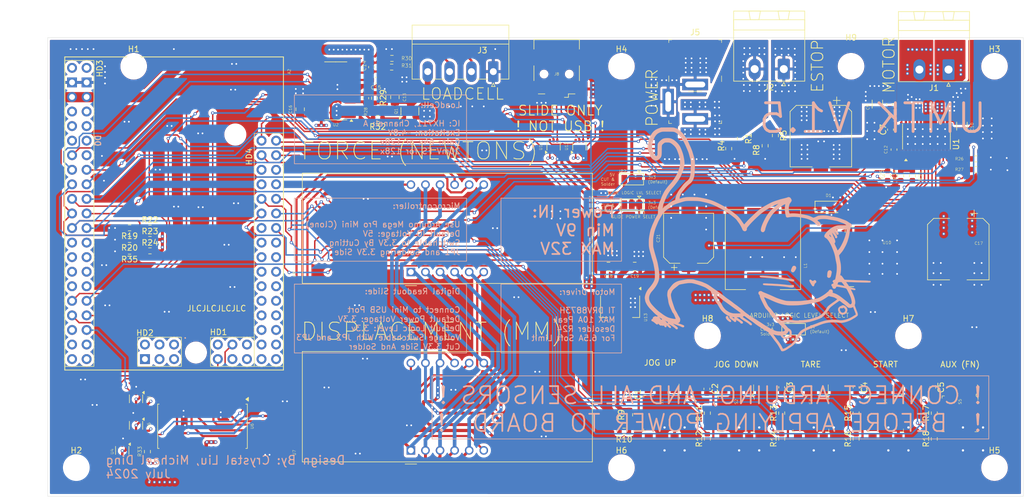
<source format=kicad_pcb>
(kicad_pcb (version 20240108) (generator "pcbnew") (generator_version "8.0")
  (layers (0 "F.Cu" signal) (1 "In1.Cu" signal) (2 "In2.Cu" signal) (31 "B.Cu" signal) (34 "B.Paste" user) (35 "F.Paste" user) (36 "B.SilkS" user "B.Silkscreen") (37 "F.SilkS" user "F.Silkscreen") (38 "B.Mask" user) (39 "F.Mask" user) (44 "Edge.Cuts" user))
  (net 0 "")
  (net 1 "/Arduino/VM_Sense")
  (net 2 "/7Seg_Display/DIN")
  (net 3 "/Arduino/MOT_nSLEEP")
  (net 4 "GND")
  (net 5 "/7Seg_Display/CLK")
  (net 6 "/Arduino/LC_SCK")
  (net 7 "/Arduino/MOT_nOL")
  (net 8 "+5V")
  (net 9 "/Arduino/MOT_SENSE1")
  (net 10 "/Arduino/MOT_SENSE2")
  (net 11 "/Arduino/SLIDE_CLK")
  (net 12 "/Arduino/SW_4")
  (net 13 "/Arduino/LC_DT")
  (net 14 "/Arduino/SW_1")
  (net 15 "/Arduino/SW_2")
  (net 16 "/Arduino/MOT_nITRIP")
  (net 17 "+3V3")
  (net 18 "/7Seg_Display/CS")
  (net 19 "/Arduino/SLIDE_DAT")
  (net 20 "/Arduino/MOT_MODE")
  (net 21 "/Arduino/LC_RATE")
  (net 22 "/Arduino/SW_5")
  (net 23 "/Arduino/SLIDE_DAT_DIR")
  (net 24 "/Arduino/Vin_Sense")
  (net 25 "/Arduino/SW_3")
  (net 26 "/Arduino/SLIDE_CLK_DIR")
  (net 27 "Net-(C1-Pad2)")
  (net 28 "Net-(C2-Pad2)")
  (net 29 "Net-(C3-Pad2)")
  (net 30 "Net-(C4-Pad2)")
  (net 31 "Net-(C5-Pad2)")
  (net 32 "Net-(U1-CPH)")
  (net 33 "Net-(U1-CPL)")
  (net 34 "VMOTOR")
  (net 35 "Net-(U1-VCP)")
  (net 36 "Net-(U1-DVDD)")
  (net 37 "/HX711/LCE+")
  (net 38 "Net-(U2-INA-)")
  (net 39 "Net-(U2-INA+)")
  (net 40 "Net-(U2-VBG)")
  (net 41 "VDD")
  (net 42 "+12V")
  (net 43 "Net-(D1-K)")
  (net 44 "/MotorDriver/VM+")
  (net 45 "/MotorDriver/VM-")
  (net 46 "/HX711/LCS+")
  (net 47 "/HX711/LCS-")
  (net 48 "/Linear Slide/SLIDE_PWR")
  (net 49 "/Linear Slide/_SLIDE_DAT_")
  (net 51 "Net-(Q1-B)")
  (net 52 "/MotorDriver/SR - Slew Rate Adjust")
  (net 53 "Net-(U2-VFB)")
  (net 54 "Net-(U2-BASE)")
  (net 55 "Net-(U6-ISET)")
  (net 69 "Net-(U3-B)")
  (net 70 "Net-(U4-B)")
  (net 71 "Net-(U5-B)")
  (net 72 "Net-(U6-SEG_D)")
  (net 73 "Net-(U6-DIG_4)")
  (net 74 "Net-(U6-SEG_A)")
  (net 75 "Net-(U6-DIG_2)")
  (net 76 "Net-(U6-DIG_5)")
  (net 77 "Net-(U6-DIG_6)")
  (net 78 "Net-(U6-SEG_E)")
  (net 79 "Net-(U6-SEG_F)")
  (net 80 "Net-(U6-SEG_DP)")
  (net 82 "Net-(U6-DIG_1)")
  (net 83 "Net-(U6-SEG_G)")
  (net 84 "Net-(U6-SEG_B)")
  (net 85 "Net-(U6-DIG_0)")
  (net 86 "Net-(U6-DIG_7)")
  (net 87 "Net-(U6-DIG_3)")
  (net 88 "Net-(U6-SEG_C)")
  (net 89 "/Arduino/MOT_DISABLE")
  (net 90 "/Arduino/MOT_PH_IN2")
  (net 91 "/Arduino/MOT_nFAULT")
  (net 92 "/Arduino/MOT_EN_IN1")
  (net 145 "/Linear Slide/_SLIDE_CLK_")
  (net 146 "/Linear Slide/_SLIDE_DATA_LVL_")
  (footprint "Connector_Phoenix_MSTB:PhoenixContact_MSTBA_2,5_2-G-5,08_1x02_P5.08mm_Horizontal" (layer "F.Cu") (at 176.9872 25.5778 180)
    (property "Reference" "J1")
    (property "Value" "Motor Out")
  )
  (footprint "Capacitor_SMD:C_0805_2012Metric" (layer "F.Cu") (at 80.518 30.414 -90)
    (property "Reference" "C13")
    (property "Value" "10u")
  )
  (footprint "Jumper:SolderJumper-3_P1.3mm_Bridged12_Pad1.0x1.5mm" (layer "F.Cu") (at 121.793 44.704 180)
    (property "Reference" "JP2")
    (property "Value" "SlidePower")
  )
  (footprint "Capacitor_SMD:C_0603_1608Metric" (layer "F.Cu") (at 167.4876 39.5326 90)
    (property "Reference" "C12")
    (property "Value" "1u 16v")
  )
  (footprint "Resistor_SMD:R_0603_1608Metric" (layer "F.Cu") (at 146.812 37.084 -90)
    (property "Reference" "R5")
    (property "Value" "100k")
  )
  (footprint "Resistor_SMD:R_0603_1608Metric" (layer "F.Cu") (at 34.2798 53.1788 180)
    (property "Reference" "R19")
    (property "Value" "DNP")
  )
  (footprint "MountingHole:MountingHole_4mm" (layer "F.Cu") (at 170 72)
    (property "Reference" "H7")
    (property "Value" "MountingHole")
  )
  (footprint "Resistor_SMD:R_0603_1608Metric" (layer "F.Cu") (at 134.960652 90 90)
    (property "Reference" "R12")
    (property "Value" "100r")
  )
  (footprint "Package_SO:SOIC-24W_7.5x15.4mm_P1.27mm" (layer "F.Cu") (at 46.989 87.791 -90)
    (property "Reference" "U6")
    (property "Value" "MAX7221xWG")
  )
  (footprint "Resistor_SMD:R_0603_1608Metric" (layer "F.Cu") (at 174.5 85.5 90)
    (property "Reference" "R17")
    (property "Value" "10k")
  )
  (footprint "Capacitor_SMD:C_0603_1608Metric" (layer "F.Cu") (at 174.244 81.013 -90)
    (property "Reference" "C5")
    (property "Value" "0.1u")
  )
  (footprint "Package_TO_SOT_SMD:TO-263-5_TabPin3" (layer "F.Cu") (at 163.8 58.229)
    (property "Reference" "U10")
    (property "Value" "LM2576HVS-5")
  )
  (footprint "Resistor_SMD:R_0603_1608Metric" (layer "F.Cu") (at 79.9978 23.622 180)
    (property "Reference" "R30")
    (property "Value" "1k")
  )
  (footprint "Resistor_SMD:R_0603_1608Metric" (layer "F.Cu") (at 170.688 44.067 -90)
    (property "Reference" "R21")
    (property "Value" "DNP")
  )
  (footprint "Resistor_SMD:R_0603_1608Metric" (layer "F.Cu") (at 37.3888 92.2142 90)
    (property "Reference" "R33")
    (property "Value" "10k")
  )
  (footprint "Jumper:SolderJumper-3_P1.3mm_Bridged12_Pad1.0x1.5mm" (layer "F.Cu") (at 121.793 49.149 180)
    (property "Reference" "JP3")
    (property "Value" "Slide Logic LVL")
  )
  (footprint "Resistor_SMD:R_0603_1608Metric" (layer "F.Cu") (at 181.727667 43 180)
    (property "Reference" "R27")
    (property "Value" "680R")
  )
  (footprint "Package_TO_SOT_SMD:SOT-363_SC-70-6" (layer "F.Cu") (at 108.164 38.923 90)
    (property "Reference" "U11")
    (property "Value" "SN74LVC1T45DCK")
  )
  (footprint "Resistor_SMD:R_0603_1608Metric" (layer "F.Cu") (at 37.8338 55.2108)
    (property "Reference" "R23")
    (property "Value" "10k")
  )
  (footprint "MountingHole:MountingHole_4mm" (layer "F.Cu") (at 120 95)
    (property "Reference" "H6")
    (property "Value" "MountingHole")
  )
  (footprint "Capacitor_SMD:C_1206_3216Metric" (layer "F.Cu") (at 164.592 31.5975 90)
    (property "Reference" "C9")
    (property "Value" "1u hv")
  )
  (footprint "Capacitor_SMD:C_0805_2012Metric" (layer "F.Cu") (at 64 32.5 90)
    (property "Reference" "C16")
    (property "Value" "10u")
  )
  (footprint "Resistor_SMD:R_0603_1608Metric" (layer "F.Cu") (at 34.2798 55.2108 180)
    (property "Reference" "R20")
    (property "Value" "DNP")
  )
  (footprint "Package_TO_SOT_SMD:SOT-363_SC-70-6" (layer "F.Cu") (at 35.406 83 -90)
    (property "Reference" "U3")
    (property "Value" "SN74LVC1T45DCK")
  )
  (footprint "Resistor_SMD:R_0603_1608Metric" (layer "F.Cu") (at 160.881956 85.5 90)
    (property "Reference" "R15")
    (property "Value" "10k")
  )
  (footprint "Resistor_SMD:R_0603_1608Metric" (layer "F.Cu") (at 168.656 44.069 90)
    (property "Reference" "R34")
    (property "Value" "DNP")
  )
  (footprint "Resistor_SMD:R_0603_1608Metric" (layer "F.Cu") (at 147.921304 85.5 90)
    (property "Reference" "R13")
    (property "Value" "10k")
  )
  (footprint "Package_TO_SOT_SMD:SOT-363_SC-70-6" (layer "F.Cu") (at 33 92 -90)
    (property "Reference" "U4")
    (property "Value" "SN74LVC1T45DCK")
  )
  (footprint "MountingHole:MountingHole_4mm" (layer "F.Cu") (at 135 72)
    (property "Reference" "H8")
    (property "Value" "MountingHole")
  )
  (footprint "Capacitor_SMD:CP_Elec_10x10.5" (layer "F.Cu") (at 178.689 56.896 -90)
    (property "Reference" "C17")
    (property "Value" "100u hv")
  )
  (footprint "MountingHole:MountingHole_4mm" (layer "F.Cu") (at 185 95)
    (property "Reference" "H5")
    (property "Value" "MountingHole")
  )
  (footprint "Package_TO_SOT_SMD:SOT-223-3_TabPin2" (layer "F.Cu") (at 119.761 66.904 -90)
    (property "Reference" "U13")
    (property "Value" "TLV76133DCY")
  )
  (footprint "Resistor_SMD:R_0603_1608Metric" (layer "F.Cu") (at 77.536 34.1145 180)
    (property "Reference" "R32")
    (property "Value" "0R")
  )
  (footprint "Package_SO:SOP-16_3.9x9.9mm_P1.27mm" (layer "F.Cu") (at 70.21 29.2885 180)
    (property "Reference" "U2")
    (property "Value" "HX711")
  )
  (footprint "AMX_Logo:Dummy_Header_2x21" (layer "F.Cu") (at 24.257 25.273)
    (property "Reference" "HD3")
    (property "Value" "Header 2x21")
  )
  (footprint "Resistor_SMD:R_0603_1608Metric" (layer "F.Cu") (at 37.8338 53.2208)
    (property "Reference" "R22")
    (property "Value" "10k")
  )
  (footprint "Capacitor_SMD:C_0603_1608Metric" (layer "F.Cu") (at 76.454 25.146 -90)
    (property "Reference" "C14")
    (property "Value" "0u1")
  )
  (footprint "Package_TO_SOT_SMD:SOT-363_SC-70-6" (layer "F.Cu") (at 112.664 38.928 90)
    (property "Reference" "U12")
    (property "Value" "SN74LVC1T45DCK")
  )
  (footprint "digikey-footprints:Barrel_Jack_5.5mmODx2.1mmID_PJ-202A" (layer "F.Cu") (at 132.839133 31.176)
    (property "Reference" "J5")
    (property "Value" "PJ-102BH")
  )
  (footprint "Resistor_SMD:R_0603_1608Metric" (layer "F.Cu") (at 140.716 37.592 -90)
    (property "Reference" "R1")
    (property "Value" "100k")
  )
  (footprint "Resistor_SMD:R_0603_1608Metric" (layer "F.Cu") (at 134.960652 85.5 90)
    (property "Reference" "R11")
    (property "Value" "10k")
  )
  (footprint "Resistor_SMD:R_0603_1608Metric" (layer "F.Cu") (at 147.921304 90 90)
    (property "Reference" "R14")
    (property "Value" "100r")
  )
  (footprint "digikey-footprints:Switch_Tactile_SMD_6x6mm" (layer "F.Cu") (at 153 85.625 -90)
    (property "Reference" "S3")
    (property "Value" "FSM4JSMATR")
  )
  (footprint "Resistor_SMD:R_0603_1608Metric" (layer "F.Cu") (at 79.947 25.146 180)
    (property "Reference" "R31")
    (property "Value" "1k")
  )
  (footprint "Display_7Segment:CA56-12EWA" (layer "F.Cu") (at 83.3 60.885 90)
    (property "Reference" "U8")
    (property "Value" "CA56-12EWA")
  )
  (footprint "Capacitor_SMD:CP_Elec_8x10.5" (layer "F.Cu") (at 131.699 55 90)
    (property "Reference" "C21")
    (property "Value" "1000u")
  )
  (footprint "MountingHole:MountingHole_4mm" (layer "F.Cu") (at 25 95)
    (property "Reference" "H2")
    (property "Value" "MountingHole")
  )
  (footprint "Resistor_SMD:R_0603_1608Metric" (layer "F.Cu") (at 120.459 88.646 180)
    (property "Reference" "R10")
    (property "Value" "100r")
  )
  (footprint "Resistor_SMD:R_0603_1608Metric" (layer "F.Cu") (at 34.2798 57.2428 180)
    (property "Reference" "R35")
    (property "Value" "10K")
  )
  (footprint "Diode_SMD:D_SOD-123" (layer "F.Cu") (at 156.083 49.53)
    (property "Reference" "D1")
    (property "Value" "MBR0560")
  )
  (footprint "digikey-footprints:Switch_Tactile_SMD_6x6mm" (layer "F.Cu") (at 179 85.625 -90)
    (property "Reference" "S5")
    (property "Value" "FSM4JSMATR")
  )
  (footprint "digikey-footprints:Switch_Tactile_SMD_6x6mm" (layer "F.Cu") (at 166 85.625 -90)
    (property "Reference" "S4")
    (property "Value" "FSM4JSMATR")
  )
  (footprint "Capacitor_SMD:C_0603_1608Metric" (layer "F.Cu") (at 75.438 30.5585 90)
    (property "Reference" "R28")
    (property "Value" "13k")
  )
  (footprint "Connector_USB:USB_Mini-B_Wuerth_65100516121_Horizontal" (layer "F.Cu") (at 108.7 26.359 180)
    (property "Reference" "J8")
    (property "Value" "10033526-N3212LF")
  )
  (footprint "MountingHole:MountingHole_4mm" (layer "F.Cu") (at 35 25)
    (property "Reference" "H1")
    (property "Value" "MountingHole")
  )
  (footprint "AMX_Logo:Dummy_Header_2x16" (layer "F.Cu") (at 57.277 37.973)
    (property "Reference" "HD4")
    (property "Value" "Header 2x16")
  )
  (footprint "Package_SO:HTSSOP-24-1EP_4.4x7.8mm_P0.65mm_EP3.4x7.8mm_Mask2.4x4.68mm_ThermalVias" (layer "F.Cu") (at 173.139 37.2595 90)
    (property "Reference" "U1")
    (property "Value" "DRV8873SPWPRQ1")
  )
  (footprint "Resistor_SMD:R_0603_1608Metric" (layer "F.Cu") (at 121.412 85.789 90)
    (property "Reference" "R9")
    (property "Value" "10k")
  )
  (footprint "Capacitor_SMD:C_0603_1608Metric" (layer "F.Cu") (at 147.921304 81 -90)
    (property "Reference" "C3")
    (property "Value" "0.1u")
  )
  (footprint "MountingHole:MountingHole_4mm" (layer "F.Cu") (at 160 25)
    (property "Reference" "H9")
    (property "Value" "MountingHole")
  )
  (footprint "Resistor_SMD:R_0603_1608Metric" (layer "F.Cu") (at 174.5 90 90)
    (property "Reference" "R18")
    (property "Value" "100r")
  )
  (footprint "digikey-footprints:Switch_Tactile_SMD_6x6mm" (layer "F.Cu") (at 140 85.625 -90)
    (property "Reference" "S2")
    (property "Value" "FSM4JSMATR")
  )
  (footprint "Package_TO_SOT_SMD:SOT-23" (layer "F.Cu") (at 83.124 32.8445 90)
    (property "Reference" "Q1")
    (property "Value" "Q_PNP_BEC")
  )
  (footprint "Capacitor_SMD:C_0805_2012Metric" (layer "F.Cu") (at 122.301 59.919 180)
    (property "Reference" "C19")
    (property "Value" "10u")
  )
  (footprint "MountingHole:MountingHole_4mm" (layer "F.Cu") (at 185 25)
    (property "Reference" "H3")
    (property "Value" "MountingHole")
  )
  (footprint "arduino-library:Clone_Mega2560_Pro_Socket" (layer "F.Cu") (at 61.087 23.368 -90)
    (property "Reference" "A2")
    (property "Value" "Clone_Mega2560_Pro_Socket")
  )
  (footprint "Resistor_SMD:R_0603_1608Metric" (layer "F.Cu") (at 160.881956 90 90)
    (property "Reference" "R16")
    (property "Value" "100r")
  )
  (footprint "Resistor_SMD:R_0603_1608Metric" (layer "F.Cu") (at 37.8338 57.2008)
    (property "Reference" "R24")
    (property "Value" "DNP")
  )
  (footprint "MountingHole:MountingHole_4mm" (layer "F.Cu") (at 120 25)
    (property "Reference" "H4")
    (property "Value" "MountingHole")
  )
  (footprint "Resistor_SMD:R_0603_1608Metric" (layer "F.Cu") (at 166.37 44.069 90)
    (property "Reference" "R25")
    (property "Value" "10k")
  )
  (footprint "Capacitor_SMD:C_0603_1608Metric" (layer "F.Cu") (at 166.735667 31.5975 90)
    (property "Reference" "C8")
    (property "Value" "1u 16v")
  )
  (footprint "Connector_Phoenix_MC:PhoenixContact_MC_1,5_4-G-3.81_1x04_P3.81mm_Horizontal" (layer "F.Cu") (at 97.66 25.9325 180)
    (property "Reference" "J3")
    (property "Value" "LOADCELL")
  )
  (footprint "AMX_Logo:Dummy_Header_2x3" (layer "F.Cu") (at 49.657 76.073 90)
    (property "Reference" "HD1")
    (property "Value" "Header 2x3")
  )
  (footprint "Resistor_SMD:R_0603_1608Metric" (layer "F.Cu") (at 145.034 38.862 -90)
    (property "Reference" "R8")
    (property "Value" "10k")
  )
  (footprint "Capacitor_SMD:C_0603_1608Metric" (layer "F.Cu") (at 166.878 36.055 -90)
    (property "Reference" "C7")
    (property "Value" "47n")
  )
  (footprint "Capacitor_SMD:C_0603_1608Metric" (layer "F.Cu") (at 134.874 81.267 -90)
    (property "Reference" "C2")
    (property "Value" "0.1u")
  )
  (footprint "Resistor_SMD:R_0603_1608Metric" (layer "F.Cu") (at 181.727667 41.148 180)
    (property "Reference" "R26")
    (property "Value" "680R")
  )
  (footprint "Resistor_SMD:R_0603_1608Metric" (layer "F.Cu") (at 76.962 30.5585 90)
    (property "Reference" "R29")
    (property "Value" "4k7")
  )
  (footprint "Connector_Phoenix_MSTB:PhoenixContact_MSTBA_2,5_2-G-5,08_1x02_P5.08mm_Horizontal" (layer "F.Cu") (at 148.281 25.4877 180)
    (property "Reference" "J2")
    (property "Value" "ESTOP")
  )
  (footprint "Capacitor_SMD:CP_Elec_10x10.5" (layer "F.Cu") (at 154.744 37.1855 -90)
    (property "Reference" "C11" (hide yes))
    (property "Value" "100u hv")
  )
  (footprint "digikey-footprints:Switch_Tactile_SMD_6x6mm" (layer "F.Cu") (at 127 85.5 -90)
    (property "Reference" "S1")
    (property "Value" "FSM4JSMATR")
  )
  (footprint "Capacitor_SMD:C_0603_1608Metric" (layer "F.Cu") (at 77.203 27.432)
    (property "Reference" "C15")
    (property "Value" "0u1")
  )
  (footprint "Capacitor_SMD:C_0603_1608Metric" (layer "F.Cu") (at 121.412 82.283 -90)
    (property "Reference" "C1")
    (property "Value" "0.1u")
  )
  (footprint "Capacitor_SMD:C_1206_3216Metric" (layer "F.Cu") (at 179.324 35.4432 90)
    (property "Reference" "C10")
    (property "Value" "1u hv")
  )
  (footprint "Inductor_SMD:L_Sunlord_MWSA1206S-101" (layer "F.Cu") (at 144.645 56.96 -90)
    (property "Reference" "L1")
    (property "Value" "100u")
  )
  (footprint "Capacitor_SMD:C_0603_1608Metric" (layer "F.Cu") (at 160.881956 81 -90)
    (property "Reference" "C4")
    (property "Value" "0.1u")
  )
  (footprint "Package_TO_SOT_SMD:SOT-363_SC-70-6" (layer "F.Cu") (at 35.406 87.625 -90)
    (property "Reference" "U5")
    (property "Value" "SN74LVC1T45DCK")
  )
  (footprint "Resistor_SMD:R_0603_1608Metric" (layer "F.Cu") (at 138.684 39.37 -90)
    (property "Reference" "R4")
    (property "Value" "10k")
  )
  (footprint "AMX_Logo:Dummy_Header_2x3" (layer "F.Cu") (at 36.957 76.073 90)
    (property "Reference" "HD2")
    (property "Value" "Header 2x3")
  )
  (footprint "Capacitor_SMD:C_0805_2012Metric" (layer "F.Cu") (at 117.729 59.919 180)
    (property "Reference" "C18")
    (property "Value" "10u")
  )
  (footprint "Display_7Segment:CA56-12EWA" (layer "F.Cu") (at 83.3 92 90)
    (property "Reference" "U7")
    (property "Value" "CA56-12EWA")
  )
  (footprint "Jumper:SolderJumper-3_P1.3mm_Bridged12_Pad1.0x1.5mm" (layer "F.Cu") (at 149.987 70.866 180)
    (property "Reference" "JP1")
    (property "Value" "MCU_LOGIC_VOLTAGE_SELECT")
  )
  (footprint "AMX_Logo:Tensile Cat" (layer "B.Cu") (at 142 55 180)
    (property "Reference" "G1" (hide yes))
    (property "Value" "Tensile Cat" (hide yes))
  )
  (gr_line (start 87 90) (end 184 90) (stroke (width 0.12)) (layer "B.SilkS"))
  (gr_rect (start 99 48) (end 120 59) (stroke (width 0.12)) (fill none) (layer "B.SilkS"))
  (gr_rect (start 63 63) (end 93 75) (stroke (width 0.12)) (fill none) (layer "B.SilkS"))
  (gr_rect (start 63 30) (end 93 42) (stroke (width 0.12)) (fill none) (layer "B.SilkS"))
  (gr_line (start 184 90) (end 184 79) (stroke (width 0.12)) (layer "B.SilkS"))
  (gr_line (start 87 79) (end 87 90) (stroke (width 0.12)) (layer "B.SilkS"))
  (gr_rect (start 63 48) (end 93 59) (stroke (width 0.12)) (fill none) (layer "B.SilkS"))
  (gr_rect (start 99 63) (end 120 75) (stroke (width 0.12)) (fill none) (layer "B.SilkS"))
  (gr_line (start 184 79) (end 87 79) (stroke (width 0.12)) (layer "B.SilkS"))
  (gr_line (start 190 20) (end 190 100) (stroke (width 0.05)) (layer "Edge.Cuts"))
  (gr_line (start 20 100) (end 20 20) (stroke (width 0.05)) (layer "Edge.Cuts"))
  (gr_line (start 190 100) (end 20 100) (stroke (width 0.05)) (layer "Edge.Cuts"))
  (gr_line (start 20 20) (end 190 20) (stroke (width 0.05)) (layer "Edge.Cuts"))
  (gr_text "LoadCell:\n\nIC: HX711, Channel: A\nExcitation: ~4.8V\nGain: 64x or 128x\n20mV FS for 128x\n\n" (at 92 42 0) (layer "B.SilkS") (effects (font (size 1 1)) (justify left bottom mirror)))
  (gr_text "! CONNECT ARDUINO, AND ALL SENSORS !\n!  BEFORE APPLYING POWER TO BOARD  !" (at 183 89 0) (layer "B.SilkS") (effects (font (size 3 3) (thickness 0.3)) (justify left bottom mirror)))
  (gr_text "Microcontroller:\n\nUse Arduino Mega Pro Mini (Clone)\nDefault IO Voltage: 5V\nSwitchable to 3.3V By Cutting\nJP1 and Soldering 3.3V Side" (at 92 58 0) (layer "B.SilkS") (effects (font (size 1 1)) (justify left bottom mirror)))
  (gr_text "Digital Readout Slide:\n\nConnect to Mini USB Port\nDefault Power Voltage: 3.3V\nDefault Logic Level: 3.3v\nVoltage Switchable With JP2 and JP3\nCut 3.3V Side And Solder" (at 92 74.5 0) (layer "B.SilkS") (effects (font (size 1 1)) (justify left bottom mirror)))
  (gr_text "UMTK V1.5" (at 184 37 0) (layer "B.SilkS") (effects (font (size 5 5) (thickness 0.5)) (justify left bottom mirror)))
  (gr_text "Power IN:\nMin 9V\nMAX 32V" (at 119 58 0) (layer "B.SilkS") (effects (font (size 2 2) (thickness 0.3)) (justify left bottom mirror)))
  (gr_text "Design By: Crystal Liu, Michael Ding\nJuly 2024" (at 30 97 0) (layer "B.SilkS") (effects (font (size 1.5 1.5) (thickness 0.2)) (justify right bottom mirror)))
  (gr_text "Motor Driver:\n\nTI DRV8873H\nMAX 10A Peak\nDesolder R24\nFor 6.5A Soft Limit" (at 119 73 0) (layer "B.SilkS") (effects (font (size 1 1)) (justify left bottom mirror)))
  (gr_text "TARE" (at 153 77 0) (layer "F.SilkS") (effects (font (size 1 1))))
  (gr_text "SLIDE ONLY\n! NOT USB !" (at 109.347 36.449 0) (layer "F.SilkS") (effects (font (size 1.7 1.7) (thickness 0.17)) (justify bottom)))
  (gr_text "JLCJLCJLCJLC" (at 44.196 67.818 0) (layer "F.SilkS") (effects (font (size 1 1)) (justify left bottom)))
  (gr_text "START" (at 166 77 0) (layer "F.SilkS") (effects (font (size 1 1))))
  (gr_text "3v3\n(Default)" (at 124.587 45.466 0) (layer "F.SilkS") (effects (font (size 0.508 0.508) (thickness 0.0508)) (justify left bottom)))
  (gr_text "SLIDE POWER SELET" (at 118.207 51.562 0) (layer "F.SilkS") (effects (font (size 0.508 0.508) (thickness 0.0508)) (justify left bottom)))
  (gr_text "FORCE (NEWTONS)" (at 64 41.529 0) (layer "F.SilkS") (effects (font (size 3 3)) (justify left bottom)))
  (gr_text "POWER" (at 126.492 35.687 90) (layer "F.SilkS") (effects (font (size 2 2)) (justify left bottom)))
  (gr_text "5V\nCUT &\nSolder" (at 118.872 45.847 0) (layer "F.SilkS") (effects (font (size 0.508 0.508) (thickness 0.0508)) (justify right bottom)))
  (gr_text "MOTOR" (at 167.767 29.845 90) (layer "F.SilkS") (effects (font (size 2 2)) (justify left bottom)))
  (gr_text "LOADCELL" (at 84.963 30.988 0) (layer "F.SilkS") (effects (font (size 2 2)) (justify left bottom)))
  (gr_text "SLIDE LOGIC LVL SELECT" (at 117.475 47.371 0) (layer "F.SilkS") (effects (font (size 0.508 0.508) (thickness 0.0508)) (justify left bottom)))
  (gr_text "AUX (FN)" (at 179 77 0) (layer "F.SilkS") (effects (font (size 1 1))))
  (gr_text "3v3\n(Default)" (at 124.587 49.911 0) (layer "F.SilkS") (effects (font (size 0.508 0.508) (thickness 0.0508)) (justify left bottom)))
  (gr_text "5V\nCUT &\nSolder" (at 118.872 50.419 0) (layer "F.SilkS") (effects (font (size 0.508 0.508) (thickness 0.0508)) (justify right bottom)))
  (gr_text "ARDUINO LOGIC LEVEL SELECT" (at 142.2934 68.9102 0) (layer "F.SilkS") (effects (font (size 0.762 0.762) (thickness 0.0762)) (justify left bottom)))
  (gr_text "5V\n(Default)" (at 152.8064 71.5772 0) (layer "F.SilkS") (effects (font (size 0.508 0.508) (thickness 0.0508)) (justify left bottom)))
  (gr_text "JOG DOWN" (at 140 77 0) (layer "F.SilkS") (effects (font (size 1 1))))
  (gr_text "3v3\nCUT &\nSolder" (at 146.6596 71.9836 0) (layer "F.SilkS") (effects (font (size 0.508 0.508) (thickness 0.0508)) (justify right bottom)))
  (gr_text "JOG UP" (at 126.746 76.708 0) (layer "F.SilkS") (effects (font (size 1 1))))
  (gr_text "DISPLACEMENT (MM)" (at 64 73 0) (layer "F.SilkS") (effects (font (size 3 3)) (justify left bottom)))
  (gr_text "ESTOP" (at 155.321 29.718 90) (layer "F.SilkS") (effects (font (size 2 2)) (justify left bottom)))
  (segment (start 143.580052 38.037) (end 145.034 38.037) (width 0.254) (layer "F.Cu") (net 1))
  (segment (start 145.034 38.037) (end 146.684 38.037) (width 0.254) (layer "F.Cu") (net 1))
  (segment (start 58.293 34.036) (end 57.276 35.053) (width 0.254) (layer "F.Cu") (net 1))
  (segment (start 141.3256 40.291452) (end 143.580052 38.037) (width 0.254) (layer "F.Cu") (net 1))
  (segment (start 57.276 35.053) (end 57.276 38.007) (width 0.254) (layer "F.Cu") (net 1))
  (segment (start 58.293 33.909) (end 58.293 34.036) (width 0.254) (layer "F.Cu") (net 1))
  (segment (start 141.3256 42.375) (end 141.3256 40.291452) (width 0.254) (layer "F.Cu") (net 1))
  (segment (start 146.684 38.037) (end 146.812 37.909) (width 0.254) (layer "F.Cu") (net 1))
  (via (at 141.3256 42.375) (size 0.56) (drill 0.3) (layers "F.Cu" "B.Cu") (net 1))
  (via (at 58.293 33.909) (size 0.56) (drill 0.3) (layers "F.Cu" "B.Cu") (net 1))
  (segment (start 123.921428 36.83) (end 67.279428 36.83) (width 0.254) (layer "B.Cu") (net 1))
  (segment (start 125.194 40.7644) (end 125.194 38.102572) (width 0.254) (layer "B.Cu") (net 1))
  (segment (start 141.3256 42.375) (end 139.393801 42.375) (width 0.254) (layer "B.Cu") (net 1))
  (segment (start 139.393801 42.375) (end 138.988801 42.78) (width 0.254) (layer "B.Cu") (net 1))
  (segment (start 64.358428 33.909) (end 58.293 33.909) (width 0.254) (layer "B.Cu") (net 1))
  (segment (start 138.988801 42.78) (end 127.2096 42.78) (width 0.254) (layer "B.Cu") (net 1))
  (segment (start 67.279428 36.83) (end 64.358428 33.909) (width 0.254) (layer "B.Cu") (net 1))
  (segment (start 125.194 38.102572) (end 123.921428 36.83) (width 0.254) (layer "B.Cu") (net 1))
  (segment (start 127.2096 42.78) (end 125.194 40.7644) (width 0.254) (layer "B.Cu") (net 1))
  (segment (start 50.5 79.5) (end 50.927 79.073) (width 0.254) (layer "F.Cu") (net 2))
  (segment (start 34.756 86.675) (end 32.081 84) (width 0.254) (layer "F.Cu") (net 2))
  (segment (start 33.5 79.5) (end 50.5 79.5) (width 0.254) (layer "F.Cu") (net 2))
  (segment (start 50.927 74.836) (end 52.196 73.567) (width 0.254) (layer "F.Cu") (net 2))
  (segment (start 32.081 84) (end 32 84) (width 0.254) (layer "F.Cu") (net 2))
  (segment (start 50.927 79.073) (end 50.927 74.836) (width 0.254) (layer "F.Cu") (net 2))
  (segment (start 32 81) (end 33.5 79.5) (width 0.254) (layer "F.Cu") (net 2))
  (segment (start 32 84) (end 32 81) (width 0.254) (layer "F.Cu") (net 2))
  (segment (start 36.068 53.1876) (end 36.1696 53.1876) (width 0.254) (layer "F.Cu") (net 3))
  (segment (start 35.1048 53.1788) (end 36.9668 53.1788) (width 0.25) (layer "F.Cu") (net 3))
  (segment (start 35.7378 51.943) (end 36.068 52.2732) (width 0.254) (layer "F.Cu") (net 3))
  (segment (start 36.068 52.2732) (end 36.068 53.1876) (width 0.254) (layer "F.Cu") (net 3))
  (segment (start 36.9668 53.1788) (end 37.0088 53.2208) (width 0.25) (layer "F.Cu") (net 3))
  (segment (start 36.2028 53.2208) (end 37.0088 53.2208) (width 0.254) (layer "F.Cu") (net 3))
  (segment (start 25.56 51.943) (end 35.7378 51.943) (width 0.254) (layer "F.Cu") (net 3))
  (segment (start 24.256 53.247) (end 25.56 51.943) (width 0.254) (layer "F.Cu") (net 3))
  (segment (start 36.1696 53.1876) (end 36.2028 53.2208) (width 0.254) (layer "F.Cu") (net 3))
  (segment (start 176.064 41.783) (end 176.064 40.122) (width 0.254) (layer "F.Cu") (net 3))
  (via (at 176.064 41.783) (size 0.56) (drill 0.3) (layers "F.Cu" "B.Cu") (net 3))
  (segment (start 62.357 39.878) (end 90.043 39.878) (width 0.254) (layer "B.Cu") (net 3))
  (segment (start 150.071572 43.462) (end 149.845572 43.688) (width 0.254) (layer "B.Cu") (net 3))
  (segment (start 139.176853 43.234) (end 126.395481 43.234) (width 0.254) (layer "B.Cu") (net 3))
  (segment (start 126.395481 43.234) (end 123.897909 40.736428) (width 0.254) (layer "B.Cu") (net 3))
  (segment (start 24.256 53.247) (end 25.56 51.943) (width 0.254) (layer "B.Cu") (net 3))
  (segment (start 143.693 42.982) (end 139.428853 42.982) (width 0.254) (layer "B.Cu") (net 3))
  (segment (start 38.354 41.783) (end 60.452 41.783) (width 0.254) (layer "B.Cu") (net 3))
  (segment (start 167.228428 43.688) (end 167.002428 43.462) (width 0.254) (layer "B.Cu") (net 3))
  (segment (start 90.043 39.878) (end 93.491 43.326) (width 0.254) (layer "B.Cu") (net 3))
  (segment (start 139.428853 42.982) (end 139.176853 43.234) (width 0.254) (layer "B.Cu") (net 3))
  (segment (start 93.491 43.326) (end 114.930106 43.326) (width 0.254) (layer "B.Cu") (net 3))
  (segment (start 114.930106 43.326) (end 117.517106 40.739) (width 0.254) (layer "B.Cu") (net 3))
  (segment (start 28.194 51.943) (end 38.354 41.783) (width 0.254) (layer "B.Cu") (net 3))
  (segment (start 149.845572 43.688) (end 144.399 43.688) (width 0.254) (layer "B.Cu") (net 3))
  (segment (start 117.517106 40.739) (end 123.441428 40.739) (width 0.254) (layer "B.Cu") (net 3))
  (segment (start 174.159 43.688) (end 167.228428 43.688) (width 0.254) (layer "B.Cu") (net 3))
  (segment (start 123.897909 40.736428) (end 123.444 40.736428) (width 0.254) (layer "B.Cu") (net 3))
  (segment (start 25.56 51.943) (end 28.194 51.943) (width 0.254) (layer "B.Cu") (net 3))
  (segment (start 144.399 43.688) (end 143.693 42.982) (width 0.254) (layer "B.Cu") (net 3))
  (segment (start 176.064 41.783) (end 174.159 43.688) (width 0.254) (layer "B.Cu") (net 3))
  (segment (start 167.002428 43.462) (end 150.071572 43.462) (width 0.254) (layer "B.Cu") (net 3))
  (segment (start 60.452 41.783) (end 62.357 39.878) (width 0.254) (layer "B.Cu") (net 3))
  (segment (start 123.251 62.564) (end 122.061 63.754) (width 0.635) (layer "F.Cu") (net 4))
  (segment (start 78.74 28.956) (end 78.74 30.48) (width 0.381) (layer "F.Cu") (net 4))
  (segment (start 156.15 58.229) (end 165.3 58.229) (width 1.016) (layer "F.Cu") (net 4))
  (segment (start 138.684 40.195) (end 138.747 40.195) (width 0.381) (layer "F.Cu") (net 4))
  (segment (start 156.15 58.229) (end 152.591 58.229) (width 1.016) (layer "F.Cu") (net 4))
  (segment (start 77.8365 31.3835) (end 76.962 31.3835) (width 0.381) (layer "F.Cu") (net 4))
  (segment (start 33 91.05) (end 33 90.063) (width 0.254) (layer "F.Cu") (net 4))
  (segment (start 145.034 39.687) (end 145.034 41.148) (width 0.381) (layer "F.Cu") (net 4))
  (segment (start 78.74 30.48) (end 77.8365 31.3835) (width 0.381) (layer "F.Cu") (net 4))
  (segment (start 35.406 86.675) (end 35.406 85.952) (width 0.254) (layer "F.Cu") (net 4))
  (segment (start 81.788 26.924) (end 81.788 27.686) (width 0.381) (layer "F.Cu") (net 4))
  (segment (start 138.747 40.195) (end 139.7 41.148) (width 0.381) (layer "F.Cu") (net 4))
  (segment (start 82.55 26.924) (end 81.788 26.924) (width 0.381) (layer "F.Cu") (net 4))
  (segment (start 167.4876 38.7576) (end 169.4409 38.7576) (width 0.254) (layer "F.Cu") (net 4))
  (segment (start 108.839 40.82964) (end 108.164 40.15464) (width 0.254) (layer "F.Cu") (net 4))
  (segment (start 169.564 34.397) (end 169.564 35.7345) (width 0.254) (layer "F.Cu") (net 4))
  (segment (start 123.251 59.919) (end 123.251 62.564) (width 0.635) (layer "F.Cu") (net 4))
  (segment (start 67.71 31.1935) (end 70.3065 31.1935) (width 0.381) (layer "F.Cu") (net 4))
  (segment (start 72.71 28.6535) (end 70.8465 28.6535) (width 0.381) (layer "F.Cu") (net 4))
  (segment (start 35.406 85.952) (end 34.925 85.471) (width 0.254) (layer "F.Cu") (net 4))
  (segment (start 33 90.063) (end 33.147 89.916) (width 0.254) (layer "F.Cu") (net 4))
  (segment (start 70.8465 28.6535) (end 70.5 29) (width 0.381) (layer "F.Cu") (net 4))
  (segment (start 82.55 27.686) (end 81.788 27.686) (width 0.381) (layer "F.Cu") (net 4))
  (segment (start 112.664 40.274) (end 112.664 39.878) (width 0.254) (layer "F.Cu") (net 4))
  (segment (start 70.5 31) (end 70.5 28.238) (width 0.381) (layer "F.Cu") (net 4))
  (segment (start 123.251 58.368) (end 123.002 58.119) (width 0.635) (layer "F.Cu") (net 4))
  (segment (start 152.591 58.229) (end 152.527 58.293) (width 1.016) (layer "F.Cu") (net 4))
  (segment (start 70.5 28.238) (end 70.5 29) (width 0.381) (layer "F.Cu") (net 4))
  (segment (start 35.406 82.05) (end 35.406 80.926) (width 0.254) (layer "F.Cu") (net 4))
  (segment (start 35.406 80.926) (end 35.433 80.899) (width 0.254) (layer "F.Cu") (net 4))
  (segment (start 113.411 41.021) (end 112.664 40.274) (width 0.254) (layer "F.Cu") (net 4))
  (segment (start 118.679 59.919) (end 118.679 58.241) (width 0.635) (layer "F.Cu") (net 4))
  (segment (start 107.1 28.959) (end 107.1 31.076) (width 0.381) (layer "F.Cu") (net 4))
  (segment (start 81.722 27.752) (end 81.788 27.686) (width 0.381) (layer "F.Cu") (net 4))
  (segment (start 156.15 61.629) (end 162.25 61.629) (width 1.016) (layer "F.Cu") (net 4))
  (segment (start 108.839 41.148) (end 108.839 40.82964) (width 0.254) (layer "F.Cu") (net 4))
  (segment (start 167.449 46.101) (end 168.656 44.894) (width 0.381) (layer "F.Cu") (net 4))
  (segment (start 166.116 46.101) (end 167.449 46.101) (width 0.381) (layer "F.Cu") (net 4))
  (segment (start 107.1 31.076) (end 106.807 31.369) (width 0.381) (layer "F.Cu") (net 4))
  (segment (start 123.251 58.368) (end 123.251 59.919) (width 0.635) (layer "F.Cu") (net 4))
  (segment (start 70.3065 31.1935) (end 70.5 31) (width 0.381) (layer "F.Cu") (net 4))
  (segment (start 108.164 40.15464) (end 108.164 39.873) (width 0.254) (layer "F.Cu") (net 4))
  (segment (start 118.679 58.241) (end 118.43 57.992) (width 0.635) (layer "F.Cu") (net 4))
  (segment (start 82.55 26.924) (end 82.55 27.686) (width 0.381) (layer "F.Cu") (net 4))
  (via (at 133.731 23.622) (size 0.56) (drill 0.3) (layers "F.Cu" "B.Cu") (net 4))
  (via (at 34.163 34.671) (size 0.56) (drill 0.3) (layers "F.Cu" "B.Cu") (net 4))
  (via (at 82.55 26.924) (size 0.56) (drill 0.3) (layers "F.Cu" "B.Cu") (net 4))
  (via (at 70.5 29) (size 0.56) (drill 0.3) (layers "F.Cu" "B.Cu") (net 4))
  (via (at 30.226 59.69) (size 0.56) (drill 0.3) (layers "F.Cu" "B.Cu") (net 4))
  (via (at 96.4692 39.6748) (size 0.56) (drill 0.3) (layers "F.Cu" "B.Cu") (net 4))
  (via (at 27 22) (size 0.56) (drill 0.3) (layers "F.Cu" "B.Cu") (net 4))
  (via (at 30 27) (size 0.56) (drill 0.3) (layers "F.Cu" "B.Cu") (net 4))
  (via (at 131.191 23.622) (size 0.56) (drill 0.3) (layers "F.Cu" "B.Cu") (net 4))
  (via (at 162.814 37.719) (size 0.56) (drill 0.3) (layers "F.Cu" "B.Cu") (net 4))
  (via (at 119.192 57.992) (size 0.56) (drill 0.3) (layers "F.Cu" "B.Cu") (net 4))
  (via (at 75.692 75.9968) (size 0.56) (drill 0.3) (layers "F.Cu" "B.Cu") (net 4))
  (via (at 121.605 65.485) (size 0.56) (drill 0.3) (layers "F.Cu" "B.Cu") (net 4))
  (via (at 132.207 25.273) (size 0.56) (drill 0.3) (layers "F.Cu" "B.Cu") (net 4))
  (via (at 166.5 88) (size 0.8) (drill 0.4) (layers "F.Cu" "B.Cu") (net 4))
  (via (at 183 92) (size 0.8) (drill 0.4) (layers "F.Cu" "B.Cu") (net 4))
  (via (at 43.942 87.63) (size 0.56) (drill 0.3) (layers "F.Cu" "B.Cu") (net 4))
  (via (at 109.347 51.562) (size 0.56) (drill 0.3) (layers "F.Cu" "B.Cu") (net 4))
  (via (at 25.781 79.629) (size 0.56) (drill 0.3) (layers "F.Cu" "B.Cu") (net 4))
  (via (at 168.021 57.404) (size 0.56) (drill 0.3) (layers "F.Cu" "B.Cu") (net 4))
  (via (at 50.165 86.233) (size 0.56) (drill 0.3) (layers "F.Cu" "B.Cu") (net 4))
  (via (at 125.984 27.305) (size 0.56) (drill 0.3) (layers "F.Cu" "B.Cu") (net 4))
  (via (at 35.433 80.899) (size 0.56) (drill 0.3) (layers "F.Cu" "B.Cu") (net 4))
  (via (at 175.641 59.309) (size 0.56) (drill 0.3) (layers "F.Cu" "B.Cu") (net 4))
  (via (at 152.4 41.148) (size 0.56) (drill 0.3) (layers "F.Cu" "B.Cu") (net 4))
  (via (at 127.5 92) (size 0.8) (drill 0.4) (layers "F.Cu" "B.Cu") (net 4))
  (via (at 31.75 55.245) (size 0.56) (drill 0.3) (layers "F.Cu" "B.Cu") (net 4))
  (via (at 159.1056 74.5236) (size 0.56) (drill 0.3) (layers "F.Cu" "B.Cu") (net 4))
  (via (at 98 22) (size 0.56) (drill 0.3) (layers "F.Cu" "B.Cu") (net 4))
  (via (at 163.195 61.214) (size 0.56) (drill 0.3) (layers "F.Cu" "B.Cu") (net 4))
  (via (at 182.9816 34.0868) (size 0.56) (drill 0.3) (layers "F.Cu" "B.Cu") (net 4))
  (via (at 123.002 57.357) (size 0.56) (drill 0.3) (layers "F.Cu" "B.Cu") (net 4))
  (via (at 43.688 86.106) (size 0.56) (drill 0.3) (layers "F.Cu" "B.Cu") (net 4))
  (via (at 26.543 79.629) (size 0.56) (drill 0.3) (layers "F.Cu" "B.Cu") (net 4))
  (via (at 30 28) (size 0.56) (drill 0.3) (layers "F.Cu" "B.Cu") (net 4))
  (via (at 42.7736 49.4792) (size 0.56) (drill 0.3) (layers "F.Cu" "B.Cu") (net 4))
  (via (at 181.864 70.5104) (size 0.56) (drill 0.3) (layers "F.Cu" "B.Cu") (net 4))
  (via (at 90.3224 81.4324) (size 0.56) (drill 0.3) (layers "F.Cu" "B.Cu") (net 4))
  (via (at 133.731 24.384) (size 0.56) (drill 0.3) (layers "F.Cu" "B.Cu") (net 4))
  (via (at 159.512 50.038002) (size 0.56) (drill 0.3) (layers "F.Cu" "B.Cu") (net 4))
  (via (at 46.99 36.703) (size 0.56) (drill 0.3) (layers "F.Cu" "B.Cu") (net 4))
  (via (at 52.8828 24.5872) (size 0.56) (drill 0.3) (layers "F.Cu" "B.Cu") (net 4))
  (via (at 107.823 51.562) (size 0.56) (drill 0.3) (layers "F.Cu" "B.Cu") (net 4))
  (via (at 30.0228 66.7004) (size 0.56) (drill 0.3) (layers "F.Cu" "B.Cu") (net 4))
  (via (at 139.7 41.148) (size 0.56) (drill 0.3) (layers "F.Cu" "B.Cu") (net 4))
  (via (at 30 26) (size 0.56) (drill 0.3) (layers "F.Cu" "B.Cu") (net 4))
  (via (at 106.807 31.369) (size 0.56) (drill 0.3) (layers "F.Cu" "B.Cu") (net 4))
  (via (at 152.4 39.497) (size 0.56) (drill 0.3) (layers "F.Cu" "B.Cu") (net 4))
  (via (at 132.207 24.384) (size 0.56) (drill 0.3) (layers "F.Cu" "B.Cu") (net 4))
  (via (at 125.984 28.321) (size 0.56) (drill 0.3) (layers "F.Cu" "B.Cu") (net 4))
  (via (at 63.246 28.956) (size 0.56) (drill 0.3) (layers "F.Cu" "B.Cu") (net 4))
  (via (at 127.5 88) (size 0.8) (drill 0.4) (layers "F.Cu" "B.Cu") (net 4))
  (via (at 106.0704 89.5604) (size 0.56) (drill 0.3) (layers "F.Cu" "B.Cu") (net 4))
  (via (at 182.753 59.309) (size 0.56) (drill 0.3) (layers "F.Cu" "B.Cu") (net 4))
  (via (at 125.222 28.321) (size 0.56) (drill 0.3) (layers "F.Cu" "B.Cu") (net 4))
  (via (at 132.715 47.38) (size 0.56) (drill 0.3) (layers "F.Cu" "B.Cu") (net 4))
  (via (at 73.533 66.675) (size 0.56) (drill 0.3) (layers "F.Cu" "B.Cu") (net 4))
  (via (at 128.651 51.444) (size 0.56) (drill 0.3) (layers "F.Cu" "B.Cu") (net 4))
  (via (at 79.248 40.7416) (size 0.56) (drill 0.3) (layers "F.Cu" "B.Cu") (net 4))
  (via (at 182.753 61.087) (size 0.56) (drill 0.3) (layers "F.Cu" "B.Cu") (net 4))
  (via (at 80 22) (size 0.56) (drill 0.3) (layers "F.Cu" "B.Cu") (net 4))
  (via (at 131 92) (size 0.8) (drill 0.4) (layers "F.Cu" "B.Cu") (net 4))
  (via (at 168.021 55.372) (size 0.56) (drill 0.3) (layers "F.Cu" "B.Cu") (net 4))
  (via (at 92 32) (size 0.56) (drill 0.3) (layers "F.Cu" "B.Cu") (net 4))
  (via (at 155.2956 38.1) (size 0.56) (drill 0.3) (layers "F.Cu" "B.Cu") (net 4))
  (via (at 98.3488 53.2384) (size 0.56) (drill 0.3) (layers "F.Cu" "B.Cu") (net 4))
  (via (at 182.9816 36.4744) (size 0.56) (drill 0.3) (layers "F.Cu" "B.Cu") (net 4))
  (via (at 163.195 57.404) (size 0.56) (drill 0.3) (layers "F.Cu" "B.Cu") (net 4))
  (via (at 106.045 31.369) (size 0.56) (drill 0.3) (layers "F.Cu" "B.Cu") (net 4))
  (via (at 52.451 48.895) (size 0.56) (drill 0.3) (layers "F.Cu" "B.Cu") (net 4))
  (via (at 152.4 40.386) (size 0.56) (drill 0.3) (layers "F.Cu" "B.Cu") (net 4))
  (via (at 152.4 38.735) (size 0.56) (drill 0.3) (layers "F.Cu" "B.Cu") (net 4))
  (via (at 39.5732 43.0276) (size 0.56) (drill 0.3) (layers "F.Cu" "B.Cu") (net 4))
  (via (at 29.8196 44.958) (size 0.56) (drill 0.3) (layers "F.Cu" "B.Cu") (net 4))
  (via (at 156.972 41.148) (size 0.56) (drill 0.3) (layers "F.Cu" "B.Cu") (net 4))
  (via (at 170 88) (size 0.8) (drill 0.4) (layers "F.Cu" "B.Cu") (net 4))
  (via (at 174.371 63.119) (size 0.56) (drill 0.3) (layers "F.Cu" "B.Cu") (net 4))
  (via (at 134.747 24.384) (size 0.56) (drill 0.3) (layers "F.Cu" "B.Cu") (net 4))
  (via (at 128.651 49.412) (size 0.56) (drill 0.3) (layers "F.Cu" "B.Cu") (net 4))
  (via (at 51.816 63.5) (size 0.56) (drill 0.3) (layers "F.Cu" "B.Cu") (net 4))
  (via (at 187.2488 43.1292) (size 0.56) (drill 0.3) (layers "F.Cu" "B.Cu") (net 4))
  (via (at 30 25) (size 0.56) (drill 0.3) (layers "F.Cu" "B.Cu") (net 4))
  (via (at 94 32) (size 0.56) (drill 0.3) (layers "F.Cu" "B.Cu") (net 4))
  (via (at 79 22) (size 0.56) (drill 0.3) (layers "F.Cu" "B.Cu") (net 4))
  (via (at 156.972 38.735) (size 0.56) (drill 0.3) (layers "F.Cu" "B.Cu") (net 4))
  (via (at 183 88) (size 0.8) (drill 0.4) (layers "F.Cu" "B.Cu") (net 4))
  (via (at 150.368 58.293) (size 0.56) (drill 0.3) (layers "F.Cu" "B.Cu") (net 4))
  (via (at 81.788 26.924) (size 0.56) (drill 0.3) (layers "F.Cu" "B.Cu") (net 4))
  (via (at 122.367 66.247) (size 0.56) (drill 0.3) (layers "F.Cu" "B.Cu") (net 4))
  (via (at 117.668 57.992) (size 0.56) (drill 0.3) (layers "F.Cu" "B.Cu") (net 4))
  (via (at 121.605 67.009) (size 0.56) (drill 0.3) (layers "F.Cu" "B.Cu") (net 4))
  (via (at 119.192 57.23) (size 0.56) (drill 0.3) (layers "F.Cu" "B.Cu") (net 4))
  (via (at 174.371 59.309) (size 0.56) (drill 0.3) (layers "F.Cu" "B.Cu") (net 4))
  (via (at 118.43 57.23) (size 0.56) (drill 0.3) (layers "F.Cu" "B.Cu") (net 4))
  (via (at 51.562 56.134) (size 0.56) (drill 0.3) (layers "F.Cu" "B.Cu") (net 4))
  (via (at 82.55 27.686) (size 0.56) (drill 0.3) (layers "F.Cu" "B.Cu") (net 4))
  (via (at 134.747 23.622) (size 0.56) (drill 0.3) (layers "F.Cu" "B.Cu") (net 4))
  (via (at 46.2788 49.5808) (size 0.56) (drill 0.3) (layers "F.Cu" "B.Cu") (net 4))
  (via (at 28.575 84.074) (size 0.56) (drill 0.3) (layers "F.Cu" "B.Cu") (net 4))
  (via (at 109.347 50.292) (size 0.56) (drill 0.3) (layers "F.Cu" "B.Cu") (net 4))
  (via (at 105.283 31.369) (size 0.56) (drill 0.3) (layers "F.Cu" "B.Cu") (net 4))
  (via (at 115.062 27.94) (size 0.56) (drill 0.3) (layers "F.Cu" "B.Cu") (net 4))
  (via (at 175.641 63.119) (size 0.56) (drill 0.3) (layers "F.Cu" "B.Cu") (net 4))
  (via (at 68.9864 81.026) (size 0.56) (drill 0.3) (layers "F.Cu" "B.Cu") (net 4))
  (via (at 43.688 85.09) (size 0.56) (drill 0.3) (layers "F.Cu" "B.Cu") (net 4))
  (via (at 156.845 47.879) (size 0.56) (drill 0.3) (layers "F.Cu" "B.Cu") (net 4))
  (via (at 50.8 56.134) (size 0.56) (drill 0.3) (layers "F.Cu" "B.Cu") (net 4))
  (via (at 42 22) (size 0.56) (drill 0.3) (layers "F.Cu" "B.Cu") (net 4))
  (via (at 26 22) (size 0.56) (drill 0.3) (layers "F.Cu" "B.Cu") (net 4))
  (via (at 181.483 59.309) (size 0.56) (drill 0.3) (layers "F.Cu" "B.Cu") (net 4))
  (via (at 52.578 63.5) (size 0.56) (drill 0.3) (layers "F.Cu" "B.Cu") (net 4))
  (via (at 140.5 92) (size 0.8) (drill 0.4) (layers "F.Cu" "B.Cu") (net 4))
  (via (at 122.367 67.009) (size 0.56) (drill 0.3) (layers "F.Cu" "B.Cu") (net 4))
  (via (at 156.591 50.927) (size 0.56) (drill 0.3) (layers "F.Cu" "B.Cu") (net 4))
  (via (at 70.5 28.238) (size 0.56) (drill 0.3) (layers "F.Cu" "B.Cu") (net 4))
  (via (at 61.722 83.439) (size 0.56) (drill 0.3) (layers "F.Cu" "B.Cu") (net 4))
  (via (at 46.228 36.703) (size 0.56) (drill 0.3) (layers "F.Cu" "B.Cu") (net 4))
  (via (at 151.384 40.386) (size 0.56) (drill 0.3) (layers "F.Cu" "B.Cu") (net 4))
  (via (at 63.246 29.718) (size 0.56) (drill 0.3) (layers "F.Cu" "B.Cu") (net 4))
  (via (at 131.191 24.384) (size 0.56) (drill 0.3) (layers "F.Cu" "B.Cu") (net 4))
  (via (at 123.002 58.119) (size 0.56) (drill 0.3) (layers "F.Cu" "B.Cu") (net 4))
  (via (at 184.5056 34.0868) (size 0.56) (drill 0.3) (layers "F.Cu" "B.Cu") (net 4))
  (via (at 151.384 38.735) (size 0.56) (drill 0.3) (layers "F.Cu" "B.Cu") (net 4))
  (via (at 162.814 34.8488) (size 0.56) (drill 0.3) (layers "F.Cu" "B.Cu") (net 4))
  (via (at 134.112 41.1988) (size 0.56) (drill 0.3) (layers "F.Cu" "B.Cu") (net 4))
  (via (at 122.367 65.485) (size 0.56) (drill 0.3) (layers "F.Cu" "B.Cu") (net 4))
  (via (at 151.384 39.497) (size 0.56) (drill 0.3) (layers "F.Cu" "B.Cu") (net 4))
  (via (at 157.988 38.735) (size 0.56) (drill 0.3) (layers "F.Cu" "B.Cu") (net 4))
  (via (at 181.483 61.087) (size 0.56) (drill 0.3) (layers "F.Cu" "B.Cu") (net 4))
  (via (at 113.411 41.021) (size 0.56) (drill 0.3) (layers "F.Cu" "B.Cu") (net 4))
  (via (at 53.213 48.895) (size 0.56) (drill 0.3) (layers "F.Cu" "B.Cu") (net 4))
  (via (at 165.481 55.372) (size 0.56) (drill 0.3) (layers "F.Cu" "B.Cu") (net 4))
  (via (at 125.984 31.877) (size 0.56) (drill 0.3) (layers "F.Cu" "B.Cu") (net 4))
  (via (at 104.9528 78.2828) (size 0.56) (drill 0.3) (layers "F.Cu" "B.Cu") (net 4))
  (via (at 174.371 61.087) (size 0.56) (drill 0.3) (layers "F.Cu" "B.Cu") (net 4))
  (via (at 29.464 59.69) (size 0.56) (drill 0.3) (layers "F.Cu" "B.Cu") (net 4))
  (via (at 81.788 27.686) (size 0.56) (drill 0.3) (layers "F.Cu" "B.Cu") (net 4))
  (via (at 175.641 61.087) (size 0.56) (drill 0.3) (layers "F.Cu" "B.Cu") (net 4))
  (via (at 83.3628 87.63) (size 0.56) (drill 0.3) (layers "F.Cu" "B.Cu") (net 4))
  (via (at 75.057 48.133) (size 0.56) (drill 0.3) (layers "F.Cu" "B.Cu") (net 4))
  (via (at 121.605 66.247) (size 0.56) (drill 0.3) (layers "F.Cu" "B.Cu") (net 4))
  (via (at 30.734 53.213) (size 0.56) (drill 0.3) (layers "F.Cu" "B.Cu") (net 4))
  (via (at 42.0116 49.4792) (size 0.56) (drill 0.3) (layers "F.Cu" "B.Cu") (net 4))
  (via (at 40.8432 35.4076) (size 0.56) (drill 0.3) (layers "F.Cu" "B.Cu") (net 4))
  (via (at 129.5908 27.432) (size 0.56) (drill 0.3) (layers "F.Cu" "B.Cu") (net 4))
  (via (at 102.0572 65.278) (size 0.56) (drill 0.3) (layers "F.Cu" "B.Cu") (net 4))
  (via (at 163.195 59.436) (size 0.56) (drill 0.3) (layers "F.Cu" "B.Cu") (net 4))
  (via (at 134.747 49.412) (size 0.56) (drill 0.3) (layers "F.Cu" "B.Cu") (net 4))
  (via (at 140.5 88) (size 0.8) (drill 0.4) (layers "F.Cu" "B.Cu") (net 4))
  (via (at 25 22) (size 0.56) (drill 0.3) (layers "F.Cu" "B.Cu") (net 4))
  (via (at 162.814 36.2966) (size 0.56) (drill 0.3) (layers "F.Cu" "B.Cu") (net 4))
  (via (at 182.9816 37.592) (size 0.56) (drill 0.3) (layers "F.Cu" "B.Cu") (net 4))
  (via (at 164.084 36.2966) (size 0.56) (drill 0.3) (layers "F.Cu" "B.Cu") (net 4))
  (via (at 57.912 92.7608) (size 0.56) (drill 0.3) (layers "F.Cu" "B.Cu") (net 4))
  (via (at 164.084 37.719) (size 0.56) (drill 0.3) (layers "F.Cu" "B.Cu") (net 4))
  (via (at 144 88) (size 0.8) (drill 0.4) (layers "F.Cu" "B.Cu") (net 4))
  (via (at 131 88) (size 0.8) (drill 0.4) (layers "F.Cu" "B.Cu") (net 4))
  (via (at 134.747 26.035) (size 0.56) (drill 0.3) (layers "F.Cu" "B.Cu") (net 4))
  (via (at 125.984 29.337) (size 0.56) (drill 0.3) (layers "F.Cu" "B.Cu") (net 4))
  (via (at 134.747 51.444) (size 0.56) (drill 0.3) (layers "F.Cu" "B.Cu") (net 4))
  (via (at 134.747 53.476) (size 0.56) (drill 0.3) (layers "F.Cu" "B.Cu") (net 4))
  (via (at 179.5 88) (size 0.8) (drill 0.4) (layers "F.Cu" "B.Cu") (net 4))
  (via (at 163.4236 67.8688) (size 0.56) (drill 0.3) (layers "F.Cu" "B.Cu") (net 4))
  (via (at 96 32) (size 0.56) (drill 0.3) (layers "F.Cu" "B.Cu") (net 4))
  (via (at 181.102 70.5104) (size 0.56) (drill 0.3) (layers "F.Cu" "B.Cu") (net 4))
  (via (at 156.972 39.497) (size 0.56) (drill 0.3) (layers "F.Cu" "B.Cu") (net 4))
  (via (at 148.336 58.293) (size 0.56) (drill 0.3) (layers "F.Cu" "B.Cu") (net 4))
  (via (at 60.96 83.439) (size 0.56) (drill 0.3) (layers "F.Cu" "B.Cu") (net 4))
  (via (at 156.972 40.386) (size 0.56) (drill 0.3) (layers "F.Cu" "B.Cu") (net 4))
  (via (at 52.1208 24.5872) (size 0.56) (drill 0.3) (layers "F.Cu" "B.Cu") (net 4))
  (via (at 164.1856 67.8688) (size 0.56) (drill 0.3) (layers "F.Cu" "B.Cu") (net 4))
  (via (at 27.813 84.074) (size 0.56) (drill 0.3) (layers "F.Cu" "B.Cu") (net 4))
  (via (at 142.494 58.293) (size 0.56) (drill 0.3) (layers "F.Cu" "B.Cu") (net 4))
  (via (at 128.651 47.38) (size 0.56) (drill 0.3) (layers "F.Cu" "B.Cu") (net 4))
  (via (at 115.062 28.702) (size 0.56) (drill 0.3) (layers "F.Cu" "B.Cu") (net 4))
  (via (at 34.925 85.471) (size 0.56) (drill 0.3) (layers "F.Cu" "B.Cu") (net 4))
  (via (at 181.483 63.119) (size 0.56) (drill 0.3) (layers "F.Cu" "B.Cu") (net 4))
  (via (at 182.753 63.119) (size 0.56) (drill 0.3) (layers "F.Cu" "B.Cu") (net 4))
  (via (at 97.5868 53.2384) (size 0.56) (drill 0.3) (layers "F.Cu" "B.Cu") (net 4))
  (via (at 127.0508 27.432) (size 0.56) (drill 0.3) (layers "F.Cu" "B.Cu") (net 4))
  (via (at 151.384 41.148) (size 0.56) (drill 0.3) (layers "F.Cu" "B.Cu") (net 4))
  (via (at 184.5056 35.3568) (size 0.56) (drill 0.3) (layers "F.Cu" "B.Cu") (net 4))
  (via (at 158.3436 74.5236) (size 0.56) (drill 0.3) (layers "F.Cu" "B.Cu") (net 4))
  (via (at 184.5056 36.4744) (size 0.56) (drill 0.3) (layers "F.Cu" "B.Cu") (net 4))
  (via (at 95.7072 39.6748) (size 0.56) (drill 0.3) (layers "F.Cu" "B.Cu") (net 4))
  (via (at 153.5 92) (size 0.8) (drill 0.4) (layers "F.Cu" "B.Cu") (net 4))
  (via (at 133.096 41.1988) (size 0.56) (drill 0.3) (layers "F.Cu" "B.Cu") (net 4))
  (via (at 33.401 34.671) (size 0.56) (drill 0.3) (layers "F.Cu" "B.Cu") (net 4))
  (via (at 58.674 92.7608) (size 0.56) (drill 0.3) (layers "F.Cu" "B.Cu") (net 4))
  (via (at 52.705 29.083) (size 0.56) (drill 0.3) (layers "F.Cu" "B.Cu") (net 4))
  (via (at 125.222 29.337) (size 0.56) (drill 0.3) (layers "F.Cu" "B.Cu") (net 4))
  (via (at 144 92) (size 0.8) (drill 0.4) (layers "F.Cu" "B.Cu") (net 4))
  (via (at 184.3532 43.0276) (size 0.56) (drill 0.3) (layers "F.Cu" "B.Cu") (net 4))
  (via (at 31.75 57.277) (size 0.56) (drill 0.3) (layers "F.Cu" "B.Cu") (net 4))
  (via (at 29.464 40.64) (size 0.56) (drill 0.3) (layers "F.Cu" "B.Cu") (net 4))
  (via (at 73.66 92.5576) (size 0.56) (drill 0.3) (layers "F.Cu" "B.Cu") (net 4))
  (via (at 159.385 48.895) (size 0.56) (drill 0.3) (layers "F.Cu" "B.Cu") (net 4))
  (via (at 115.062 29.464) (size 0.56) (drill 0.3) (layers "F.Cu" "B.Cu") (net 4))
  (via (at 122.24 57.357) (size 0.56) (drill 0.3) (layers "F.Cu" "B.Cu") (net 4))
  (via (at 166.5 92) (size 0.8) (drill 0.4) (layers "F.Cu" "B.Cu") (net 4))
  (via (at 115.062 30.226) (size 0.56) (drill 0.3) (layers "F.Cu" "B.Cu") (net 4))
  (via (at 166.116 46.101) (size 0.56) (drill 0.3) (layers "F.Cu" "B.Cu") (net 4))
  (via (at 74.422 92.5576) (size 0.56) (drill 0.3) (layers "F.Cu" "B.Cu") (net 4))
  (via (at 101.2952 65.278) (size 0.56) (drill 0.3) (layers "F.Cu" "B.Cu") (net 4))
  (via (at 130.0988 41.1988) (size 0.56) (drill 0.3) (layers "F.Cu" "B.Cu") (net 4))
  (via (at 125.984 30.353) (size 0.56) (drill 0.3) (layers "F.Cu" "B.Cu") (net 4))
  (via (at 78.74 28.956) (size 0.56) (drill 0.3) (layers "F.Cu" "B.Cu") (net 4))
  (via (at 182.9816 35.3568) (size 0.56) (drill 0.3) (layers "F.Cu" "B.Cu") (net 4))
  (via (at 134.747 47.38) (size 0.56) (drill 0.3) (layers "F.Cu" "B.Cu") (net 4))
  (via (at 122.24 58.119) (size 0.56) (drill 0.3) (layers "F.Cu" "B.Cu") (net 4))
  (via (at 105.7148 78.2828) (size 0.56) (drill 0.3) (layers "F.Cu" "B.Cu") (net 4))
  (via (at 125.222 27.305) (size 0.56) (drill 0.3) (layers "F.Cu" "B.Cu") (net 4))
  (via (at 157 88) (size 0.8) (drill 0.4) (layers "F.Cu" "B.Cu") (net 4))
  (via (at 108.839 41.148) (size 0.56) (drill 0.3) (layers "F.Cu" "B.Cu") (net 4))
  (via (at 128.3208 41.1988) (size 0.56) (drill 0.3) (layers "F.Cu" "B.Cu") (net 4))
  (via (at 50.165 85.344) (size 0.56) (drill 0.3) (layers "F.Cu" "B.Cu") (net 4))
  (via (at 40.386 67.818) (size 0.56) (drill 0.3) (layers "F.Cu" "B.Cu") (net 4))
  (via (at 157.988 40.386) (size 0.56) (drill 0.3) (layers "F.Cu" "B.Cu") (net 4))
  (via (at 132.334 41.1988) (size 0.56) (drill 0.3) (layers "F.Cu" "B.Cu") (net 4))
  (via (at 131.191 25.273) (size 0.56) (drill 0.3) (layers "F.Cu" "B.Cu") (net 4))
  (via (at 179.5 92) (size 0.8) (drill 0.4) (layers "F.Cu" "B.Cu") (net 4))
  (via (at 134.874 41.1988) (size 0.56) (drill 0.3) (layers "F.Cu" "B.Cu") (net 4))
  (via (at 165.481 59.436) (size 0.56) (drill 0.3) (layers "F.Cu" "B.Cu") (net 4))
  (via (at 187.124667 40.9956) (size 0.56) (drill 0.3) (layers "F.Cu" "B.Cu") (net 4))
  (via (at 30.7848 66.7004) (size 0.56) (drill 0.3) (layers "F.Cu" "B.Cu") (net 4))
  (via (at 153.5 88) (size 0.8) (drill 0.4) (layers "F.Cu" "B.Cu") (net 4))
  (via (at 168.021 59.436) (size 0.56) (drill 0.3) (layers "F.Cu" "B.Cu") (net 4))
  (via (at 157.988 41.148) (size 0.56) (drill 0.3) (layers "F.Cu" "B.Cu") (net 4))
  (via (at 123.764 58.119) (size 0.56) (drill 0.3) (layers "F.Cu" "B.Cu") (net 4))
  (via (at 74.295 66.675) (size 0.56) (drill 0.3) (layers "F.Cu" "B.Cu") (net 4))
  (via (at 64.516 28.956) (size 0.56) (drill 0.3) (layers "F.Cu" "B.Cu") (net 4))
  (via (at 38.8112 43.0276) (size 0.56) (drill 0.3) (layers "F.Cu" "B.Cu") (net 4))
  (via (at 144.526 58.293) (size 0.56) (drill 0.3) (layers "F.Cu" "B.Cu") (net 4))
  (via (at 51.943 29.083) (size 0.56) (drill 0.3) (layers "F.Cu" "B.Cu") (net 4))
  (via (at 41.6052 35.4076) (size 0.56) (drill 0.3) (layers "F.Cu" "B.Cu") (net 4))
  (via (at 82.6008 87.63) (size 0.56) (drill 0.3) (layers "F.Cu" "B.Cu") (net 4))
  (via (at 125.222 31.877) (size 0.56) (drill 0.3) (layers "F.Cu" "B.Cu") (net 4))
  (via (at 157 92) (size 0.8) (drill 0.4) (layers "F.Cu" "B.Cu") (net 4))
  (via (at 33.147 89.916) (size 0.56) (drill 0.3) (layers "F.Cu" "B.Cu") (net 4))
  (via (at 80.01 40.7416) (size 0.56) (drill 0.3) (layers "F.Cu" "B.Cu") (net 4))
  (via (at 129.3368 41.1988) (size 0.56) (drill 0.3) (layers "F.Cu" "B.Cu") (net 4))
  (via (at 106.8324 89.5604) (size 0.56) (drill 0.3) (layers "F.Cu" "B.Cu") (net 4))
  (via (at 125.222 30.353) (size 0.56) (drill 0.3) (layers "F.Cu" "B.Cu") (net 4))
  (via (at 24 22) (size 0.56) (drill 0.3) (layers "F.Cu" "B.Cu") (net 4))
  (via (at 123.764 57.357) (size 0.56) (drill 0.3) (layers "F.Cu" "B.Cu") (net 4))
  (via (at 68.2244 81.026) (size 0.56) (drill 0.3) (layers "F.Cu" "B.Cu") (net 4))
  (via (at 91.0844 81.4324) (size 0.56) (drill 0.3) (layers "F.Cu" "B.Cu") (net 4))
  (via (at 145.034 41.148) (size 0.56) (drill 0.3) (layers "F.Cu" "B.Cu") (net 4))
  (via (at 184.3532 40.894) (size 0.56) (drill 0.3) (layers "F.Cu" "B.Cu") (net 4))
  (via (at 133.731 25.273) (size 0.56) (drill 0.3) (layers "F.Cu" "B.Cu") (net 4))
  (via (at 90 32) (size 0.56) (drill 0.3) (layers "F.Cu" "B.Cu") (net 4))
  (via (at 74.93 75.9968) (size 0.56) (drill 0.3) (layers "F.Cu" "B.Cu") (net 4))
  (via (at 158.115 47.879) (size 0.56) (drill 0.3) (layers "F.Cu" "B.Cu") (net 4))
  (via (at 133.731 26.035) (size 0.56) (drill 0.3) (layers "F.Cu" "B.Cu") (net 4))
  (via (at 127.5588 41.1988) (size 0.56) (drill 0.3) (layers "F.Cu" "B.Cu") (net 4))
  (via (at 128.8288 27.432) (size 0.56) (drill 0.3) (layers "F.Cu" "B.Cu") (net 4))
  (via (at 64.516 29.718) (size 0.56) (drill 0.3) (layers "F.Cu" "B.Cu") (net 4))
  (via (at 47.0408 49.5808) (size 0.56) (drill 0.3) (layers "F.Cu" "B.Cu") (net 4))
  (via (at 157.988 39.497) (size 0.56) (drill 0.3) (layers "F.Cu" "B.Cu") (net 4))
  (via (at 132.207 26.035) (size 0.56) (drill 0.3) (layers "F.Cu" "B.Cu") (net 4))
  (via (at 132.207 23.622) (size 0.56) (drill 0.3) (layers "F.Cu" "B.Cu") (net 4))
  (via (at 117.668 57.23) (size 0.56) (drill 0.3) (layers "F.Cu" "B.Cu") (net 4))
  (via (at 31.75 53.213) (size 0.56) (drill 0.3) (layers "F.Cu" "B.Cu") (net 4))
  (via (at 130.683 47.38) (size 0.56) (drill 0.3) (layers "F.Cu" "B.Cu") (net 4))
  (via (at 163.195 55.372) (size 0.56) (drill 0.3) (layers "F.Cu" "B.Cu") (net 4))
  (via (at 28 22) (size 0.56) (drill 0.3) (layers "F.Cu" "B.Cu") (net 4))
  (via (at 107.823 50.292) (size 0.56) (drill 0.3) (layers "F.Cu" "B.Cu") (net 4))
  (via (at 127.8128 27.432) (size 0.56) (drill 0.3) (layers "F.Cu" "B.Cu") (net 4))
  (via (at 165.481 61.214) (size 0.56) (drill 0.3) (layers "F.Cu" "B.Cu") (net 4))
  (via (at 154.2796 38.1) (size 0.56) (drill 0.3) (layers "F.Cu" "B.Cu") (net 4))
  (via (at 131.191 26.035) (size 0.56) (drill 0.3) (layers "F.Cu" "B.Cu") (net 4))
  (via (at 184.5056 37.592) (size 0.56) (drill 0.3) (layers "F.Cu" "B.Cu") (net 4))
  (via (at 170 92) (size 0.8) (drill 0.4) (layers "F.Cu" "B.Cu") (net 4))
  (via (at 164.084 34.8488) (size 0.56) (drill 0.3) (layers "F.Cu" "B.Cu") (net 4))
  (via (at 134.747 25.273) (size 0.56) (drill 0.3) (layers "F.Cu" "B.Cu") (net 4))
  (via (at 41.148 67.818) (size 0.56) (drill 0.3) (layers "F.Cu" "B.Cu") (net 4))
  (via (at 165.481 57.404) (size 0.56) (drill 0.3) (layers "F.Cu" "B.Cu") (net 4))
  (via (at 75.819 48.133) (size 0.56) (drill 0.3) (layers "F.Cu" "B.Cu") (net 4))
  (via (at 118.43 57.992) (size 0.56) (drill 0.3) (layers "F.Cu" "B.Cu") (net 4))
  (via (at 168.021 61.214) (size 0.56) (drill 0.3) (layers "F.Cu" "B.Cu") (net 4))
  (segment (start 31 80) (end 32 79) (width 0.254) (layer "F.Cu") (net 5))
  (segment (start 32 79) (end 48.5 79) (width 0.254) (layer "F.Cu") (net 5))
  (segment (start 32.35 88.714) (end 32.35 91.05) (width 0.254) (layer "F.Cu") (net 5))
  (segment (start 49.656 77.844) (end 49.656 76.107) (width 0.254) (layer "F.Cu") (net 5))
  (segment (start 48.5 79) (end 49.656 77.844) (width 0.254) (layer "F.Cu") (net 5))
  (segment (start 31 87.364) (end 31 80) (width 0.254) (layer "F.Cu") (net 5))
  (segment (start 31 87.364) (end 32.35 88.714) (width 0.254) (layer "F.Cu") (net 5))
  (segment (start 67.71 27.3835) (end 66.2455 27.3835) (width 0.254) (layer "F.Cu") (net 6))
  (segment (start 66.2455 27.3835) (end 65.278 26.416) (width 0.254) (layer "F.Cu") (net 6))
  (via (at 65.278 26.416) (size 0.56) (drill 0.3) (layers "F.Cu" "B.Cu") (net 6))
  (segment (start 65.278 26.416) (end 40.132 26.416) (width 0.254) (layer "B.Cu") (net 6))
  (segment (start 25.527 37.338) (end 25.527 38.862) (width 0.254) (layer "B.Cu") (net 6))
  (segment (start 26.162 36.703) (end 25.527 37.338) (width 0.254) (layer "B.Cu") (net 6))
  (segment (start 29.845 36.703) (end 26.162 36.703) (width 0.254) (layer "B.Cu") (net 6))
  (segment (start 40.132 26.416) (end 29.845 36.703) (width 0.254) (layer "B.Cu") (net 6))
  (segment (start 25.527 38.862) (end 25.146 39.243) (width 0.254) (layer "B.Cu") (net 6))
  (segment (start 22.86 41.691) (end 24.256 43.087) (width 0.254) (layer "B.Cu") (net 6))
  (segment (start 25.146 39.243) (end 23.495 39.243) (width 0.254) (layer "B.Cu") (net 6))
  (segment (start 22.86 39.878) (end 22.86 41.691) (width 0.254) (layer "B.Cu") (net 6))
  (segment (start 23.495 39.243) (end 22.86 39.878) (width 0.254) (layer "B.Cu") (net 6))
  (segment (start 172.814 40.122) (end 172.814 45.125052) (width 0.254) (layer "F.Cu") (net 7))
  (segment (start 31.7754 54.483) (end 31.9532 54.3052) (width 0.254) (layer "F.Cu") (net 7))
  (segment (start 35.1048 55.2108) (end 36.2204 55.2108) (width 0.25) (layer "F.Cu") (net 7))
  (segment (start 22.9108 47.4472) (end 22.9108 49.3618) (width 0.254) (layer "F.Cu") (net 7))
  (segment (start 24.256 50.707) (end 22.86 52.103) (width 0.254) (layer "F.Cu") (net 7))
  (segment (start 23.495 46.863) (end 22.9108 47.4472) (width 0.254) (layer "F.Cu") (net 7))
  (segment (start 22.86 52.103) (end 22.86 53.975) (width 0.254) (layer "F.Cu") (net 7))
  (segment (start 22.86 53.975) (end 23.368 54.483) (width 0.254) (layer "F.Cu") (net 7))
  (segment (start 162.433 47.371) (end 160.528 45.466) (width 0.254) (layer "F.Cu") (net 7))
  (segment (start 170.568052 47.371) (end 162.433 47.371) (width 0.254) (layer "F.Cu") (net 7))
  (segment (start 23.368 54.483) (end 31.7754 54.483) (width 0.254) (layer "F.Cu") (net 7))
  (segment (start 22.9108 49.3618) (end 24.256 50.707) (width 0.254) (layer "F.Cu") (net 7))
  (segment (start 35.8648 54.3052) (end 36.2204 54.6608) (width 0.254) (layer "F.Cu") (net 7))
  (segment (start 135.001 39.37) (end 123.825 39.37) (width 0.254) (layer "F.Cu") (net 7))
  (segment (start 160.528 45.466) (end 141.097 45.466) (width 0.254) (layer "F.Cu") (net 7))
  (segment (start 29.591 46.863) (end 23.495 46.863) (width 0.254) (layer "F.Cu") (net 7))
  (segment (start 36.2204 55.2108) (end 37.0088 55.2108) (width 0.25) (layer "F.Cu") (net 7))
  (segment (start 31.9532 54.3052) (end 35.8648 54.3052) (width 0.254) (layer "F.Cu") (net 7))
  (segment (start 35.941 40.513) (end 29.591 46.863) (width 0.254) (layer "F.Cu") (net 7))
  (segment (start 141.097 45.466) (end 135.001 39.37) (width 0.254) (layer "F.Cu") (net 7))
  (segment (start 36.2204 54.6608) (end 36.2204 55.2108) (width 0.254) (layer "F.Cu") (net 7))
  (segment (start 172.814 45.125052) (end 170.568052 47.371) (width 0.254) (layer "F.Cu") (net 7))
  (via (at 123.825 39.37) (size 0.56) (drill 0.3) (layers "F.Cu" "B.Cu") (net 7))
  (via (at 35.941 40.513) (size 0.56) (drill 0.3) (layers "F.Cu" "B.Cu") (net 7))
  (segment (start 52.68229 40.513) (end 35.941 40.513) (width 0.254) (layer "B.Cu") (net 7))
  (segment (start 90.805 38.735) (end 65.024 38.735) (width 0.254) (layer "B.Cu") (net 7))
  (segment (start 117.602 39.37) (end 114.554 42.418) (width 0.254) (layer "B.Cu") (net 7))
  (segment (start 114.3 42.164) (end 94.234 42.164) (width 0.254) (layer "B.Cu") (net 7))
  (segment (start 94.234 42.164) (end 90.805 38.735) (width 0.254) (layer "B.Cu") (net 7))
  (segment (start 62.865 36.576) (end 56.61929 36.576) (width 0.254) (layer "B.Cu") (net 7))
  (segment (start 56.61929 36.576) (end 52.68229 40.513) (width 0.254) (layer "B.Cu") (net 7))
  (segment (start 65.024 38.735) (end 62.865 36.576) (width 0.254) (layer "B.Cu") (net 7))
  (segment (start 123.825 39.37) (end 117.602 39.37) (width 0.254) (layer "B.Cu") (net 7))
  (segment (start 114.554 42.418) (end 114.3 42.164) (width 0.254) (layer "B.Cu") (net 7))
  (segment (start 36.056 83.95) (end 36.7 83.95) (width 0.381) (layer "F.Cu") (net 8))
  (segment (start 23.034686 30.387) (end 37.431 30.387) (width 1.778) (layer "F.Cu") (net 8))
  (segment (start 114.808 61.849) (end 113.919 61.849) (width 1.016) (layer "F.Cu") (net 8))
  (segment (start 70.358 33.528) (end 70.358 32.004) (width 0.508) (layer "F.Cu") (net 8))
  (segment (start 116.779 59.919) (end 116.779 63.072) (width 1.016) (layer "F.Cu") (net 8))
  (segment (start 75.184 22.098) (end 75.946 22.098) (width 1.778) (layer "F.Cu") (net 8))
  (segment (start 33.65 92.95) (end 37.2996 92.95) (width 0.25) (layer "F.Cu") (net 8))
  (segment (start 47.624 90.679) (end 47.752 90.551) (width 0.635) (layer "F.Cu") (net 8))
  (segment (start 114.808 63.373) (end 114.808 61.849) (width 1.016) (layer "F.Cu") (net 8))
  (segment (start 41.275 97.536) (end 40.386 97.536) (width 1.778) (layer "F.Cu") (net 8))
  (segment (start 117.08 63.373) (end 117.461 63.754) (width 1.016) (layer "F.Cu") (net 8))
  (segment (start 113.919 61.849) (end 113.919 63.373) (width 1.016) (layer "F.Cu") (net 8))
  (segment (start 116.779 63.072) (end 117.461 63.754) (width 1.016) (layer "F.Cu") (net 8))
  (segment (start 74.422 22.098) (end 75.184 22.098) (width 1.778) (layer "F.Cu") (net 8))
  (segment (start 25.908 88.646) (end 22.098 88.646) (width 1.778) (layer "F.Cu") (net 8))
  (segment (start 37.3888 93.6498) (end 37.3888 93.0392) (width 0.381) (layer "F.Cu") (net 8))
  (segment (start 84.074 33.782) (end 86.614 33.782) (width 1.016) (layer "F.Cu") (net 8))
  (segment (start 45.72 22.098) (end 69.088 22.098) (width 1.778) (layer "F.Cu") (net 8))
  (segment (start 37.663 88.575) (end 37.973 88.265) (width 0.381) (layer "F.Cu") (net 8))
  (segment (start 47.752 90.551) (end 48.514 90.551) (width 0.635) (layer "F.Cu") (net 8))
  (segment (start 40.386 97.536) (end 39.497 97.536) (width 1.778) (layer "F.Cu") (net 8))
  (segment (start 86.614 33.782) (end 86.614 32.766) (width 1.016) (layer "F.Cu") (net 8))
  (segment (start 48.514 90.551) (end 49.276 90.551) (width 0.635) (layer "F.Cu") (net 8))
  (segment (start 47.624 92.441) (end 47.624 90.679) (width 0.635) (layer "F.Cu") (net 8))
  (segment (start 118.6688 50.9732) (end 118.6688 51.7652) (width 0.508) (layer "F.Cu") (net 8))
  (segment (start 153.85 59.929) (end 156.15 59.929) (width 1.016) (layer "F.Cu") (net 8))
  (segment (start 73.66 22.098) (end 74.422 22.098) (width 1.778) (layer "F.Cu") (net 8))
  (segment (start 117.221 47.117) (end 116.459 47.117) (width 0.508) (layer "F.Cu") (net 8))
  (segment (start 156.15 59.929) (end 151.907 59.929) (width 1.016) (layer "F.Cu") (net 8))
  (segment (start 113.919 63.373) (end 114.808 63.373) (width 1.016) (layer "F.Cu") (net 8))
  (segment (start 22.098 88.646) (end 21.59 88.138) (width 1.778) (layer "F.Cu") (net 8))
  (segment (start 72.898 22.098) (end 73.66 22.098) (width 1.778) (layer "F.Cu") (net 8))
  (segment (start 116.713 63.754) (end 114.808 61.849) (width 1.016) (layer "F.Cu") (net 8))
  (segment (start 36.703 83.947) (end 37.465 83.947) (width 0.381) (layer "F.Cu") (net 8))
  (segment (start 36.7 83.95) (end 36.703 83.947) (width 0.381) (layer "F.Cu") (net 8))
  (segment (start 37.431 30.387) (end 45.72 22.098) (width 1.778) (layer "F.Cu") (net 8))
  (segment (start 85.598 32.766) (end 85.598 33.782) (width 1.016) (layer "F.Cu") (net 8))
  (segment (start 29.464 92.202) (end 25.908 88.646) (width 1.778) (layer "F.Cu") (net 8))
  (segment (start 37.973 94.234) (end 38.735 94.234) (width 0.381) (layer "F.Cu") (net 8))
  (segment (start 151.907 59.929) (end 151.892 59.944) (width 1.016) (layer "F.Cu") (net 8))
  (segment (start 39.497 97.536) (end 38.608 97.536) (width 1.778) (layer "F.Cu") (net 8))
  (segment (start 117.221 47.117) (end 119.507 47.117) (width 0.508) (layer "F.Cu") (net 8))
  (segment (start 118.6688 51.7652) (end 113.919 56.515) (width 0.508) (layer "F.Cu") (net 8))
  (segment (start 72.71 33.7335) (end 70.5635 33.7335) (width 0.508) (layer "F.Cu") (net 8))
  (segment (start 69.088 22.098) (end 69.85 22.098) (width 1.778) (layer "F.Cu") (net 8))
  (segment (start 119.507 47.117) (end 120.493 46.131) (width 0.508) (layer "F.Cu") (net 8))
  (segment (start 70.612 22.098) (end 71.374 22.098) (width 1.778) (layer "F.Cu") (net 8))
  (segment (start 42.164 97.536) (end 41.275 97.536) (width 1.778) (layer "F.Cu") (net 8))
  (segment (start 169.479 46.101) (end 170.688 44.892) (width 0.254) (layer "F.Cu") (net 8))
  (segment (start 86.614 32.766) (end 85.598 32.766) (width 1.016) (layer "F.Cu") (net 8))
  (segment (start 37.465 83.947) (end 37.973 83.439) (width 0.381) (layer "F.Cu") (net 8))
  (segment (start 32.004 97.536) (end 29.464 94.996) (width 1.778) (layer "F.Cu") (net 8))
  (segment (start 37.719 97.536) (end 32.004 97.536) (width 1.778) (layer "F.Cu") (net 8))
  (segment (start 71.374 22.098) (end 72.136 22.098) (width 1.778) (layer "F.Cu") (net 8))
  (segment (start 113.919 56.515) (end 113.919 63.373) (width 0.508) (layer "F.Cu") (net 8))
  (segment (start 72.136 22.098) (end 72.898 22.098) (width 1.778) (layer "F.Cu") (net 8))
  (segment (start 21.59 31.831686) (end 23.034686 30.387) (width 1.778) (layer "F.Cu") (net 8))
  (segment (start 120.493 49.149) (end 118.6688 50.9732) (width 0.508) (layer "F.Cu") (net 8))
  (segment (start 38.608 97.536) (end 37.719 97.536) (width 1.778) (layer "F.Cu") (net 8))
  (segment (start 36.056 88.575) (end 37.663 88.575) (width 0.381) (layer "F.Cu") (net 8))
  (segment (start 21.59 88.138) (end 21.59 31.831686) (width 1.778) (layer "F.Cu") (net 8))
  (segment (start 37.2996 92.95) (end 37.3888 93.0392) (width 0.25) (layer "F.Cu") (net 8))
  (segment (start 120.493 46.131) (end 120.493 44.704) (width 0.508) (layer "F.Cu") (net 8))
  (segment (start 114.808 63.373) (end 117.08 63.373) (width 1.016) (layer "F.Cu") (net 8))
  (segment (start 69.85 22.098) (end 70.612 22.098) (width 1.778) (layer "F.Cu") (net 8))
  (segment (start 117.461 63.754) (end 116.713 63.754) (width 1.016) (layer "F.Cu") (net 8))
  (segment (start 169.291 46.101) (end 169.479 46.101) (width 0.254) (layer "F.Cu") (net 8))
  (segment (start 29.464 94.996) (end 29.464 92.202) (width 1.778) (layer "F.Cu") (net 8))
  (segment (start 37.973 94.234) (end 37.3888 93.6498) (width 0.381) (layer "F.Cu") (net 8))
  (segment (start 70.5635 33.7335) (end 70.358 33.528) (width 0.508) (layer "F.Cu") (net 8))
  (via (at 133.6802 64.897) (size 0.56) (drill 0.3) (layers "F.Cu" "B.Cu") (net 8))
  (via (at 85.598 33.782) (size 0.56) (drill 0.3) (layers "F.Cu" "B.Cu") (net 8))
  (via (at 69.85 22.098) (size 0.56) (drill 0.3) (layers "F.Cu" "B.Cu") (net 8))
  (via (at 134.4422 65.786) (size 0.56) (drill 0.3) (layers "F.Cu" "B.Cu") (net 8))
  (via (at 135.9662 65.786) (size 0.56) (drill 0.3) (layers "F.Cu" "B.Cu") (net 8))
  (via (at 72.136 22.098) (size 0.56) (drill 0.3) (layers "F.Cu" "B.Cu") (net 8))
  (via (at 85.598 32.766) (size 0.56) (drill 0.3) (layers "F.Cu" "B.Cu") (net 8))
  (via (at 39.497 97.536) (size 0.56) (drill 0.3) (layers "F.Cu" "B.Cu") (net 8))
  (via (at 116.459 47.117) (size 0.56) (drill 0.3) (layers "F.Cu" "B.Cu") (net 8))
  (via (at 114.808 63.373) (size 0.56) (drill 0.3) (layers "F.Cu" "B.Cu") (net 8))
  (via (at 47.752 90.551) (size 0.56) (drill 0.3) (layers "F.Cu" "B.Cu") (net 8))
  (via (at 48.514 90.551) (size 0.56) (drill 0.3) (layers "F.Cu" "B.Cu") (net 8))
  (via (at 134.4422 64.897) (size 0.56) (drill 0.3) (layers "F.Cu" "B.Cu") (net 8))
  (via (at 132.9182 64.897) (size 0.56) (drill 0.3) (layers "F.Cu" "B.Cu") (net 8))
  (via (at 135.255 56.261) (size 0.56) (drill 0.3) (layers "F.Cu" "B.Cu") (net 8))
  (via (at 42.164 97.536) (size 0.56) (drill 0.3) (layers "F.Cu" "B.Cu") (net 8))
  (via (at 73.66 22.098) (size 0.56) (drill 0.3) (layers "F.Cu" "B.Cu") (net 8))
  (via (at 117.221 47.117) (size 0.56) (drill 0.3) (layers "F.Cu" "B.Cu") (net 8))
  (via (at 113.919 63.373) (size 0.56) (drill 0.3) (layers "F.Cu" "B.Cu") (net 8))
  (via (at 114.808 62.611) (size 0.56) (drill 0.3) (layers "F.Cu" "B.Cu") (net 8))
  (via (at 49.276 90.551) (size 0.56) (drill 0.3) (layers "F.Cu" "B.Cu") (net 8))
  (via (at 86.614 32.766) (size 0.56) (drill 0.3) (layers "F.Cu" "B.Cu") (net 8))
  (via (at 70.358 32.004) (size 0.56) (drill 0.3) (layers "F.Cu" "B.Cu") (net 8))
  (via (at 72.898 22.098) (size 0.56) (drill 0.3) (layers "F.Cu" "B.Cu") (net 8))
  (via (at 70.612 22.098) (size 0.56) (drill 0.3) (layers "F.Cu" "B.Cu") (net 8))
  (via (at 132.9182 65.786) (size 0.56) (drill 0.3) (layers "F.Cu" "B.Cu") (net 8))
  (via (at 114.808 61.849) (size 0.56) (drill 0.3) (layers "F.Cu" "B.Cu") (net 8))
  (via (at 40.386 97.536) (size 0.56) (drill 0.3) (layers "F.Cu" "B.Cu") (net 8))
  (via (at 37.719 97.536) (size 0.56) (drill 0.3) (layers "F.Cu" "B.Cu") (net 8))
  (via (at 37.973 88.265) (size 0.56) (drill 0.3) (layers "F.Cu" "B.Cu") (net 8))
  (via (at 74.422 22.098) (size 0.56) (drill 0.3) (layers "F.Cu" "B.Cu") (net 8))
  (via (at 135.2042 64.897) (size 0.56) (drill 0.3) (layers "F.Cu" "B.Cu") (net 8))
  (via (at 37.973 94.234) (size 0.56) (drill 0.3) (layers "F.Cu" "B.Cu") (net 8))
  (via (at 75.946 22.098) (size 0.56) (drill 0.3) (layers "F.Cu" "B.Cu") (net 8))
  (via (at 113.919 61.849) (size 0.56) (drill 0.3) (layers "F.Cu" "B.Cu") (net 8))
  (via (at 136.8552 64.897) (size 0.56) (drill 0.3) (layers "F.Cu" "B.Cu") (net 8))
  (via (at 71.374 22.098) (size 0.56) (drill 0.3) (layers "F.Cu" "B.Cu") (net 8))
  (via (at 69.088 22.098) (size 0.56) (drill 0.3) (layers "F.Cu" "B.Cu") (net 8))
  (via (at 37.973 83.439) (size 0.56) (drill 0.3) (layers "F.Cu" "B.Cu") (net 8))
  (via (at 169.291 46.101) (size 0.56) (drill 0.3) (layers "F.Cu" "B.Cu") (net 8))
  (via (at 113.919 62.611) (size 0.56) (drill 0.3) (layers "F.Cu" "B.Cu") (net 8))
  (via (at 75.184 22.098) (size 0.56) (drill 0.3) (layers "F.Cu" "B.Cu") (net 8))
  (via (at 135.2042 65.786) (size 0.56) (drill 0.3) (layers "F.Cu" "B.Cu") (net 8))
  (via (at 38.608 97.536) (size 0.56) (drill 0.3) (layers "F.Cu" "B.Cu") (net 8))
  (via (at 70.358 33.528) (size 0.56) (drill 0.3) (layers "F.Cu" "B.Cu") (net 8))
  (via (at 41.275 97.536) (size 0.56) (drill 0.3) (layers "F.Cu" "B.Cu") (net 8))
  (via (at 38.735 94.234) (size 0.56) (drill 0.3) (layers "F.Cu" "B.Cu") (net 8))
  (via (at 133.6802 65.786) (size 0.56) (drill 0.3) (layers "F.Cu" "B.Cu") (net 8))
  (via (at 136.8552 65.786) (size 0.56) (drill 0.3) (layers "F.Cu" "B.Cu") (net 8))
  (via (at 86.614 33.782) (size 0.56) (drill 0.3) (layers "F.Cu" "B.Cu") (net 8))
  (via (at 70.358 32.766) (size 0.56) (drill 0.3) (layers "F.Cu" "B.Cu") (net 8))
  (via (at 135.9662 64.897) (size 0.56) (drill 0.3) (layers "F.Cu" "B.Cu") (net 8))
  (segment (start 70.358 32.766) (end 85.598 32.766) (width 1.778) (layer "B.Cu") (net 8))
  (segment (start 86.614 33.528) (end 86.614 33.782) (width 1.778) (layer "B.Cu") (net 8))
  (segment (start 70.501 32.369) (end 70.358 32.512) (width 1.778) (layer "B.Cu") (net 8))
  (segment (start 85.598 33.782) (end 85.852 32.766) (width 1.778) (layer "B.Cu") (net 8))
  (segment (start 75.946 22.098) (end 75.946 32.7152) (width 1.778) (layer "B.Cu") (net 8))
  (segment (start 113.919 61.849) (end 113.919 47.117) (width 1.016) (layer "B.Cu") (net 8))
  (segment (start 169.291 46.482) (end 162.56 53.213) (width 0.254) (layer "B.Cu") (net 8))
  (segment (start 169.291 46.101) (end 169.291 46.482) (width 0.254) (layer "B.Cu") (net 8))
  (segment (start 113.919 47.117) (end 117.221 47.117) (width 1.016) (layer "B.Cu") (net 8))
  (segment (start 162.56 53.213) (end 152.273 53.213) (width 0.254) (layer "B.Cu") (net 8))
  (segment (start 152.273 53.213) (end 149.225 56.261) (width 0.254) (layer "B.Cu") (net 8))
  (segment (start 75.946 22.098) (end 69.088 22.098) (width 1.778) (layer "B.Cu") (net 8))
  (segment (start 149.225 56.261) (end 135.255 56.261) (width 0.254) (layer "B.Cu") (net 8))
  (segment (start 85.852 32.766) (end 86.614 32.766) (width 1.778) (layer "B.Cu") (net 8))
  (segment (start 70.358 32.512) (end 70.358 32.766) (width 1.778) (layer "B.Cu") (net 8))
  (segment (start 70.358 32.766) (end 70.358 33.528) (width 1.778) (layer "B.Cu") (net 8))
  (segment (start 175.3935 41.195167) (end 175.3935 42.060731) (width 0.381) (layer "F.Cu") (net 9))
  (segment (start 179.325667 44.577) (end 180.902667 43) (width 0.254) (layer "F.Cu") (net 9))
  (segment (start 176.332769 43) (end 180.902667 43) (width 0.381) (layer "F.Cu") (net 9))
  (segment (start 59.8246 40.5384) (end 63.8556 40.5384) (width 0.254) (layer "F.Cu") (net 9))
  (segment (start 175.414 41.174667) (end 175.3935 41.195167) (width 0.381) (layer "F.Cu") (net 9))
  (segment (start 106.7562 41.6052) (end 113.919 48.768) (width 0.254) (layer "F.Cu") (net 9))
  (segment (start 175.3935 42.060731) (end 176.332769 43) (width 0.381) (layer "F.Cu") (net 9))
  (segment (start 175.414 40.122) (end 175.414 41.174667) (width 0.381) (layer "F.Cu") (net 9))
  (segment (start 113.919 48.768) (end 115.824 48.768) (width 0.254) (layer "F.Cu") (net 9))
  (segment (start 64.9224 41.6052) (end 106.7562 41.6052) (width 0.254) (layer "F.Cu") (net 9))
  (segment (start 63.8556 40.5384) (end 64.9224 41.6052) (width 0.254) (layer "F.Cu") (net 9))
  (segment (start 178.816 44.577) (end 179.325667 44.577) (width 0.254) (layer "F.Cu") (net 9))
  (via (at 115.824 48.768) (size 0.56) (drill 0.3) (layers "F.Cu" "B.Cu") (net 9))
  (via (at 178.816 44.577) (size 0.56) (drill 0.3) (layers "F.Cu" "B.Cu") (net 9))
  (segment (start 178.508 44.885) (end 178.816 44.577) (width 0.254) (layer "B.Cu") (net 9))
  (segment (start 115.824 48.768) (end 128.27 48.768) (width 0.254) (layer "B.Cu") (net 9))
  (segment (start 128.27 48.768) (end 132.153 44.885) (width 0.254) (layer "B.Cu") (net 9))
  (segment (start 132.153 44.885) (end 178.508 44.885) (width 0.254) (layer "B.Cu") (net 9))
  (segment (start 106.134899 42.482499) (end 106.934 43.2816) (width 0.254) (layer "F.Cu") (net 10))
  (segment (start 106.934 43.2816) (end 106.934 43.307) (width 0.254) (layer "F.Cu") (net 10))
  (segment (start 176.714 40.122) (end 176.714 41.278333) (width 0.381) (layer "F.Cu") (net 10))
  (segment (start 62.648101 41.783) (end 63.3476 42.482499) (width 0.254) (layer "F.Cu") (net 10))
  (segment (start 176.714 41.278333) (end 176.964667 41.529) (width 0.381) (layer "F.Cu") (net 10))
  (segment (start 181.356 40.694667) (end 180.902667 41.148) (width 0.254) (layer "F.Cu") (net 10))
  (segment (start 106.934 43.307) (end 113.411 49.784) (width 0.254) (layer "F.Cu") (net 10))
  (segment (start 179.631667 41.148) (end 180.902667 41.148) (width 0.381) (layer "F.Cu") (net 10))
  (segment (start 181.356 39.116) (end 181.356 40.694667) (width 0.254) (layer "F.Cu") (net 10))
  (segment (start 113.411 49.784) (end 115.824 49.784) (width 0.254) (layer "F.Cu") (net 10))
  (segment (start 57.276 40.547) (end 58.512 41.783) (width 0.254) (layer "F.Cu") (net 10))
  (segment (start 58.512 41.783) (end 62.648101 41.783) (width 0.254) (layer "F.Cu") (net 10))
  (segment (start 176.964667 41.529) (end 179.250667 41.529) (width 0.381) (layer "F.Cu") (net 10))
  (segment (start 63.3476 42.482499) (end 106.134899 42.482499) (width 0.254) (layer "F.Cu") (net 10))
  (segment (start 179.250667 41.529) (end 179.631667 41.148) (width 0.381) (layer "F.Cu") (net 10))
  (via (at 181.356 39.116) (size 0.56) (drill 0.3) (layers "F.Cu" "B.Cu") (net 10))
  (via (at 115.824 49.784) (size 0.56) (drill 0.3) (layers "F.Cu" "B.Cu") (net 10))
  (segment (start 161.644724 45.339) (end 180.594 45.339) (width 0.254) (layer "B.Cu") (net 10))
  (segment (start 116.159 50.119) (end 156.864724 50.119) (width 0.254) (layer "B.Cu") (net 10))
  (segment (start 115.824 49.784) (end 116.159 50.119) (width 0.254) (layer "B.Cu") (net 10))
  (segment (start 181.356 44.577) (end 181.356 39.116) (width 0.254) (layer "B.Cu") (net 10))
  (segment (start 180.594 45.339) (end 181.356 44.577) (width 0.254) (layer "B.Cu") (net 10))
  (segment (start 156.864724 50.119) (end 161.644724 45.339) (width 0.254) (layer "B.Cu") (net 10))
  (segment (start 31.716 43.087) (end 26.796 43.087) (width 0.254) (layer "F.Cu") (net 11))
  (segment (start 47.352 31.642) (end 45.72 33.274) (width 0.254) (layer "F.Cu") (net 11))
  (segment (start 32.893 41.91) (end 31.716 43.087) (width 0.254) (layer "F.Cu") (net 11))
  (segment (start 59.201 31.642) (end 47.352 31.642) (width 0.254) (layer "F.Cu") (net 11))
  (segment (start 65.278 37.719) (end 59.201 31.642) (width 0.254) (layer "F.Cu") (net 11))
  (segment (start 106.008 39.079) (end 104.648 37.719) (width 0.254) (layer "F.Cu") (net 11))
  (segment (start 108.814 39.873) (end 108.814 39.548001) (width 0.254) (layer "F.Cu") (net 11))
  (segment (start 108.814 39.548001) (end 108.344999 39.079) (width 0.254) (layer "F.Cu") (net 11))
  (segment (start 104.648 37.719) (end 65.278 37.719) (width 0.254) (layer "F.Cu") (net 11))
  (segment (start 108.344999 39.079) (end 106.008 39.079) (width 0.254) (layer "F.Cu") (net 11))
  (via (at 45.72 33.274) (size 0.56) (drill 0.3) (layers "F.Cu" "B.Cu") (net 11))
  (via (at 32.893 41.91) (size 0.56) (drill 0.3) (layers "F.Cu" "B.Cu") (net 11))
  (segment (start 40.767 34.036) (end 32.893 41.91) (width 0.254) (layer "B.Cu") (net 11))
  (segment (start 44.958 34.036) (end 40.767 34.036) (width 0.254) (layer "B.Cu") (net 11))
  (segment (start 45.72 33.274) (end 44.958 34.036) (width 0.254) (layer "B.Cu") (net 11))
  (segment (start 54.61 53.086) (end 55.499 52.197) (width 0.254) (layer "F.Cu") (net 12))
  (segment (start 160.881956 89.175) (end 160.208 89.175) (width 0.381) (layer "F.Cu") (net 12))
  (segment (start 160.208 89.175) (end 159.512 88.479) (width 0.381) (layer "F.Cu") (net 12))
  (segment (start 55.786 52.197) (end 57.276 50.707) (width 0.254) (layer "F.Cu") (net 12))
  (segment (start 55.499 52.197) (end 55.786 52.197) (width 0.254) (layer "F.Cu") (net 12))
  (segment (start 67.818 58.42) (end 69.215 57.023) (width 0.254) (layer "F.Cu") (net 12))
  (segment (start 69.215 57.023) (end 98.806004 57.023) (width 0.254) (layer "F.Cu") (net 12))
  (segment (start 67.818 58.674) (end 67.818 58.42) (width 0.254) (layer "F.Cu") (net 12))
  (via (at 159.512 88.479) (size 0.56) (drill 0.3) (layers "F.Cu" "B.Cu") (net 12))
  (via (at 98.806004 57.023) (size 0.56) (drill 0.3) (layers "F.Cu" "B.Cu") (net 12))
  (via (at 67.818 58.674) (size 0.56) (drill 0.3) (layers "F.Cu" "B.Cu") (net 12))
  (via (at 54.61 53.086) (size 0.56) (drill 0.3) (layers "F.Cu" "B.Cu") (net 12))
  (segment (start 113.157 82.931) (end 109.366 79.14) (width 0.254) (layer "B.Cu") (net 12))
  (segment (start 61.548845 54.944845) (end 61.087 54.483) (width 0.254) (layer "B.Cu") (net 12))
  (segment (start 61.087 54.483) (end 56.007 54.483) (width 0.254) (layer "B.Cu") (net 12))
  (segment (start 156.845 82.931) (end 113.157 82.931) (width 0.254) (layer "B.Cu") (net 12))
  (segment (start 109.366 79.14) (end 109.366 67.956947) (width 0.254) (layer "B.Cu") (net 12))
  (segment (start 56.007 54.483) (end 54.61 53.086) (width 0.254) (layer "B.Cu") (net 12))
  (segment (start 67.056 57.912) (end 61.548845 57.912) (width 0.254) (layer "B.Cu") (net 12))
  (segment (start 109.100052 67.690999) (end 109.100053 67.690999) (width 0.254) (layer "B.Cu") (net 12))
  (segment (start 61.548845 57.912) (end 61.548845 54.944845) (width 0.254) (layer "B.Cu") (net 12))
  (segment (start 159.512 88.479) (end 159.512 85.598) (width 0.254) (layer "B.Cu") (net 12))
  (segment (start 159.512 85.598) (end 156.845 82.931) (width 0.254) (layer "B.Cu") (net 12))
  (segment (start 109.366 67.956947) (end 109.100052 67.690999) (width 0.254) (layer "B.Cu") (net 12))
  (segment (start 67.818 58.674) (end 67.056 57.912) (width 0.254) (layer "B.Cu") (net 12))
  (segment (start 98.806004 57.396951) (end 98.806004 57.023) (width 0.254) (layer "B.Cu") (net 12))
  (segment (start 109.100053 67.690999) (end 98.806004 57.396951) (width 0.254) (layer "B.Cu") (net 12))
  (segment (start 66.4995 28.6535) (end 65.278 27.432) (width 0.254) (layer "F.Cu") (net 13))
  (segment (start 67.71 28.6535) (end 66.4995 28.6535) (width 0.254) (layer "F.Cu") (net 13))
  (via (at 65.278 27.432) (size 0.56) (drill 0.3) (layers "F.Cu" "B.Cu") (net 13))
  (segment (start 44.737 27.686) (end 26.796 45.627) (width 0.254) (layer "B.Cu") (net 13))
  (segment (start 65.024 27.686) (end 44.737 27.686) (width 0.254) (layer "B.Cu") (net 13))
  (segment (start 65.278 27.432) (end 65.024 27.686) (width 0.254) (layer "B.Cu") (net 13))
  (segment (start 112.522 67.437) (end 112.522 81.522) (width 0.254) (layer "F.Cu") (net 14))
  (segment (start 61.3242 48.167) (end 59.816 48.167) (width 0.254) (layer "F.Cu") (net 14))
  (segment (start 112.522 81.522) (end 119 88) (width 0.254) (layer "F.Cu") (net 14))
  (segment (start 62.103 53.467) (end 62.484 53.086) (width 0.254) (layer "F.Cu") (net 14))
  (segment (start 68.961 58.801) (end 103.886 58.801) (width 0.254) (layer "F.Cu") (net 14))
  (segment (start 62.484 53.086) (end 62.484 49.3268) (width 0.254) (layer "F.Cu") (net 14))
  (segment (start 103.886 58.801) (end 112.522 67.437) (width 0.254) (layer "F.Cu") (net 14))
  (segment (start 119 88.012) (end 119.634 88.646) (width 0.254) (layer "F.Cu") (net 14))
  (segment (start 119 88) (end 119 88.012) (width 0.254) (layer "F.Cu") (net 14))
  (segment (start 62.484 49.3268) (end 61.3242 48.167) (width 0.254) (layer "F.Cu") (net 14))
  (via (at 68.961 58.801) (size 0.56) (drill 0.3) (layers "F.Cu" "B.Cu") (net 14))
  (via (at 62.103 53.467) (size 0.56) (drill 0.3) (layers "F.Cu" "B.Cu") (net 14))
  (segment (start 68.961 57.312) (end 65.116 53.467) (width 0.254) (layer "B.Cu") (net 14))
  (segment (start 65.116 53.467) (end 62.103 53.467) (width 0.254) (layer "B.Cu") (net 14))
  (segment (start 68.961 58.801) (end 68.961 57.312) (width 0.254) (layer "B.Cu") (net 14))
  (segment (start 134.960652 89.073652) (end 133.604 87.717) (width 0.254) (layer "F.Cu") (net 15))
  (segment (start 68.58 56.388) (end 67.555925 57.412075) (width 0.254) (layer "F.Cu") (net 15))
  (segment (start 62.484 54.737) (end 61.496 53.749) (width 0.254) (layer "F.Cu") (net 15))
  (segment (start 61.496 50.066) (end 60.833 49.403) (width 0.254) (layer "F.Cu") (net 15))
  (segment (start 61.496 53.749) (end 61.496 50.066) (width 0.254) (layer "F.Cu") (net 15))
  (segment (start 60.833 49.403) (end 58.512 49.403) (width 0.254) (layer "F.Cu") (net 15))
  (segment (start 58.512 49.403) (end 57.276 48.167) (width 0.254) (layer "F.Cu") (net 15))
  (segment (start 89.408 56.388) (end 68.58 56.388) (width 0.254) (layer "F.Cu") (net 15))
  (segment (start 62.484 55.753) (end 62.484 54.737) (width 0.254) (layer "F.Cu") (net 15))
  (via (at 133.604 87.717) (size 0.56) (drill 0.3) (layers "F.Cu" "B.Cu") (net 15))
  (via (at 62.484 55.753) (size 0.56) (drill 0.3) (layers "F.Cu" "B.Cu") (net 15))
  (via (at 89.408 56.388) (size 0.56) (drill 0.3) (layers "F.Cu" "B.Cu") (net 15))
  (via (at 67.555925 57.412075) (size 0.56) (drill 0.3) (layers "F.Cu" "B.Cu") (net 15))
  (segment (start 62.484 55.753) (end 63.7086 56.9776) (width 0.254) (layer "B.Cu") (net 15))
  (segment (start 133.604 85.217) (end 132.588 84.201) (width 0.254) (layer "B.Cu") (net 15))
  (segment (start 108.458 68.333052) (end 96.512948 56.388) (width 0.254) (layer "B.Cu") (net 15))
  (segment (start 96.512948 56.388) (end 89.408 56.388) (width 0.254) (layer "B.Cu") (net 15))
  (segment (start 132.588 84.201) (end 111.252 84.201) (width 0.254) (layer "B.Cu") (net 15))
  (segment (start 67.12145 56.9776) (end 67.555925 57.412075) (width 0.254) (layer "B.Cu") (net 15))
  (segment (start 111.252 84.201) (end 108.458 81.407) (width 0.254) (layer "B.Cu") (net 15))
  (segment (start 108.458 81.407) (end 108.458 68.333052) (width 0.254) (layer "B.Cu") (net 15))
  (segment (start 133.604 85.217) (end 133.604 87.717) (width 0.254) (layer "B.Cu") (net 15))
  (segment (start 63.7086 56.9776) (end 67.12145 56.9776) (width 0.254) (layer "B.Cu") (net 15))
  (segment (start 141.297 44.904) (end 135.001 38.608) (width 0.254) (layer "F.Cu") (net 16))
  (segment (start 172.164 40.122) (end 172.164 45.133) (width 0.254) (layer "F.Cu") (net 16))
  (segment (start 37.719 38.862) (end 37.719 49.657) (width 0.254) (layer "F.Cu") (net 16))
  (segment (start 40.767 57.531) (end 40.767 52.197) (width 0.254) (layer "F.Cu") (net 16))
  (segment (start 36.068 58.0644) (end 36.068 57.2428) (width 0.254) (layer "F.Cu") (net 16))
  (segment (start 170.434 46.863) (end 162.687 46.863) (width 0.254) (layer "F.Cu") (net 16))
  (segment (start 35.1048 57.2428) (end 36.068 57.2428) (width 0.25) (layer "F.Cu") (net 16))
  (segment (start 36.9668 57.2428) (end 37.0088 57.2008) (width 0.25) (layer "F.Cu") (net 16))
  (segment (start 39.751 58.547) (end 40.767 57.531) (width 0.254) (layer "F.Cu") (net 16))
  (segment (start 36.5506 58.547) (end 39.751 58.547) (width 0.254) (layer "F.Cu") (net 16))
  (segment (start 42.573 36.985) (end 39.596 36.985) (width 0.254) (layer "F.Cu") (net 16))
  (segment (start 162.687 46.863) (end 160.728 44.904) (width 0.254) (layer "F.Cu") (net 16))
  (segment (start 124.841 38.608) (end 124.587 38.354) (width 0.254) (layer "F.Cu") (net 16))
  (segment (start 36.669 50.707) (end 26.796 50.707) (width 0.254) (layer "F.Cu") (net 16))
  (segment (start 39.596 36.985) (end 37.719 38.862) (width 0.254) (layer "F.Cu") (net 16))
  (segment (start 39.277 50.707) (end 36.669 50.707) (width 0.254) (layer "F.Cu") (net 16))
  (segment (start 172.164 45.133) (end 170.434 46.863) (width 0.254) (layer "F.Cu") (net 16))
  (segment (start 135.001 38.608) (end 124.841 38.608) (width 0.254) (layer "F.Cu") (net 16))
  (segment (start 36.068 58.0644) (end 36.5506 58.547) (width 0.254) (layer "F.Cu") (net 16))
  (segment (start 36.068 57.2428) (end 36.9668 57.2428) (width 0.25) (layer "F.Cu") (net 16))
  (segment (start 43.18 37.592) (end 42.573 36.985) (width 0.254) (layer "F.Cu") (net 16))
  (segment (start 40.767 52.197) (end 39.277 50.707) (width 0.254) (layer "F.Cu") (net 16))
  (segment (start 37.719 49.657) (end 36.669 50.707) (width 0.254) (layer "F.Cu") (net 16))
  (segment (start 160.728 44.904) (end 141.297 44.904) (width 0.254) (layer "F.Cu") (net 16))
  (via (at 43.18 37.592) (size 0.56) (drill 0.3) (layers "F.Cu" "B.Cu") (net 16))
  (via (at 124.587 38.354) (size 0.56) (drill 0.3) (layers "F.Cu" "B.Cu") (net 16))
  (segment (start 56.739237 35.814) (end 53.556037 38.9972) (width 0.254) (layer "B.Cu") (net 16))
  (segment (start 63.5 35.814) (end 56.739237 35.814) (width 0.254) (layer "B.Cu") (net 16))
  (segment (start 67.279428 37.338) (end 66.926428 37.691) (width 0.254) (layer "B.Cu") (net 16))
  (segment (start 124.587 38.354) (end 123.571 37.338) (width 0.254) (layer "B.Cu") (net 16))
  (segment (start 123.571 37.338) (end 67.279428 37.338) (width 0.254) (layer "B.Cu") (net 16))
  (segment (start 53.556037 38.9972) (end 44.5852 38.9972) (width 0.254) (layer "B.Cu") (net 16))
  (segment (start 44.5852 38.9972) (end 43.18 37.592) (width 0.254) (layer "B.Cu") (net 16))
  (segment (start 65.377 37.691) (end 63.5 35.814) (width 0.254) (layer "B.Cu") (net 16))
  (segment (start 66.926428 37.691) (end 65.377 37.691) (width 0.254) (layer "B.Cu") (net 16))
  (segment (start 122.555 76.2) (end 139.192 76.2) (width 1.016) (layer "F.Cu") (net 17))
  (segment (start 119.761 73.406) (end 122.555 76.2) (width 1.016) (layer "F.Cu") (net 17))
  (segment (start 123.063 51.562) (end 121.351 53.274) (width 0.381) (layer "F.Cu") (net 17))
  (segment (start 119.761 61.509) (end 121.351 59.919) (width 1.016) (layer "F.Cu") (net 17))
  (segment (start 123.063 49.149) (end 123.063 51.562) (width 0.381) (layer "F.Cu") (net 17))
  (segment (start 142.367 73.025) (end 146.528 73.025) (width 1.016) (layer "F.Cu") (net 17))
  (segment (start 139.192 76.2) (end 142.367 73.025) (width 1.016) (layer "F.Cu") (net 17))
  (segment (start 146.528 73.025) (end 148.687 70.866) (width 1.016) (layer "F.Cu") (net 17))
  (segment (start 119.761 63.754) (end 119.761 70.054) (width 1.016) (layer "F.Cu") (net 17))
  (segment (start 123.093 49.149) (end 123.093 44.704) (width 0.508) (layer "F.Cu") (net 17))
  (segment (start 119.761 63.754) (end 119.761 61.509) (width 1.016) (layer "F.Cu") (net 17))
  (segment (start 119.761 70.054) (end 119.761 73.406) (width 1.016) (layer "F.Cu") (net 17))
  (segment (start 121.351 53.274) (end 121.351 59.919) (width 0.381) (layer "F.Cu") (net 17))
  (segment (start 34.756 82.05) (end 33.706 81) (width 0.254) (layer "F.Cu") (net 18))
  (via (at 33.706 81) (size 0.56) (drill 0.3) (layers "F.Cu" "B.Cu") (net 18))
  (segment (start 33.706 80.206) (end 33.5 80) (width 0.254) (layer "B.Cu") (net 18))
  (segment (start 33.5 80) (end 33.5 75.918) (width 0.254) (layer "B.Cu") (net 18))
  (segment (start 33.706 81) (end 33.706 80.206) (width 0.254) (layer "B.Cu") (net 18))
  (segment (start 33.5 75.918) (end 28.609 71.027) (width 0.254) (layer "B.Cu") (net 18))
  (segment (start 28.609 71.027) (end 26.796 71.027) (width 0.254) (layer "B.Cu") (net 18))
  (segment (start 42.418 30.734) (end 59.736072 30.734) (width 0.254) (layer "F.Cu") (net 19))
  (segment (start 59.736072 30.734) (end 64.915072 35.913) (width 0.254) (layer "F.Cu") (net 19))
  (segment (start 25.56 39.243) (end 33.909 39.243) (width 0.254) (layer "F.Cu") (net 19))
  (segment (start 24.256 40.547) (end 25.56 39.243) (width 0.254) (layer "F.Cu") (net 19))
  (segment (start 33.909 39.243) (end 42.418 30.734) (width 0.254) (layer "F.Cu") (net 19))
  (segment (start 115.443 34.925) (end 115.443 37.424001) (width 0.254) (layer "F.Cu") (net 19))
  (segment (start 113.314 39.553001) (end 113.314 39.878) (width 0.254) (layer "F.Cu") (net 19))
  (segment (start 115.443 37.424001) (end 113.314 39.553001) (width 0.254) (layer "F.Cu") (net 19))
  (segment (start 96.421 35.913) (end 99.822 32.512) (width 0.254) (layer "F.Cu") (net 19))
  (segment (start 64.915072 35.913) (end 96.421 35.913) (width 0.254) (layer "F.Cu") (net 19))
  (via (at 99.822 32.512) (size 0.56) (drill 0.3) (layers "F.Cu" "B.Cu") (net 19))
  (via (at 115.443 34.925) (size 0.56) (drill 0.3) (layers "F.Cu" "B.Cu") (net 19))
  (segment (start 114.173 34.925) (end 111.76 32.512) (width 0.254) (layer "B.Cu") (net 19))
  (segment (start 111.76 32.512) (end 99.822 32.512) (width 0.254) (layer "B.Cu") (net 19))
  (segment (start 115.443 34.925) (end 114.173 34.925) (width 0.254) (layer "B.Cu") (net 19))
  (segment (start 166.37 42.672) (end 166.878 42.164) (width 0.254) (layer "F.Cu") (net 20))
  (segment (start 67.564 54.483) (end 89.408 54.483) (width 0.254) (layer "F.Cu") (net 20))
  (segment (start 66.548 55.499) (end 67.564 54.483) (width 0.254) (layer "F.Cu") (net 20))
  (segment (start 166.37 43.244) (end 166.37 42.672) (width 0.254) (layer "F.Cu") (net 20))
  (segment (start 169.696306 42.164) (end 170.864 40.996306) (width 0.254) (layer "F.Cu") (net 20))
  (segment (start 163.322 44.196) (end 164.274 43.244) (width 0.254) (layer "F.Cu") (net 20))
  (segment (start 164.274 43.244) (end 166.37 43.244) (width 0.254) (layer "F.Cu") (net 20))
  (segment (start 166.878 42.164) (end 169.696306 42.164) (width 0.254) (layer "F.Cu") (net 20))
  (segment (start 66.548 58.801) (end 66.548 55.499) (width 0.254) (layer "F.Cu") (net 20))
  (segment (start 170.864 40.996306) (end 170.864 40.122) (width 0.254) (layer "F.Cu") (net 20))
  (via (at 163.322 44.196) (size 0.56) (drill 0.3) (layers "F.Cu" "B.Cu") (net 20))
  (via (at 89.408 54.483) (size 0.56) (drill 0.3) (layers "F.Cu" "B.Cu") (net 20))
  (via (at 66.548 58.801) (size 0.56) (drill 0.3) (layers "F.Cu" "B.Cu") (net 20))
  (segment (start 121.322868 44.196) (end 117.566868 47.952) (width 0.254) (layer "B.Cu") (net 20))
  (segment (start 172.184 84.673947) (end 172.184 87.460428) (width 0.254) (layer "B.Cu") (net 20))
  (segment (start 33.2254 59.5176) (end 26.796 65.947) (width 0.254) (layer "B.Cu") (net 20))
  (segment (start 96.477896 56.995) (end 89.156572 56.995) (width 0.254) (layer "B.Cu") (net 20))
  (segment (start 108.004 68.521104) (end 96.477896 56.995) (width 0.254) (layer "B.Cu") (net 20))
  (segment (start 115.494947 89.086) (end 108.004 81.595053) (width 0.254) (layer "B.Cu") (net 20))
  (segment (start 170.558428 89.086) (end 115.494947 89.086) (width 0.254) (layer "B.Cu") (net 20))
  (segment (start 108.004 81.595053) (end 108.004 68.521104) (width 0.254) (layer "B.Cu") (net 20))
  (segment (start 163.322 44.196) (end 121.322868 44.196) (width 0.254) (layer "B.Cu") (net 20))
  (segment (start 172.184 87.460428) (end 170.558428 89.086) (width 0.254) (layer "B.Cu") (net 20))
  (segment (start 88.801 56.639428) (end 88.801 55.09) (width 0.254) (layer "B.Cu") (net 20))
  (segment (start 148.827625 61.317572) (end 172.184 84.673947) (width 0.254) (layer "B.Cu") (net 20))
  (segment (start 117.566868 47.952) (end 115.135 47.952) (width 0.254) (layer "B.Cu") (net 20))
  (segment (start 65.8314 59.5176) (end 33.2254 59.5176) (width 0.254) (layer "B.Cu") (net 20))
  (segment (start 115.135 61.317572) (end 148.827625 61.317572) (width 0.254) (layer "B.Cu") (net 20))
  (segment (start 89.156572 56.995) (end 88.801 56.639428) (width 0.254) (layer "B.Cu") (net 20))
  (segment (start 115.135 47.952) (end 115.135 61.317572) (width 0.254) (layer "B.Cu") (net 20))
  (segment (start 88.801 55.09) (end 89.408 54.483) (width 0.254) (layer "B.Cu") (net 20))
  (segment (start 66.548 58.801) (end 65.8314 59.5176) (width 0.254) (layer "B.Cu") (net 20))
  (segment (start 48.768 33.147) (end 48.768 52.705) (width 0.254) (layer "F.Cu") (net 21))
  (segment (start 25.492 69.723) (end 24.256 68.487) (width 0.254) (layer "F.Cu") (net 21))
  (segment (start 60.071 29.972) (end 57.531 29.972) (width 0.254) (layer "F.Cu") (net 21))
  (segment (start 60.071 29.972) (end 62.5625 32.4635) (width 0.254) (layer "F.Cu") (net 21))
  (segment (start 31.75 69.723) (end 25.492 69.723) (width 0.254) (layer "F.Cu") (net 21))
  (segment (start 48.768 52.705) (end 31.75 69.723) (width 0.254) (layer "F.Cu") (net 21))
  (segment (start 67.71 32.4635) (end 62.5625 32.4635) (width 0.254) (layer "F.Cu") (net 21))
  (via (at 48.768 33.147) (size 0.56) (drill 0.3) (layers "F.Cu" "B.Cu") (net 21))
  (via (at 57.531 29.972) (size 0.56) (drill 0.3) (layers "F.Cu" "B.Cu") (net 21))
  (segment (start 54.356 33.147) (end 48.768 33.147) (width 0.254) (layer "B.Cu") (net 21))
  (segment (start 57.531 29.972) (end 54.356 33.147) (width 0.254) (layer "B.Cu") (net 21))
  (segment (start 62.103 60.96) (end 61.2648 60.1218) (width 0.254) (layer "F.Cu") (net 22))
  (segment (start 102.734 59.808) (end 69.986 59.808) (width 0.254) (layer "F.Cu") (net 22))
  (segment (start 61.2648 60.1218) (end 61.2648 54.9148) (width 0.254) (layer "F.Cu") (net 22))
  (segment (start 61.2648 54.9148) (end 59.816 53.466) (width 0.254) (layer "F.Cu") (net 22))
  (segment (start 173.543 89.175) (end 174.5 89.175) (width 0.254) (layer "F.Cu") (net 22))
  (segment (start 171.577 87.209) (end 173.543 89.175) (width 0.254) (layer "F.Cu") (net 22))
  (segment (start 69.986 59.808) (end 68.834 60.96) (width 0.254) (layer "F.Cu") (net 22))
  (segment (start 102.87 59.944) (end 102.734 59.808) (width 0.254) (layer "F.Cu") (net 22))
  (via (at 62.103 60.96) (size 0.56) (drill 0.3) (layers "F.Cu" "B.Cu") (net 22))
  (via (at 68.834 60.96) (size 0.56) (drill 0.3) (layers "F.Cu" "B.Cu") (net 22))
  (via (at 102.87 59.944) (size 0.56) (drill 0.3) (layers "F.Cu" "B.Cu") (net 22))
  (via (at 171.577 87.209) (size 0.56) (drill 0.3) (layers "F.Cu" "B.Cu") (net 22))
  (segment (start 114.427 82.169) (end 114.554 82.296) (width 0.254) (layer "B.Cu") (net 22))
  (segment (start 68.834 60.96) (end 62.103 60.96) (width 0.254) (layer "B.Cu") (net 22))
  (segment (start 102.87 59.944) (end 102.87 60.071) (width 0.254) (layer "B.Cu") (net 22))
  (segment (start 114.427 82.169) (end 114.681 82.423) (width 0.254) (layer "B.Cu") (net 22))
  (segment (start 169.164 82.296) (end 171.577 84.709) (width 0.254) (layer "B.Cu") (net 22))
  (segment (start 102.87 60.071) (end 110.744 67.945) (width 0.254) (layer "B.Cu") (net 22))
  (segment (start 114.554 82.296) (end 169.164 82.296) (width 0.254) (layer "B.Cu") (net 22))
  (segment (start 110.744 78.486) (end 114.427 82.169) (width 0.254) (layer "B.Cu") (net 22))
  (segment (start 114.681 82.423) (end 114.681 27.813) (width 0.254) (layer "B.Cu") (net 22))
  (segment (start 110.744 67.945) (end 110.744 78.486) (width 0.254) (layer "B.Cu") (net 22))
  (segment (start 171.577 84.709) (end 171.577 87.209) (width 0.254) (layer "B.Cu") (net 22))
  (segment (start 44.196 31.188) (end 44.196 56.304) (width 0.254) (layer "F.Cu") (net 23))
  (segment (start 59.548019 31.188) (end 44.196 31.188) (width 0.254) (layer "F.Cu") (net 23))
  (segment (start 112.664 37.978) (end 112.664 37.653001) (width 0.254) (layer "F.Cu") (net 23))
  (segment (start 110.0225 35.0115) (end 110.0225 34.5845) (width 0.254) (layer "F.Cu") (net 23))
  (segment (start 110.0225 34.5845) (end 109.728 34.29) (width 0.254) (layer "F.Cu") (net 23))
  (segment (start 64.727019 36.367) (end 59.548019 31.188) (width 0.254) (layer "F.Cu") (net 23))
  (segment (start 99.918428 33.274) (end 96.825428 36.367) (width 0.254) (layer "F.Cu") (net 23))
  (segment (start 44.196 56.304) (end 32.013 68.487) (width 0.254) (layer "F.Cu") (net 23))
  (segment (start 32.013 68.487) (end 26.796 68.487) (width 0.254) (layer "F.Cu") (net 23))
  (segment (start 96.825428 36.367) (end 64.727019 36.367) (width 0.254) (layer "F.Cu") (net 23))
  (segment (start 100.584 33.274) (end 99.918428 33.274) (width 0.254) (layer "F.Cu") (net 23))
  (segment (start 112.664 37.653001) (end 110.0225 35.0115) (width 0.254) (layer "F.Cu") (net 23))
  (via (at 100.584 33.274) (size 0.56) (drill 0.3) (layers "F.Cu" "B.Cu") (net 23))
  (via (at 109.728 34.29) (size 0.56) (drill 0.3) (layers "F.Cu" "B.Cu") (net 23))
  (segment (start 101.6 34.29) (end 100.584 33.274) (width 0.254) (layer "B.Cu") (net 23))
  (segment (start 109.728 34.29) (end 101.6 34.29) (width 0.254) (layer "B.Cu") (net 23))
  (segment (start 138.684 38.545) (end 140.588 38.545) (width 0.254) (layer "F.Cu") (net 24))
  (segment (start 60.036 38.227) (end 102.87 38.227) (width 0.254) (layer "F.Cu") (net 24))
  (segment (start 102.87 38.227) (end 103.759 39.116) (width 0.254) (layer "F.Cu") (net 24))
  (segment (start 136.081 38.545) (end 138.684 38.545) (width 0.254) (layer "F.Cu") (net 24))
  (segment (start 123.317 37.719) (end 135.255 37.719) (width 0.254) (layer "F.Cu") (net 24))
  (segment (start 122.936 38.1) (end 123.317 37.719) (width 0.254) (layer "F.Cu") (net 24))
  (segment (start 140.588 38.545) (end 140.716 38.417) (width 0.254) (layer "F.Cu") (net 24))
  (segment (start 135.255 37.719) (end 136.081 38.545) (width 0.254) (layer "F.Cu") (net 24))
  (via (at 122.936 38.1) (size 0.56) (drill 0.3) (layers "F.Cu" "B.Cu") (net 24))
  (via (at 103.759 39.116) (size 0.56) (drill 0.3) (layers "F.Cu" "B.Cu") (net 24))
  (segment (start 104.775 38.1) (end 122.936 38.1) (width 0.254) (layer "B.Cu") (net 24))
  (segment (start 103.759 39.116) (end 104.775 38.1) (width 0.254) (layer "B.Cu") (net 24))
  (segment (start 70.358 53.721) (end 66.04 49.403) (width 0.254) (layer "F.Cu") (net 25))
  (segment (start 94.361 55.499) (end 92.583 53.721) (width 0.254) (layer "F.Cu") (net 25))
  (segment (start 147.127 89.175) (end 146.177 88.225) (width 0.381) (layer "F.Cu") (net 25))
  (segment (start 70.358 53.721) (end 92.583 53.721) (width 0.254) (layer "F.Cu") (net 25))
  (segment (start 147.921304 89.175) (end 147.127 89.175) (width 0.381) (layer "F.Cu") (net 25))
  (via (at 94.361 55.499) (size 0.56) (drill 0.3) (layers "F.Cu" "B.Cu") (net 25))
  (via (at 146.177 88.225) (size 0.56) (drill 0.3) (layers "F.Cu" "B.Cu") (net 25))
  (via (at 66.04 49.403) (size 0.56) (drill 0.3) (layers "F.Cu" "B.Cu") (net 25))
  (segment (start 64.736 50.707) (end 59.816 50.707) (width 0.254) (layer "B.Cu") (net 25))
  (segment (start 66.04 49.403) (end 64.736 50.707) (width 0.254) (layer "B.Cu") (net 25))
  (segment (start 146.177 88.225) (end 146.177 85.725) (width 0.254) (layer "B.Cu") (net 25))
  (segment (start 146.177 85.725) (end 144.018 83.566) (width 0.254) (layer "B.Cu") (net 25))
  (segment (start 96.266001 55.499) (end 94.361 55.499) (width 0.254) (layer "B.Cu") (net 25))
  (segment (start 112.522 83.566) (end 108.912 79.956) (width 0.254) (layer "B.Cu") (net 25))
  (segment (start 108.912 68.144999) (end 96.266001 55.499) (width 0.254) (layer "B.Cu") (net 25))
  (segment (start 108.912 79.956) (end 108.912 68.144999) (width 0.254) (layer "B.Cu") (net 25))
  (segment (start 144.018 83.566) (end 112.522 83.566) (width 0.254) (layer "B.Cu") (net 25))
  (segment (start 25.56 64.643) (end 24.256 65.947) (width 0.254) (layer "F.Cu") (net 26))
  (segment (start 107.599999 37.084) (end 66.675 37.084) (width 0.254) (layer "F.Cu") (net 26))
  (segment (start 41.021 37.592) (end 41.021 51.808947) (width 0.254) (layer "F.Cu") (net 26))
  (segment (start 41.221 52.008947) (end 41.221 57.846052) (width 0.254) (layer "F.Cu") (net 26))
  (segment (start 108.164 37.973) (end 108.164 37.648001) (width 0.254) (layer "F.Cu") (net 26))
  (segment (start 41.021 51.808947) (end 41.221 52.008947) (width 0.254) (layer "F.Cu") (net 26))
  (segment (start 41.221 57.846052) (end 34.424052 64.643) (width 0.254) (layer "F.Cu") (net 26))
  (segment (start 108.164 37.648001) (end 107.599999 37.084) (width 0.254) (layer "F.Cu") (net 26))
  (segment (start 34.424052 64.643) (end 25.56 64.643) (width 0.254) (layer "F.Cu") (net 26))
  (via (at 41.021 37.592) (size 0.56) (drill 0.3) (layers "F.Cu" "B.Cu") (net 26))
  (via (at 66.675 37.084) (size 0.56) (drill 0.3) (layers "F.Cu" "B.Cu") (net 26))
  (segment (start 66.675 37.084) (end 64.135 34.544) (width 0.254) (layer "B.Cu") (net 26))
  (segment (start 64.135 34.544) (end 44.069 34.544) (width 0.254) (layer "B.Cu") (net 26))
  (segment (start 44.069 34.544) (end 41.021 37.592) (width 0.254) (layer "B.Cu") (net 26))
  (segment (start 121.412 86.614) (end 122.896 86.614) (width 0.381) (layer "F.Cu") (net 27))
  (segment (start 123 83.058) (end 123 80.52) (width 0.381) (layer "F.Cu") (net 27))
  (segment (start 121.412 86.614) (end 121.412 88.518) (width 0.381) (layer "F.Cu") (net 27))
  (segment (start 123 85.329999) (end 123 85) (width 0.381) (layer "F.Cu") (net 27))
  (segment (start 123 80.52) (end 124.32 80.52) (width 0.381) (layer "F.Cu") (net 27))
  (segment (start 123 85) (end 123 83.058) (width 0.381) (layer "F.Cu") (net 27))
  (segment (start 121.412 88.518) (end 121.284 88.646) (width 0.381) (layer "F.Cu") (net 27))
  (segment (start 122.896 86.614) (end 123 86.51) (width 0.381) (layer "F.Cu") (net 27))
  (segment (start 123 85) (end 123 86.51) (width 0.381) (layer "F.Cu") (net 27))
  (segment (start 121.412 83.058) (end 123 83.058) (width 0.381) (layer "F.Cu") (net 27))
  (segment (start 135.019 86.325) (end 136 85.344) (width 0.381) (layer "F.Cu") (net 28))
  (segment (start 134.965651 90.825) (end 136 89.790651) (width 0.381) (layer "F.Cu") (net 28))
  (segment (start 134.874 82.042) (end 135.746 82.042) (width 0.381) (layer "F.Cu") (net 28))
  (segment (start 136 82.296) (end 136 80.52) (width 0.381) (layer "F.Cu") (net 28))
  (segment (start 134.960652 86.325) (end 135.019 86.325) (width 0.381) (layer "F.Cu") (net 28))
  (segment (start 135.746 82.042) (end 136 82.296) (width 0.381) (layer "F.Cu") (net 28))
  (segment (start 136 85.344) (end 136 83.5) (width 0.381) (layer "F.Cu") (net 28))
  (segment (start 136 83.5) (end 136 82.296) (width 0.381) (layer "F.Cu") (net 28))
  (segment (start 136 89.790651) (end 136 85.344) (width 0.381) (layer "F.Cu") (net 28))
  (segment (start 134.960652 90.825) (end 134.965651 90.825) (width 0.381) (layer "F.Cu") (net 28))
  (segment (start 136 80.52) (end 137.195 80.52) (width 0.381) (layer "F.Cu") (net 28))
  (segment (start 137.195 80.52) (end 137.75 81.075) (width 0.381) (layer "F.Cu") (net 28))
  (segment (start 149 82.14) (end 149 84.5) (width 0.381) (layer "F.Cu") (net 29))
  (segment (start 148.241303 90.51) (end 149 89.751303) (width 0.381) (layer "F.Cu") (net 29))
  (segment (start 148.781 86.325) (end 149 86.106) (width 0.381) (layer "F.Cu") (net 29))
  (segment (start 147.921304 81.775) (end 148.635 81.775) (width 0.381) (layer "F.Cu") (net 29))
  (segment (start 150.065 81.075) (end 149 82.14) (width 0.381) (layer "F.Cu") (net 29))
  (segment (start 147.921304 86.325) (end 148.781 86.325) (width 0.381) (layer "F.Cu") (net 29))
  (segment (start 150.75 81.075) (end 150.065 81.075) (width 0.381) (layer "F.Cu") (net 29))
  (segment (start 149 86.106) (end 149 84.5) (width 0.381) (layer "F.Cu") (net 29))
  (segment (start 150.195 80.52) (end 150.75 81.075) (width 0.381) (layer "F.Cu") (net 29))
  (segment (start 149 89.751303) (end 149 86.106) (width 0.381) (layer "F.Cu") (net 29))
  (segment (start 148.635 81.775) (end 149 82.14) (width 0.381) (layer "F.Cu") (net 29))
  (segment (start 162 84.938868) (end 162 83.5) (width 0.381) (layer "F.Cu") (net 30))
  (segment (start 160.881956 81.775) (end 160.919 81.775) (width 0.381) (layer "F.Cu") (net 30))
  (segment (start 163.75 81.106) (end 163.75 81.075) (width 0.381) (layer "F.Cu") (net 30))
  (segment (start 162 82.856) (end 163.75 81.106) (width 0.381) (layer "F.Cu") (net 30))
  (segment (start 162 83.5) (end 162 82.856) (width 0.381) (layer "F.Cu") (net 30))
  (segment (start 160.928868 86.01) (end 162 84.938868) (width 0.381) (layer "F.Cu") (net 30))
  (segment (start 161.201955 90.51) (end 162 89.711955) (width 0.381) (layer "F.Cu") (net 30))
  (segment (start 162 89.711955) (end 162 83.5) (width 0.381) (layer "F.Cu") (net 30))
  (segment (start 160.919 81.775) (end 162 82.856) (width 0.381) (layer "F.Cu") (net 30))
  (segment (start 174.773 86.325) (end 175.5 85.598) (width 0.381) (layer "F.Cu") (net 31))
  (segment (start 174.5 86.325) (end 174.773 86.325) (width 0.381) (layer "F.Cu") (net 31))
  (segment (start 174.244 81.788) (end 174.498 82.042) (width 0.381) (layer "F.Cu") (net 31))
  (segment (start 175.5 85.598) (end 175.5 85.329999) (width 0.381) (layer "F.Cu") (net 31))
  (segment (start 175.5 82.325) (end 176.75 81.075) (width 0.381) (layer "F.Cu") (net 31))
  (segment (start 175.5 89.829999) (end 175.5 85.598) (width 0.381) (layer "F.Cu") (net 31))
  (segment (start 174.992 82.042) (end 175.5 82.55) (width 0.381) (layer "F.Cu") (net 31))
  (segment (start 175.5 82.55) (end 175.5 82.325) (width 0.381) (layer "F.Cu") (net 31))
  (segment (start 174.498 82.042) (end 174.992 82.042) (width 0.381) (layer "F.Cu") (net 31))
  (segment (start 174.819999 90.51) (end 175.5 89.829999) (width 0.381) (layer "F.Cu") (net 31))
  (segment (start 175.5 85.329999) (end 175.5 82.55) (width 0.381) (layer "F.Cu") (net 31))
  (segment (start 170.864 34.397) (end 170.864 33.40686) (width 0.254) (layer "F.Cu") (net 32))
  (segment (start 168.91 32.766) (end 166.878 34.798) (width 0.254) (layer "F.Cu") (net 32))
  (segment (start 170.22314 32.766) (end 168.91 32.766) (width 0.254) (layer "F.Cu") (net 32))
  (segment (start 170.864 33.40686) (end 170.22314 32.766) (width 0.254) (layer "F.Cu") (net 32))
  (segment (start 166.878 34.798) (end 166.878 35.28) (width 0.254) (layer "F.Cu") (net 32))
  (segment (start 170.08964 33.2825) (end 169.108901 33.2825) (width 0.254) (layer "F.Cu") (net 33))
  (segment (start 167.894 36.576) (end 167.64 36.83) (width 0.254) (layer "F.Cu") (net 33))
  (segment (start 169.108901 33.2825) (end 167.894 34.497401) (width 0.254) (layer "F.Cu") (net 33))
  (segment (start 170.214 34.397) (end 170.214 33.40686) (width 0.254) (layer "F.Cu") (net 33))
  (segment (start 167.894 34.497401) (end 167.894 36.576) (width 0.254) (layer "F.Cu") (net 33))
  (segment (start 167.64 36.83) (end 166.878 36.83) (width 0.254) (layer "F.Cu") (net 33))
  (segment (start 170.214 33.40686) (end 170.08964 33.2825) (width 0.254) (layer "F.Cu") (net 33))
  (segment (start 150.177 36.259) (end 151.384 35.052) (width 0.381) (layer "F.Cu") (net 34))
  (segment (start 146.812 36.259) (end 150.177 36.259) (width 0.381) (layer "F.Cu") (net 34))
  (segment (start 151.384 35.052) (end 151.384 34.417) (width 0.254) (layer "F.Cu") (net 34))
  (via (at 149.095133 21.9354) (size 0.56) (drill 0.3) (layers "F.Cu" "B.Cu") (net 34))
  (via (at 157.099 32.131) (size 0.56) (drill 0.3) (layers "F.Cu" "B.Cu") (net 34))
  (via (at 177.8 30.353) (size 0.56) (drill 0.3) (layers "F.Cu" "B.Cu") (net 34))
  (via (at 151.384 34.417) (size 0.56) (drill 0.3) (layers "F.Cu" "B.Cu") (net 34))
  (via (at 153.035 36.322) (size 0.56) (drill 0.3) (layers "F.Cu" "B.Cu") (net 34))
  (via (at 170.561 31.242) (size 0.56) (drill 0.3) (layers "F.Cu" "B.Cu") (net 34))
  (via (at 157.988 32.893) (size 0.56) (drill 0.3) (layers "F.Cu" "B.Cu") (net 34))
  (via (at 177.1904 32.004) (size 0.56) (drill 0.3) (layers "F.Cu" "B.Cu") (net 34))
  (via (at 157.607 36.322) (size 0.56) (drill 0.3) (layers "F.Cu" "B.Cu") (net 34))
  (via (at 151.384 32.131) (size 0.56) (drill 0.3) (layers "F.Cu" "B.Cu") (net 34))
  (via (at 171.958 32.258) (size 0.56) (drill 0.3) (layers "F.Cu" "B.Cu") (net 34))
  (via (at 164.084 28.448) (size 0.56) (drill 0.3) (layers "F.Cu" "B.Cu") (net 34))
  (via (at 153.797 36.322) (size 0.56) (drill 0.3) (layers "F.Cu" "B.Cu") (net 34))
  (via (at 170.561 30.353) (size 0.56) (drill 0.3) (layers "F.Cu" "B.Cu") (net 34))
  (via (at 146.809133 21.9354) (size 0.56) (drill 0.3) (layers "F.Cu" "B.Cu") (net 34))
  (via (at 177.980667 32.7508) (size 0.56) (drill 0.3) (layers "F.Cu" "B.Cu") (net 34))
  (via (at 157.988 34.417) (size 0.56) (drill 0.3) (layers "F.Cu" "B.Cu") (net 34))
  (via (at 163.322 28.448) (size 0.56) (drill 0.3) (layers "F.Cu" "B.Cu") (net 34))
  (via (at 155.321 36.322) (size 0.56) (drill 0.3) (layers "F.Cu" "B.Cu") (net 34))
  (via (at 177.980667 31.242) (size 0.56) (drill 0.3) (layers "F.Cu" "B.Cu") (net 34))
  (via (at 146.809133 22.987) (size 0.56) (drill 0.3) (layers "F.Cu" "B.Cu") (net 34))
  (via (at 152.273 32.893) (size 0.56) (drill 0.3) (layers "F.Cu" "B.Cu") (net 34))
  (via (at 157.988 32.131) (size 0.56) (drill 0.3) (layers "F.Cu" "B.Cu") (net 34))
  (via (at 150.2664 26.1264) (size 0.56) (drill 0.3) (layers "F.Cu" "B.Cu") (net 34))
  (via (at 147.955 29.3726) (size 0.56) (drill 0.3) (layers "F.Cu" "B.Cu") (net 34))
  (via (at 178.4096 29.6672) (size 0.56) (drill 0.3) (layers "F.Cu" "B.Cu") (net 34))
  (via (at 157.099 33.655) (size 0.56) (drill 0.3) (layers "F.Cu" "B.Cu") (net 34))
  (via (at 150.1902 22.987) (size 0.56) (drill 0.3) (layers "F.Cu" "B.Cu") (net 34))
  (via (at 179.2224 29.6672) (size 0.56) (drill 0.3) (layers "F.Cu" "B.Cu") (net 34))
  (via (at 152.273 32.131) (size 0.56) (drill 0.3) (layers "F.Cu" "B.Cu") (net 34))
  (via (at 147.9042 21.9354) (size 0.56) (drill 0.3) (layers "F.Cu" "B.Cu") (net 34))
  (via (at 150.2664 27.178) (size 0.56) (drill 0.3) (layers "F.Cu" "B.Cu") (net 34))
  (via (at 157.099 34.417) (size 0.56) (drill 0.3) (layers "F.Cu" "B.Cu") (net 34))
  (via (at 151.384 33.655) (size 0.56) (drill 0.3) (layers "F.Cu" "B.Cu") (net 34))
  (via (at 179.1208 28.9052) (size 0.56) (drill 0.3) (layers "F.Cu" "B.Cu") (net 34))
  (via (at 149.145933 29.3726) (size 0.56) (drill 0.3) (layers "F.Cu" "B.Cu") (net 34))
  (via (at 150.241 28.321) (size 0.56) (drill 0.3) (layers "F.Cu" "B.Cu") (net 34))
  (via (at 179.9336 28.9052) (size 0.56) (drill 0.3) (layers "F.Cu" "B.Cu") (net 34))
  (via (at 156.845 36.322) (size 0.56) (drill 0.3) (layers "F.Cu" "B.Cu") (net 34))
  (via (at 171.3484 32.258) (size 0.56) (drill 0.3) (layers "F.Cu" "B.Cu") (net 34))
  (via (at 150.241 29.3726) (size 0.56) (drill 0.3) (layers "F.Cu" "B.Cu") (net 34))
  (via (at 149.095133 22.987) (size 0.56) (drill 0.3) (layers "F.Cu" "B.Cu") (net 34))
  (via (at 152.273 33.655) (size 0.56) (drill 0.3) (layers "F.Cu" "B.Cu") (net 34))
  (via (at 156.083 36.322) (size 0.56) (drill 0.3) (layers "F.Cu" "B.Cu") (net 34))
  (via (at 147.955 28.321) (size 0.56) (drill 0.3) (layers "F.Cu" "B.Cu") (net 34))
  (via (at 157.099 32.893) (size 0.56) (drill 0.3) (layers "F.Cu" "B.Cu") (net 34))
  (via (at 178.6128 30.3784) (size 0.56) (drill 0.3) (layers "F.Cu" "B.Cu") (net 34))
  (via (at 150.2664 24.0944) (size 0.56) (drill 0.3) (layers "F.Cu" "B.Cu") (net 34))
  (via (at 152.273 34.417) (size 0.56) (drill 0.3) (layers "F.Cu" "B.Cu") (net 34))
  (via (at 157.988 33.655) (size 0.56) (drill 0.3) (layers "F.Cu" "B.Cu") (net 34))
  (via (at 152.273 36.322) (size 0.56) (drill 0.3) (layers "F.Cu" "B.Cu") (net 34))
  (via (at 177.980667 32.004) (size 0.56) (drill 0.3) (layers "F.Cu" "B.Cu") (net 34))
  (via (at 165.608 28.448) (size 0.56) (drill 0.3) (layers "F.Cu" "B.Cu") (net 34))
  (via (at 162.56 29.464) (size 0.56) (drill 0.3) (layers "F.Cu" "B.Cu") (net 34))
  (via (at 169.9006 30.8102) (size 0.56) (drill 0.3) (layers "F.Cu" "B.Cu") (net 34))
  (via (at 171.3484 31.5112) (size 0.56) (drill 0.3) (layers "F.Cu" "B.Cu") (net 34))
  (via (at 150.2664 25.146) (size 0.56) (drill 0.3) (layers "F.Cu" "B.Cu") (net 34))
  (via (at 151.384 32.893) (size 0.56) (drill 0.3) (layers "F.Cu" "B.Cu") (net 34))
  (via (at 177.1904 31.242) (size 0.56) (drill 0.3) (layers "F.Cu" "B.Cu") (net 34))
  (via (at 149.145933 28.321) (size 0.56) (drill 0.3) (layers "F.Cu" "B.Cu") (net 34))
  (via (at 171.3484 30.7492) (size 0.56) (drill 0.3) (layers "F.Cu" "B.Cu") (net 34))
  (via (at 146.859933 28.321) (size 0.56) (drill 0.3) (layers "F.Cu" "B.Cu") (net 34))
  (via (at 177.1904 32.7508) (size 0.56) (drill 0.3) (layers "F.Cu" "B.Cu") (net 34))
  (via (at 166.37 28.448) (size 0.56) (drill 0.3) (layers "F.Cu" "B.Cu") (net 34))
  (via (at 171.958 31.5112) (size 0.56) (drill 0.3) (layers "F.Cu" "B.Cu") (net 34))
  (via (at 154.559 36.322) (size 0.56) (drill 0.3) (layers "F.Cu" "B.Cu") (net 34))
  (via (at 147.9042 22.987) (size 0.56) (drill 0.3) (layers "F.Cu" "B.Cu") (net 34))
  (via (at 164.846 28.448) (size 0.56) (drill 0.3) (layers "F.Cu" "B.Cu") (net 34))
  (via (at 169.926 29.972) (size 0.56) (drill 0.3) (layers "F.Cu" "B.Cu") (net 34))
  (via (at 171.958 30.7492) (size 0.56) (drill 0.3) (layers "F.Cu" "B.Cu") (net 34))
  (via (at 162.56 30.988) (size 0.56) (drill 0.3) (layers "F.Cu" "B.Cu") (net 34))
  (via (at 150.1902 21.9354) (size 0.56) (drill 0.3) (layers "F.Cu" "B.Cu") (net 34))
  (via (at 146.859933 29.3726) (size 0.56) (drill 0.3) (layers "F.Cu" "B.Cu") (net 34))
  (via (at 162.56 30.226) (size 0.56) (drill 0.3) (layers "F.Cu" "B.Cu") (net 34))
  (segment (start 171.514 33.414807) (end 171.514 34.397) (width 0.254) (layer "F.Cu") (net 35))
  (segment (start 167.897682 32.258) (end 170.357193 32.258) (width 0.254) (layer "F.Cu") (net 35))
  (segment (start 166.735667 32.3725) (end 167.783182 32.3725) (width 0.254) (layer "F.Cu") (net 35))
  (segment (start 170.357193 32.258) (end 171.514 33.414807) (width 0.254) (layer "F.Cu") (net 35))
  (segment (start 167.783182 32.3725) (end 167.897682 32.258) (width 0.254) (layer "F.Cu") (net 35))
  (segment (start 169.564 41.0122) (end 169.564 40.122) (width 0.254) (layer "F.Cu") (net 36))
  (segment (start 168.328 41.148) (end 169.4282 41.148) (width 0.254) (layer "F.Cu") (net 36))
  (segment (start 169.4282 41.148) (end 169.564 41.0122) (width 0.254) (layer "F.Cu") (net 36))
  (segment (start 167.4876 40.3076) (end 168.328 41.148) (width 0.254) (layer "F.Cu") (net 36))
  (segment (start 80.518 31.364) (end 82.581 31.364) (width 0.381) (layer "F.Cu") (net 37))
  (segment (start 80.022 32.5) (end 80.518 32.004) (width 0.381) (layer "F.Cu") (net 37))
  (segment (start 72.71 31.1935) (end 75.298 31.1935) (width 0.508) (layer "F.Cu") (net 37))
  (segment (start 75.438 31.3335) (end 75.438 31.938) (width 0.381) (layer "F.Cu") (net 37))
  (segment (start 76 32.5) (end 80.022 32.5) (width 0.381) (layer "F.Cu") (net 37))
  (segment (start 75.438 31.938) (end 76 32.5) (width 0.381) (layer "F.Cu") (net 37))
  (segment (start 83.124 31.907) (end 86.23 28.801) (width 1.016) (layer "F.Cu") (net 37))
  (segment (start 80.518 32.004) (end 80.518 31.364) (width 0.381) (layer "F.Cu") (net 37))
  (segment (start 82.581 31.364) (end 83.124 31.907) (width 0.381) (layer "F.Cu") (net 37))
  (segment (start 86.23 28.801) (end 86.23 25.9325) (width 1.016) (layer "F.Cu") (net 37))
  (segment (start 78.347 25.921) (end 79.122 25.146) (width 0.381) (layer "F.Cu") (net 38))
  (segment (start 76.454 25.921) (end 78.347 25.921) (width 0.381) (layer "F.Cu") (net 38))
  (segment (start 76.2615 26.1135) (end 76.454 25.921) (width 0.381) (layer "F.Cu") (net 38))
  (segment (start 72.71 26.1135) (end 76.2615 26.1135) (width 0.381) (layer "F.Cu") (net 38))
  (segment (start 77.978 23.622) (end 79.1728 23.622) (width 0.381) (layer "F.Cu") (net 39))
  (segment (start 72.71 24.8435) (end 74.4705 24.8435) (width 0.381) (layer "F.Cu") (net 39))
  (segment (start 74.943 24.371) (end 76.454 24.371) (width 0.381) (layer "F.Cu") (net 39))
  (segment (start 74.4705 24.8435) (end 74.943 24.371) (width 0.381) (layer "F.Cu") (net 39))
  (segment (start 77.229 24.371) (end 77.978 23.622) (width 0.381) (layer "F.Cu") (net 39))
  (segment (start 76.454 24.371) (end 77.229 24.371) (width 0.381) (layer "F.Cu") (net 39))
  (segment (start 76.3795 27.3835) (end 76.428 27.432) (width 0.381) (layer "F.Cu") (net 40))
  (segment (start 72.71 27.3835) (end 76.3795 27.3835) (width 0.381) (layer "F.Cu") (net 40))
  (segment (start 67.691 35.306) (end 67.691 33.7525) (width 0.508) (layer "F.Cu") (net 41))
  (segment (start 149.793 68.991) (end 149.987 69.185) (width 0.762) (layer "F.Cu") (net 41))
  (segment (start 112.014 41.021) (end 112.395 41.021) (width 0.254) (layer "F.Cu") (net 41))
  (segment (start 39.8272 57.2008) (end 38.6588 57.2008) (width 0.508) (layer "F.Cu") (net 41))
  (segment (start 36.056 82.05) (end 36.056 82.809556) (width 0.381) (layer "F.Cu") (net 41))
  (segment (start 33.02 92.075) (end 33.02 92.558556) (width 0.381) (layer "F.Cu") (net 41))
  (segment (start 40.004 55.55) (end 39.6648 55.2108) (width 0.508) (layer "F.Cu") (net 41))
  (segment (start 35.406 87.696444) (end 35.406 88.575) (width 0.381) (layer "F.Cu") (net 41))
  (segment (start 131.826 83.058) (end 131.826 78.232) (width 0.381) (layer "F.Cu") (net 41))
  (segment (start 111.633 41.021) (end 112.014 41.021) (width 0.254) (layer "F.Cu") (net 41))
  (segment (start 33.02 92.558556) (end 33 92.578556) (width 0.381) (layer "F.Cu") (net 41))
  (segment (start 33.65 91.928556) (end 33.503556 92.075) (width 0.381) (layer "F.Cu") (net 41))
  (segment (start 165.29 44.894) (end 166.37 44.894) (width 0.254) (layer "F.Cu") (net 41))
  (segment (start 147.223 68.991) (end 149.001 68.991) (width 0.762) (layer "F.Cu") (net 41))
  (segment (start 148.209 69.088) (end 148.112 68.991) (width 0.762) (layer "F.Cu") (net 41))
  (segment (start 174.083 84.675) (end 172.72 83.312) (width 0.381) (layer "F.Cu") (net 41))
  (segment (start 36.056 82.809556) (end 35.807556 83.058) (width 0.381) (layer "F.Cu") (net 41))
  (segment (start 107.514 39.873) (end 107.514 40.966) (width 0.254) (layer "F.Cu") (net 41))
  (segment (start 122.03896 77.22404) (end 119.253 80.01) (width 0.762) (layer "F.Cu") (net 41))
  (segment (start 112.014 39.878) (end 112.014 41.021) (width 0.254) (layer "F.Cu") (net 41))
  (segment (start 35.433 83.432556) (end 35.406 83.459556) (width 0.381) (layer "F.Cu") (net 41))
  (segment (start 39.6648 55.2108) (end 38.6588 55.2108) (width 0.508) (layer "F.Cu") (net 41))
  (segment (start 40.004 54.661) (end 40.004 53.6184) (width 0.508) (layer "F.Cu") (net 41))
  (segment (start 107.188 41.021) (end 107.569 41.021) (width 0.254) (layer "F.Cu") (net 41))
  (segment (start 149.001 72.644) (end 150.779 72.644) (width 0.762) (layer "F.Cu") (net 41))
  (segment (start 40.004 55.55) (end 40.004 56.566) (width 0.508) (layer "F.Cu") (net 41))
  (segment (start 119.253 80.01) (end 119.253 84.201) (width 0.762) (layer "F.Cu") (net 41))
  (segment (start 35.433 83.058) (end 35.433 83.432556) (width 0.381) (layer "F.Cu") (net 41))
  (segment (start 133.443 84.675) (end 131.826 83.058) (width 0.381) (layer "F.Cu") (net 41))
  (segment (start 147.921304 84.762304) (end 147.066 83.907) (width 0.254) (layer "F.Cu") (net 41))
  (segment (start 164.592 44.196) (end 165.29 44.894) (width 0.254) (layer "F.Cu") (net 41))
  (segment (start 36.056 87.046444) (end 35.472444 87.63) (width 0.381) (layer "F.Cu") (net 41))
  (segment (start 39.6748 53.2892) (end 39.3192 53.2892) (width 0.508) (layer "F.Cu") (net 41))
  (segment (start 33.65 91.05) (end 33.65 91.928556) (width 0.381) (layer "F.Cu") (net 41))
  (segment (start 40.004 55.55) (end 40.004 54.661) (width 0.508) (layer "F.Cu") (net 41))
  (segment (start 66.802 35.306) (end 68.58 35.306) (width 0.508) (layer "F.Cu") (net 41))
  (segment (start 119.253 84.201) (end 120.016 84.964) (width 0.762) (layer "F.Cu") (net 41))
  (segment (start 40.004 57.024) (end 39.8272 57.2008) (width 0.508) (layer "F.Cu") (net 41))
  (segment (start 147.985 74.549) (end 144.018 74.549) (width 0.762) (layer "F.Cu") (net 41))
  (segment (start 40.004 53.6184) (end 39.6748 53.2892) (width 0.508) (layer "F.Cu") (net 41))
  (segment (start 130.883 77.289) (end 122.103921 77.289) (width 0.762) (layer "F.Cu") (net 41))
  (segment (start 36.056 86.675) (end 36.056 87.046444) (width 0.381) (layer "F.Cu") (net 41))
  (segment (start 120.016 84.964) (end 121.412 84.964) (width 0.762) (layer "F.Cu") (net 41))
  (segment (start 172.72 83.312) (end 172.822 83.312) (width 0.254) (layer "F.Cu") (net 41))
  (segment (start 149.987 72.547) (end 149.89 72.644) (width 0.762) (layer "F.Cu") (net 41))
  (segment (start 107.569 41.021) (end 107.95 41.021) (width 0.254) (layer "F.Cu") (net 41))
  (segment (start 149.987 70.866) (end 149.987 69.185) (width 0.762) (layer "F.Cu") (net 41))
  (segment (start 132.769 77.289) (end 131.826 78.232) (width 0.762) (layer "F.Cu") (net 41))
  (segment (start 149.89 72.644) (end 147.985 74.549) (width 0.762) (layer "F.Cu") (net 41))
  (segment (start 35.406 83.459556) (end 35.406 83.95) (width 0.381) (layer "F.Cu") (net 41))
  (segment (start 40.004 56.566) (end 40.004 57.024) (width 0.508) (layer "F.Cu") (net 41))
  (segment (start 35.433 87.669444) (end 35.406 87.696444) (width 0.381) (layer "F.Cu") (net 41))
  (segment (start 35.472444 87.63) (end 35.433 87.63) (width 0.381) (layer "F.Cu") (net 41))
  (segment (start 174.5 84.675) (end 174.083 84.675) (width 0.381) (layer "F.Cu") (net 41))
  (segment (start 122.103921 77.289) (end 122.03896 77.22404) (width 0.762) (layer "F.Cu") (net 41))
  (segment (start 160.881956 84.768956) (end 160.02 83.907) (width 0.254) (layer "F.Cu") (net 41))
  (segment (start 39.3192 53.2892) (end 39.2508 53.2208) (width 0.508) (layer "F.Cu") (net 41))
  (segment (start 149.987 70.866) (end 149.987 72.547) (width 0.762) (layer "F.Cu") (net 41))
  (segment (start 33 92.578556) (end 33 92.95) (width 0.381) (layer "F.Cu") (net 41))
  (segment (start 107.514 40.966) (end 107.569 41.021) (width 0.254) (layer "F.Cu") (net 41))
  (segment (start 144.018 74.549) (end 141.278 77.289) (width 0.762) (layer "F.Cu") (net 41))
  (segment (start 134.960652 84.675) (end 133.443 84.675) (width 0.381) (layer "F.Cu") (net 41))
  (segment (start 35.807556 83.058) (end 35.433 83.058) (width 0.381) (layer "F.Cu") (net 41))
  (segment (start 35.433 87.63) (end 35.433 87.669444) (width 0.381) (layer "F.Cu") (net 41))
  (segment (start 33.503556 92.075) (end 33.02 92.075) (width 0.381) (layer "F.Cu") (net 41))
  (segment (start 39.2508 53.2208) (end 38.6588 53.2208) (width 0.508) (layer "F.Cu") (net 41))
  (segment (start 67.71 33.7335) (end 64.2835 33.7335) (width 0.381) (layer "F.Cu") (net 41))
  (segment (start 141.278 77.289) (end 132.769 77.289) (width 0.762) (layer "F.Cu") (net 41))
  (segment (start 131.826 78.232) (end 130.883 77.289) (width 0.762) (layer "F.Cu") (net 41))
  (segment (start 149.001 68.991) (end 149.793 68.991) (width 0.762) (layer "F.Cu") (net 41))
  (via (at 172.72 83.312) (size 0.56) (drill 0.3) (layers "F.Cu" "B.Cu") (net 41))
  (via (at 40.004 55.55) (size 0.56) (drill 0.3) (layers "F.Cu" "B.Cu") (net 41))
  (via (at 149.89 72.644) (size 0.56) (drill 0.3) (layers "F.Cu" "B.Cu") (net 41))
  (via (at 147.223 68.991) (size 0.56) (drill 0.3) (layers "F.Cu" "B.Cu") (net 41))
  (via (at 149.001 68.991) (size 0.56) (drill 0.3) (layers "F.Cu" "B.Cu") (net 41))
  (via (at 35.433 83.058) (size 0.56) (drill 0.3) (layers "F.Cu" "B.Cu") (net 41))
  (via (at 68.58 35.306) (size 0.56) (drill 0.3) (layers "F.Cu" "B.Cu") (net 41))
  (via (at 107.188 41.021) (size 0.56) (drill 0.3) (layers "F.Cu" "B.Cu") (net 41))
  (via (at 164.592 44.196) (size 0.56) (drill 0.3) (layers "F.Cu" "B.Cu") (net 41))
  (via (at 147.066 83.907) (size 0.56) (drill 0.3) (layers "F.Cu" "B.Cu") (net 41))
  (via (at 40.004 54.661) (size 0.56) (drill 0.3) (layers "F.Cu" "B.Cu") (net 41))
  (via (at 40.004 56.566) (size 0.56) (drill 0.3) (layers "F.Cu" "B.Cu") (net 41))
  (via (at 160.02 83.907) (size 0.56) (drill 0.3) (layers "F.Cu" "B.Cu") (net 41))
  (via (at 112.395 41.021) (size 0.56) (drill 0.3) (layers "F.Cu" "B.Cu") (net 41))
  (via (at 67.691 35.306) (size 0.56) (drill 0.3) (layers "F.Cu" "B.Cu") (net 41))
  (via (at 150.779 72.644) (size 0.56) (drill 0.3) (layers "F.Cu" "B.Cu") (net 41))
  (via (at 66.802 35.306) (size 0.56) (drill 0.3) (layers "F.Cu" "B.Cu") (net 41))
  (via (at 149.001 72.644) (size 0.56) (drill 0.3) (layers "F.Cu" "B.Cu") (net 41))
  (via (at 35.433 87.63) (size 0.56) (drill 0.3) (layers "F.Cu" "B.Cu") (net 41))
  (via (at 148.112 68.991) (size 0.56) (drill 0.3) (layers "F.Cu" "B.Cu") (net 41))
  (via (at 107.95 41.021) (size 0.56) (drill 0.3) (layers "F.Cu" "B.Cu") (net 41))
  (via (at 111.633 41.021) (size 0.56) (drill 0.3) (layers "F.Cu" "B.Cu") (net 41))
  (via (at 33.02 92.075) (size 0.56) (drill 0.3) (layers "F.Cu" "B.Cu") (net 41))
  (segment (start 140.716 36.767) (end 139.509 36.767) (width 0.381) (layer "F.Cu") (net 42))
  (segment (start 134.62 36.83) (end 139.446 36.83) (width 0.25) (layer "F.Cu") (net 42))
  (segment (start 139.509 36.767) (end 139.446 36.83) (width 0.381) (layer "F.Cu") (net 42))
  (via (at 181.102 50.8914) (size 0.56) (drill 0.3) (layers "F.Cu" "B.Cu") (net 42))
  (via (at 141.398933 22.8854) (size 0.56) (drill 0.3) (layers "F.Cu" "B.Cu") (net 42))
  (via (at 134.62 32.0548) (size 0.56) (drill 0.3) (layers "F.Cu" "B.Cu") (net 42))
  (via (at 176.149 51.1454) (size 0.56) (drill 0.3) (layers "F.Cu" "B.Cu") (net 42))
  (via (at 141.224 27.178) (size 0.56) (drill 0.3) (layers "F.Cu" "B.Cu") (net 42))
  (via (at 144.018 28.26) (size 0.56) (drill 0.3) (layers "F.Cu" "B.Cu") (net 42))
  (via (at 133.604 32.0548) (size 0.56) (drill 0.3) (layers "F.Cu" "B.Cu") (net 42))
  (via (at 144.018 29.3116) (size 0.56) (drill 0.3) (layers "F.Cu" "B.Cu") (net 42))
  (via (at 176.149 53.1774) (size 0.56) (drill 0.3) (layers "F.Cu" "B.Cu") (net 42))
  (via (at 144.018 22.8854) (size 0.56) (drill 0.3) (layers "F.Cu" "B.Cu") (net 42))
  (via (at 144.907 21.8338) (size 0.56) (drill 0.3) (layers "F.Cu" "B.Cu") (net 42))
  (via (at 137.0584 35.8648) (size 0.56) (drill 0.3) (layers "F.Cu" "B.Cu") (net 42))
  (via (at 131.064 32.0548) (size 0.56) (drill 0.3) (layers "F.Cu" "B.Cu") (net 42))
  (via (at 142.367 29.337) (size 0.56) (drill 0.3) (layers "F.Cu" "B.Cu") (net 42))
  (via (at 141.224 24.0944) (size 0.56) (drill 0.3) (layers "F.Cu" "B.Cu") (net 42))
  (via (at 144.907 22.8854) (size 0.56) (drill 0.3) (layers "F.Cu" "B.Cu") (net 42))
  (via (at 136.2964 34.5948) (size 0.56) (drill 0.3) (layers "F.Cu" "B.Cu") (net 42))
  (via (at 176.149 54.229) (size 0.56) (drill 0.3) (layers "F.Cu" "B.Cu") (net 42))
  (via (at 136.2964 33.5788) (size 0.56) (drill 0.3) (layers "F.Cu" "B.Cu") (net 42))
  (via (at 131.064 36.068) (size 0.56) (drill 0.3) (layers "F.Cu" "B.Cu") (net 42))
  (via (at 141.398933 21.8338) (size 0.56) (drill 0.3) (layers "F.Cu" "B.Cu") (net 42))
  (via (at 142.367 28.2854) (size 0.56) (drill 0.3) (layers "F.Cu" "B.Cu") (net 42))
  (via (at 136.2964 36.8808) (size 0.56) (drill 0.3) (layers "F.Cu" "B.Cu") (net 42))
  (via (at 134.62 36.83) (size 0.56) (drill 0.3) (layers "F.Cu" "B.Cu") (net 42))
  (via (at 136.2456 32.2072) (size 0.56) (drill 0.3) (layers "F.Cu" "B.Cu") (net 42))
  (via (at 133.604 36.83) (size 0.56) (drill 0.3) (layers "F.Cu" "B.Cu") (net 42))
  (via (at 141.322733 28.26) (size 0.56) (drill 0.3) (layers "F.Cu" "B.Cu") (net 42))
  (via (at 144.9578 28.26) (size 0.56) (drill 0.3) (layers "F.Cu" "B.Cu") (net 42))
  (via (at 131.064 36.83) (size 0.56) (drill 0.3) (layers "F.Cu" "B.Cu") (net 42))
  (via (at 141.224 26.1264) (size 0.56) (drill 0.3) (layers "F.Cu" "B.Cu") (net 42))
  (via (at 133.604 31.2928) (size 0.56) (drill 0.3) (layers "F.Cu" "B.Cu") (net 42))
  (via (at 134.62 36.068) (size 0.56) (drill 0.3) (layers "F.Cu" "B.Cu") (net 42))
  (via (at 132.08 36.83) (size 0.56) (drill 0.3) (layers "F.Cu" "B.Cu") (net 42))
  (via (at 134.62 31.2928) (size 0.56) (drill 0.3) (layers "F.Cu" "B.Cu") (net 42))
  (via (at 137.0076 31.1912) (size 0.56) (drill 0.3) (layers "F.Cu" "B.Cu") (net 42))
  (via (at 141.224 25.146) (size 0.56) (drill 0.3) (layers "F.Cu" "B.Cu") (net 42))
  (via (at 132.08 32.0548) (size 0.56) (drill 0.3) (layers "F.Cu" "B.Cu") (net 42))
  (via (at 142.367 21.8338) (size 0.56) (drill 0.3) (layers "F.Cu" "B.Cu") (net 42))
  (via (at 136.2964 35.8648) (size 0.56) (drill 0.3) (layers "F.Cu" "B.Cu") (net 42))
  (via (at 132.08 31.2928) (size 0.56) (drill 0.3) (layers "F.Cu" "B.Cu") (net 42))
  (via (at 133.604 36.068) (size 0.56) (drill 0.3) (layers "F.Cu" "B.Cu") (net 42))
  (via (at 181.102 52.9234) (size 0.56) (drill 0.3) (layers "F.Cu" "B.Cu") (net 42))
  (via (at 144.018 21.8338) (size 0.56) (drill 0.3) (layers "F.Cu" "B.Cu") (net 42))
  (via (at 137.0076 32.2072) (size 0.56) (drill 0.3) (layers "F.Cu" "B.Cu") (net 42))
  (via (at 142.367 22.8854) (size 0.56) (drill 0.3) (layers "F.Cu" "B.Cu") (net 42))
  (via (at 137.0584 33.5788) (size 0.56) (drill 0.3) (layers "F.Cu" "B.Cu") (net 42))
  (via (at 136.2456 31.1912) (size 0.56) (drill 0.3) (layers "F.Cu" "B.Cu") (net 42))
  (via (at 141.322733 29.3116) (size 0.56) (drill 0.3) (layers "F.Cu" "B.Cu") (net 42))
  (via (at 132.08 36.068) (size 0.56) (drill 0.3) (layers "F.Cu" "B.Cu") (net 42))
  (via (at 131.064 31.2928) (size 0.56) (drill 0.3) (layers "F.Cu" "B.Cu") (net 42))
  (via (at 137.0584 34.5948) (size 0.56) (drill 0.3) (layers "F.Cu" "B.Cu") (net 42))
  (via (at 181.102 53.975) (size 0.56) (drill 0.3) (layers "F.Cu" "B.Cu") (net 42))
  (via (at 176.149 52.197) (size 0.56) (drill 0.3) (layers "F.Cu" "B.Cu") (net 42))
  (via (at 144.9578 29.3116) (size 0.56) (drill 0.3) (layers "F.Cu" "B.Cu") (net 42))
  (via (at 137.0584 36.8808) (size 0.56) (drill 0.3) (layers "F.Cu" "B.Cu") (net 42))
  (via (at 181.102 51.943) (size 0.56) (drill 0.3) (layers "F.Cu" "B.Cu") (net 42))
  (segment (start 156.15 56.529) (end 152.414 56.529) (width 1.016) (layer "F.Cu") (net 43))
  (segment (start 152.414 56.529) (end 152.146 56.261) (width 1.016) (layer "F.Cu") (net 43))
  (via (at 173.789667 32.766) (size 0.56) (drill 0.3) (layers "F.Cu" "B.Cu") (net 44))
  (via (at 169.9768 22.0726) (size 0.56) (drill 0.3) (layers "F.Cu" "B.Cu") (net 44))
  (via (at 169.8244 24.7904) (size 0.56) (drill 0.3) (layers "F.Cu" "B.Cu") (net 44))
  (via (at 172.3898 22.0726) (size 0.56) (drill 0.3) (layers "F.Cu" "B.Cu") (net 44))
  (via (at 173.789667 32.160997) (size 0.56) (drill 0.3) (layers "F.Cu" "B.Cu") (net 44))
  (via (at 169.8244 25.5016) (size 0.56) (drill 0.3) (layers "F.Cu" "B.Cu") (net 44))
  (via (at 173.027735 32.152009) (size 0.56) (drill 0.3) (layers "F.Cu" "B.Cu") (net 44))
  (via (at 173.863 25.5524) (size 0.56) (drill 0.3) (layers "F.Cu" "B.Cu") (net 44))
  (via (at 173.8376 26.3144) (size 0.56) (drill 0.3) (layers "F.Cu" "B.Cu") (net 44))
  (via (at 173.027735 31.588612) (size 0.56) (drill 0.3) (layers "F.Cu" "B.Cu") (net 44))
  (via (at 173.863 24.8412) (size 0.56) (drill 0.3) (layers "F.Cu" "B.Cu") (net 44))
  (via (at 171.45 22.098) (size 0.56) (drill 0.3) (layers "F.Cu" "B.Cu") (net 44))
  (via (at 170.688 22.0726) (size 0.56) (drill 0.3) (layers "F.Cu" "B.Cu") (net 44))
  (via (at 169.8244 26.2636) (size 0.56) (drill 0.3) (layers "F.Cu" "B.Cu") (net 44))
  (via (at 173.789667 31.5976) (size 0.56) (drill 0.3) (layers "F.Cu" "B.Cu") (net 44))
  (via (at 173.101 22.0726) (size 0.56) (drill 0.3) (layers "F.Cu" "B.Cu") (net 44))
  (via (at 173.863 22.098) (size 0.56) (drill 0.3) (layers "F.Cu" "B.Cu") (net 44))
  (via (at 173.027667 32.766) (size 0.56) (drill 0.3) (layers "F.Cu" "B.Cu") (net 44))
  (via (at 175.059735 32.152009) (size 0.56) (drill 0.3) (layers "F.Cu" "B.Cu") (net 45))
  (via (at 175.1076 26.3652) (size 0.56) (drill 0.3) (layers "F.Cu" "B.Cu") (net 45))
  (via (at 175.059667 32.766) (size 0.56) (drill 0.3) (layers "F.Cu" "B.Cu") (net 45))
  (via (at 178.435 22.098) (size 0.56) (drill 0.3) (layers "F.Cu" "B.Cu") (net 45))
  (via (at 175.26 22.098) (size 0.56) (drill 0.3) (layers "F.Cu" "B.Cu") (net 45))
  (via (at 175.821667 32.766) (size 0.56) (drill 0.3) (layers "F.Cu" "B.Cu") (net 45))
  (via (at 176.784 22.098) (size 0.56) (drill 0.3) (layers "F.Cu" "B.Cu") (net 45))
  (via (at 176.022 22.098) (size 0.56) (drill 0.3) (layers "F.Cu" "B.Cu") (net 45))
  (via (at 179.1208 24.892) (size 0.56) (drill 0.3) (layers "F.Cu" "B.Cu") (net 45))
  (via (at 175.059735 31.588612) (size 0.56) (drill 0.3) (layers "F.Cu" "B.Cu") (net 45))
  (via (at 179.1208 26.416) (size 0.56) (drill 0.3) (layers "F.Cu" "B.Cu") (net 45))
  (via (at 175.1076 24.8412) (size 0.56) (drill 0.3) (layers "F.Cu" "B.Cu") (net 45))
  (via (at 177.673 22.098) (size 0.56) (drill 0.3) (layers "F.Cu" "B.Cu") (net 45))
  (via (at 179.1208 25.654) (size 0.56) (drill 0.3) (layers "F.Cu" "B.Cu") (net 45))
  (via (at 175.1076 25.6032) (size 0.56) (drill 0.3) (layers "F.Cu" "B.Cu") (net 45))
  (via (at 175.821667 31.5976) (size 0.56) (drill 0.3) (layers "F.Cu" "B.Cu") (net 45))
  (via (at 179.197 22.098) (size 0.56) (drill 0.3) (layers "F.Cu" "B.Cu") (net 45))
  (via (at 175.821667 32.160997) (size 0.56) (drill 0.3) (layers "F.Cu" "B.Cu") (net 45))
  (segment (start 82.042 22.098) (end 80.8228 23.3172) (width 0.381) (layer "F.Cu") (net 46))
  (segment (start 91.948 22.098) (end 82.042 22.098) (width 0.381) (layer "F.Cu") (net 46))
  (segment (start 93.85 25.9325) (end 93.85 24) (width 0.381) (layer "F.Cu") (net 46))
  (segment (start 93.85 24) (end 91.948 22.098) (width 0.381) (layer "F.Cu") (net 46))
  (segment (start 80.8228 23.3172) (end 80.8228 23.622) (width 0.381) (layer "F.Cu") (net 46))
  (segment (start 80.772 25.146) (end 81.28 25.146) (width 0.381) (layer "F.Cu") (net 47))
  (segment (start 83.312 23.114) (end 88.646 23.114) (width 0.381) (layer "F.Cu") (net 47))
  (segment (start 88.646 23.114) (end 90.04 24.508) (width 0.381) (layer "F.Cu") (net 47))
  (segment (start 81.28 25.146) (end 83.312 23.114) (width 0.381) (layer "F.Cu") (net 47))
  (segment (start 121.793 33.401) (end 121.793 44.704) (width 0.508) (layer "F.Cu") (net 48))
  (segment (start 111.71 31.369) (end 119.761 31.369) (width 0.508) (layer "F.Cu") (net 48))
  (segment (start 110.3 29.959) (end 111.71 31.369) (width 0.508) (layer "F.Cu") (net 48))
  (segment (start 119.761 31.369) (end 121.793 33.401) (width 0.508) (layer "F.Cu") (net 48))
  (segment (start 110.3 28.959) (end 110.3 29.959) (width 0.508) (layer "F.Cu") (net 48))
  (segment (start 109.5 32.985428) (end 109.5 28.959) (width 0.254) (layer "F.Cu") (net 49))
  (segment (start 113.314 36.799428) (end 109.5 32.985428) (width 0.254) (layer "F.Cu") (net 49))
  (segment (start 113.314 37.978) (end 113.314 36.799428) (width 0.254) (layer "F.Cu") (net 49))
  (segment (start 78.361 34.1145) (end 81.8415 34.1145) (width 0.381) (layer "F.Cu") (net 51))
  (segment (start 81.8415 34.1145) (end 82.174 33.782) (width 0.381) (layer "F.Cu") (net 51))
  (segment (start 168.656 43.244) (end 170.686 43.244) (width 0.381) (layer "F.Cu") (net 52))
  (segment (start 170.686 43.244) (end 170.688 43.242) (width 0.381) (layer "F.Cu") (net 52))
  (segment (start 171.514 40.122) (end 171.514 42.416) (width 0.254) (layer "F.Cu") (net 52))
  (segment (start 171.514 42.416) (end 170.688 43.242) (width 0.254) (layer "F.Cu") (net 52))
  (segment (start 75.438 29.7835) (end 76.697 29.7835) (width 0.25) (layer "F.Cu") (net 53))
  (segment (start 72.71 29.9235) (end 75.298 29.9235) (width 0.508) (layer "F.Cu") (net 53))
  (segment (start 76.1145 34.1145) (end 76.711 34.1145) (width 0.381) (layer "F.Cu") (net 54))
  (segment (start 74.4635 32.4635) (end 72.71 32.4635) (width 0.381) (layer "F.Cu") (net 54))
  (segment (start 74.4635 32.4635) (end 76.1145 34.1145) (width 0.381) (layer "F.Cu") (net 54))
  (segment (start 46.354 91.416001) (end 45.437999 90.5) (width 0.381) (layer "F.Cu") (net 55))
  (segment (start 37.3888 90.9828) (end 37.3888 91.3892) (width 0.381) (layer "F.Cu") (net 55))
  (segment (start 37.8716 90.5) (end 37.3888 90.9828) (width 0.381) (layer "F.Cu") (net 55))
  (segment (start 45.437999 90.5) (end 37.8716 90.5) (width 0.381) (layer "F.Cu") (net 55))
  (segment (start 46.354 92.441) (end 46.354 91.416001) (width 0.381) (layer "F.Cu") (net 55))
  (segment (start 34.756 84.274999) (end 34.756 83.95) (width 0.254) (layer "F.Cu") (net 69))
  (segment (start 40.004 83.141) (end 37.645 85.5) (width 0.254) (layer "F.Cu") (net 69))
  (segment (start 35.981001 85.5) (end 34.756 84.274999) (width 0.254) (layer "F.Cu") (net 69))
  (segment (start 37.645 85.5) (end 35.981001 85.5) (width 0.254) (layer "F.Cu") (net 69))
  (segment (start 32.35 93.818) (end 34.29 95.758) (width 0.254) (layer "F.Cu") (net 70))
  (segment (start 40.004 94.87) (end 40.004 92.441) (width 0.254) (layer "F.Cu") (net 70))
  (segment (start 39.116 95.758) (end 40.004 94.87) (width 0.254) (layer "F.Cu") (net 70))
  (segment (start 34.29 95.758) (end 39.116 95.758) (width 0.254) (layer "F.Cu") (net 70))
  (segment (start 32.35 92.95) (end 32.35 93.818) (width 0.254) (layer "F.Cu") (net 70))
  (segment (start 39.773 89.227) (end 35.083001 89.227) (width 0.254) (layer "F.Cu") (net 71))
  (segment (start 53.974 85.026) (end 53.5 85.5) (width 0.254) (layer "F.Cu") (net 71))
  (segment (start 34.756 88.899999) (end 34.756 88.575) (width 0.254) (layer "F.Cu") (net 71))
  (segment (start 53.974 83.141) (end 53.974 85.026) (width 0.254) (layer "F.Cu") (net 71))
  (segment (start 40 89) (end 39.773 89.227) (width 0.254) (layer "F.Cu") (net 71))
  (segment (start 35.083001 89.227) (end 34.756 88.899999) (width 0.254) (layer "F.Cu") (net 71))
  (via (at 53.5 85.5) (size 0.56) (drill 0.3) (layers "F.Cu" "B.Cu") (net 71))
  (via (at 40 89) (size 0.56) (drill 0.3) (layers "F.Cu" "B.Cu") (net 71))
  (segment (start 53.5 85.5) (end 52.03 86.97) (width 0.254) (layer "B.Cu") (net 71))
  (segment (start 42.03 86.97) (end 40 89) (width 0.254) (layer "B.Cu") (net 71))
  (segment (start 52.03 86.97) (end 42.03 86.97) (width 0.254) (layer "B.Cu") (net 71))
  (segment (start 52.704 92.441) (end 52.704 94.5) (width 0.508) (layer "F.Cu") (net 72))
  (segment (start 52.704 94.5) (end 85.5 94.5) (width 0.508) (layer "F.Cu") (net 72))
  (segment (start 85.5 94.5) (end 85.84 94.16) (width 0.508) (layer "F.Cu") (net 72))
  (segment (start 85.84 94.16) (end 85.84 92) (width 0.508) (layer "F.Cu") (net 72))
  (segment (start 85.84 90.16) (end 85.84 92) (width 0.635) (layer "B.Cu") (net 72))
  (segment (start 98.5 73.545) (end 98.5 77.5) (width 0.635) (layer "B.Cu") (net 72))
  (segment (start 85.84 60.885) (end 98.5 73.545) (width 0.635) (layer "B.Cu") (net 72))
  (segment (start 98.5 77.5) (end 85.84 90.16) (width 0.635) (layer "B.Cu") (net 72))
  (segment (start 77.937684 86.919) (end 83.3 81.556684) (width 0.381) (layer "F.Cu") (net 73))
  (segment (start 51.434 85.434) (end 52.919 86.919) (width 0.381) (layer "F.Cu") (net 73))
  (segment (start 52.919 86.919) (end 77.937684 86.919) (width 0.381) (layer "F.Cu") (net 73))
  (segment (start 51.434 83.141) (end 51.434 85.434) (width 0.381) (layer "F.Cu") (net 73))
  (segment (start 83.3 81.556684) (end 83.3 76.76) (width 0.381) (layer "F.Cu") (net 73))
  (segment (start 41.274 94.614) (end 45.408 98.748) (width 0.508) (layer "F.Cu") (net 74))
  (segment (start 41.274 92.441) (end 41.274 94.614) (width 0.508) (layer "F.Cu") (net 74))
  (segment (start 100.5 88.498736) (end 97.501264 85.5) (width 0.508) (layer "F.Cu") (net 74))
  (segment (start 96.252 98.748) (end 100.5 94.5) (width 0.508) (layer "F.Cu") (net 74))
  (segment (start 97.501264 85.5) (end 88 85.5) (width 0.508) (layer "F.Cu") (net 74))
  (segment (start 100.5 94.5) (end 100.5 88.498736) (width 0.508) (layer "F.Cu") (net 74))
  (segment (start 45.408 98.748) (end 96.252 98.748) (width 0.508) (layer "F.Cu") (net 74))
  (segment (start 87 84.5) (end 88 85.5) (width 0.508) (layer "F.Cu") (net 74))
  (via (at 87.5 85) (size 0.56) (drill 0.3) (layers "F.Cu" "B.Cu") (net 74))
  (via (at 87 84.5) (size 0.56) (drill 0.3) (layers "F.Cu" "B.Cu") (net 74))
  (via (at 88 85.5) (size 0.56) (drill 0.3) (layers "F.Cu" "B.Cu") (net 74))
  (segment (start 87.5 85) (end 87 84.5) (width 0.508) (layer "B.Cu") (net 74))
  (segment (start 85.84 72.34) (end 85.84 76.76) (width 0.635) (layer "B.Cu") (net 74))
  (segment (start 87 84.5) (end 85.84 83.34) (width 0.508) (layer "B.Cu") (net 74))
  (segment (start 88 85.5) (end 87.5 85) (width 0.508) (layer "B.Cu") (net 74))
  (segment (start 85.84 52.16) (end 80 58) (width 0.635) (layer "B.Cu") (net 74))
  (segment (start 80 66.5) (end 85.84 72.34) (width 0.635) (layer "B.Cu") (net 74))
  (segment (start 80 58) (end 80 66.5) (width 0.635) (layer "B.Cu") (net 74))
  (segment (start 85.84 45.645) (end 85.84 52.16) (width 0.635) (layer "B.Cu") (net 74))
  (segment (start 85.84 83.34) (end 85.84 76.76) (width 0.508) (layer "B.Cu") (net 74))
  (segment (start 47.624 82.116001) (end 47.624 83.141) (width 0.381) (layer "F.Cu") (net 75))
  (segment (start 89 44) (end 68.776 44) (width 0.381) (layer "F.Cu") (net 75))
  (segment (start 90.297 46.99) (end 89.662 46.355) (width 0.381) (layer "F.Cu") (net 75))
  (segment (start 92.115 46.99) (end 90.297 46.99) (width 0.381) (layer "F.Cu") (net 75))
  (segment (start 68.776 44) (end 64.389 48.387) (width 0.381) (layer "F.Cu") (net 75))
  (segment (start 89.662 44.662) (end 89 44) (width 0.381) (layer "F.Cu") (net 75))
  (segment (start 52.491 79.081) (end 50.9735 80.5985) (width 0.381) (layer "F.Cu") (net 75))
  (segment (start 64.389 48.387) (end 64.389 75.565) (width 0.381) (layer "F.Cu") (net 75))
  (segment (start 49.141501 80.5985) (end 47.624 82.116001) (width 0.381) (layer "F.Cu") (net 75))
  (segment (start 64.389 75.565) (end 60.873 79.081) (width 0.381) (layer "F.Cu") (net 75))
  (segment (start 93.46 45.645) (end 92.115 46.99) (width 0.381) (layer "F.Cu") (net 75))
  (segment (start 89.662 46.355) (end 89.662 44.662) (width 0.381) (layer "F.Cu") (net 75))
  (segment (start 50.9735 80.5985) (end 49.141501 80.5985) (width 0.381) (layer "F.Cu") (net 75))
  (segment (start 60.873 79.081) (end 52.491 79.081) (width 0.381) (layer "F.Cu") (net 75))
  (segment (start 77.5 86) (end 81.5 82) (width 0.381) (layer "F.Cu") (net 76))
  (segment (start 43.5 89) (end 42.544 88.044) (width 0.381) (layer "F.Cu") (net 76))
  (segment (start 90.92 76.76) (end 89.16 75) (width 0.381) (layer "F.Cu") (net 76))
  (segment (start 82 75) (end 81.5 75.5) (width 0.381) (layer "F.Cu") (net 76))
  (segment (start 43.5 89) (end 44.5 89) (width 0.381) (layer "F.Cu") (net 76))
  (segment (start 42.544 88.044) (end 42.544 83.141) (width 0.381) (layer "F.Cu") (net 76))
  (segment (start 77.5 86) (end 57.5 86) (width 0.381) (layer "F.Cu") (net 76))
  (segment (start 81.5 75.5) (end 81.5 82) (width 0.381) (layer "F.Cu") (net 76))
  (segment (start 89.16 75) (end 82 75) (width 0.381) (layer "F.Cu") (net 76))
  (via (at 44.5 89) (size 0.56) (drill 0.3) (layers "F.Cu" "B.Cu") (net 76))
  (via (at 57.5 86) (size 0.56) (drill 0.3) (layers "F.Cu" "B.Cu") (net 76))
  (segment (start 55.5 86) (end 57.5 86) (width 0.381) (layer "B.Cu") (net 76))
  (segment (start 52.5 89) (end 44.5 89) (width 0.381) (layer "B.Cu") (net 76))
  (segment (start 55.5 86) (end 52.5 89) (width 0.381) (layer "B.Cu") (net 76))
  (segment (start 49.5 87.5) (end 78.339171 87.5) (width 0.381) (layer "F.Cu") (net 77))
  (segment (start 48.894 86.894) (end 49.5 87.5) (width 0.381) (layer "F.Cu") (net 77))
  (segment (start 91.301 78.919) (end 93.46 76.76) (width 0.381) (layer "F.Cu") (net 77))
  (segment (start 78.339171 87.5) (end 86.920171 78.919) (width 0.381) (layer "F.Cu") (net 77))
  (segment (start 48.894 83.141) (end 48.894 86.894) (width 0.381) (layer "F.Cu") (net 77))
  (segment (start 86.920171 78.919) (end 91.301 78.919) (width 0.381) (layer "F.Cu") (net 77))
  (segment (start 82 90.5) (end 51.080001 90.5) (width 0.508) (layer "F.Cu") (net 78))
  (segment (start 83.3 91.8) (end 82 90.5) (width 0.508) (layer "F.Cu") (net 78))
  (segment (start 51.080001 90.5) (end 50.164 91.416001) (width 0.508) (layer "F.Cu") (net 78))
  (segment (start 50.164 91.416001) (end 50.164 92.441) (width 0.508) (layer "F.Cu") (net 78))
  (segment (start 97.5 77.127836) (end 83.3 91.327836) (width 0.635) (layer "B.Cu") (net 78))
  (segment (start 83.3 91.327836) (end 83.3 92) (width 0.635) (layer "B.Cu") (net 78))
  (segment (start 97.5 74.5) (end 97.5 77.127836) (width 0.635) (layer "B.Cu") (net 78))
  (segment (start 83.3 60.885) (end 83.885 60.885) (width 0.635) (layer "B.Cu") (net 78))
  (segment (start 83.885 60.885) (end 97.5 74.5) (width 0.635) (layer "B.Cu") (net 78))
  (segment (start 99.5 88.5) (end 98.5 87.5) (width 0.508) (layer "F.Cu") (net 79))
  (segment (start 86.5 87.5) (end 85.5 86.5) (width 0.508) (layer "F.Cu") (net 79))
  (segment (start 85.5 86.5) (end 85.5 83.5) (width 0.508) (layer "F.Cu") (net 79))
  (segment (start 98.5 87.5) (end 86.5 87.5) (width 0.508) (layer "F.Cu") (net 79))
  (segment (start 85.5 83.5) (end 87.230003 83.5) (width 0.508) (layer "F.Cu") (net 79))
  (segment (start 87.865001 82.865001) (end 88 82.730003) (width 0.508) (layer "F.Cu") (net 79))
  (segment (start 42.544 92.441) (end 42.544 94.868) (width 0.508) (layer "F.Cu") (net 79))
  (segment (start 99.5 93) (end 99.5 88.5) (width 0.508) (layer "F.Cu") (net 79))
  (segment (start 88 81) (end 88 82.730002) (width 0.635) (layer "F.Cu") (net 79))
  (segment (start 94.46 98.04) (end 99.5 93) (width 0.508) (layer "F.Cu") (net 79))
  (segment (start 88 82.730002) (end 87.865001 82.865001) (width 0.635) (layer "F.Cu") (net 79))
  (segment (start 45.716 98.04) (end 94.46 98.04) (width 0.508) (layer "F.Cu") (net 79))
  (segment (start 42.544 94.868) (end 45.716 98.04) (width 0.508) (layer "F.Cu") (net 79))
  (segment (start 87.230003 83.5) (end 87.865001 82.865001) (width 0.508) (layer "F.Cu") (net 79))
  (via (at 88 81) (size 0.56) (drill 0.3) (layers "F.Cu" "B.Cu") (net 79))
  (via (at 88 82.730003) (size 0.56) (drill 0.3) (layers "F.Cu" "B.Cu") (net 79))
  (via (at 88 82) (size 0.56) (drill 0.3) (layers "F.Cu" "B.Cu") (net 79))
  (segment (start 88 77.26) (end 88 81) (width 0.635) (layer "B.Cu") (net 79))
  (segment (start 88.38 72.545) (end 88.38 76.76) (width 0.635) (layer "B.Cu") (net 79))
  (segment (start 88 82) (end 88 82.730003) (width 0.635) (layer "B.Cu") (net 79))
  (segment (start 88.38 51.12) (end 80.835 58.665) (width 0.635) (layer "B.Cu") (net 79))
  (segment (start 88.38 45.645) (end 88.38 51.12) (width 0.635) (layer "B.Cu") (net 79))
  (segment (start 80.835 65) (end 88.38 72.545) (width 0.635) (layer "B.Cu") (net 79))
  (segment (start 88 81) (end 88 82) (width 0.635) (layer "B.Cu") (net 79))
  (segment (start 80.835 58.665) (end 80.835 65) (width 0.635) (layer "B.Cu") (net 79))
  (segment (start 88.38 76.88) (end 88 77.26) (width 0.635) (layer "B.Cu") (net 79))
  (segment (start 86.293264 95.208) (end 52.208 95.208) (width 0.508) (layer "F.Cu") (net 80))
  (segment (start 51.434 94.434) (end 51.434 92.441) (width 0.508) (layer "F.Cu") (net 80))
  (segment (start 88.38 93.121264) (end 86.293264 95.208) (width 0.508) (layer "F.Cu") (net 80))
  (segment (start 52.208 95.208) (end 51.434 94.434) (width 0.508) (layer "F.Cu") (net 80))
  (segment (start 88.38 92) (end 88.38 93.121264) (width 0.508) (layer "F.Cu") (net 80))
  (segment (start 88.38 88.800868) (end 88.38 92) (width 0.635) (layer "B.Cu") (net 80))
  (segment (start 99.335 77.845868) (end 88.38 88.800868) (width 0.635) (layer "B.Cu") (net 80))
  (segment (start 99.335 71.84) (end 99.335 77.845868) (width 0.635) (layer "B.Cu") (net 80))
  (segment (start 88.38 60.885) (end 99.335 71.84) (width 0.635) (layer "B.Cu") (net 80))
  (segment (start 51.893 78.5) (end 51.444501 78.948499) (width 0.381) (layer "F.Cu") (net 82))
  (segment (start 60.565 78.5) (end 51.893 78.5) (width 0.381) (layer "F.Cu") (net 82))
  (segment (start 90.92 44.42) (end 89.5 43) (width 0.381) (layer "F.Cu") (net 82))
  (segment (start 51.444501 78.948499) (end 51.444501 79.287355) (width 0.381) (layer "F.Cu") (net 82))
  (segment (start 42.9825 80.0175) (end 41.274 81.726) (width 0.381) (layer "F.Cu") (net 82))
  (segment (start 63.373 69.119) (end 63.627 69.373) (width 0.381) (layer "F.Cu") (net 82))
  (segment (start 89.5 43) (end 68.506 43) (width 0.381) (layer "F.Cu") (net 82))
  (segment (start 51.444501 79.287355) (end 50.714356 80.0175) (width 0.381) (layer "F.Cu") (net 82))
  (segment (start 63.627 69.373) (end 63.627 75.438) (width 0.381) (layer "F.Cu") (net 82))
  (segment (start 63.627 75.438) (end 60.565 78.5) (width 0.381) (layer "F.Cu") (net 82))
  (segment (start 68.506 43) (end 63.373 48.133) (width 0.381) (layer "F.Cu") (net 82))
  (segment (start 63.373 48.133) (end 63.373 69.119) (width 0.381) (layer "F.Cu") (net 82))
  (segment (start 90.92 45.645) (end 90.92 44.42) (width 0.381) (layer "F.Cu") (net 82))
  (segment (start 50.714356 80.0175) (end 42.9825 80.0175) (width 0.381) (layer "F.Cu") (net 82))
  (segment (start 41.274 81.726) (end 41.274 83.141) (width 0.381) (layer "F.Cu") (net 82))
  (segment (start 45.084 95.122) (end 46.586 96.624) (width 0.508) (layer "F.Cu") (net 83))
  (segment (start 46.586 96.624) (end 88.836 96.624) (width 0.508) (layer "F.Cu") (net 83))
  (segment (start 45.084 92.441) (end 45.084 95.122) (width 0.508) (layer "F.Cu") (net 83))
  (segment (start 88.836 96.624) (end 93.46 92) (width 0.508) (layer "F.Cu") (net 83))
  (segment (start 101.335 68.76) (end 101.335 78.665) (width 0.635) (layer "B.Cu") (net 83))
  (segment (start 93.46 86.54) (end 93.46 92) (width 0.635) (layer "B.Cu") (net 83))
  (segment (start 101.335 78.665) (end 93.46 86.54) (width 0.635) (layer "B.Cu") (net 83))
  (segment (start 93.46 60.885) (end 101.335 68.76) (width 0.635) (layer "B.Cu") (net 83))
  (segment (start 98 93.292) (end 98 90) (width 0.508) (layer "F.Cu") (net 84))
  (segment (start 99 79.76) (end 96 76.76) (width 0.508) (layer "F.Cu") (net 84))
  (segment (start 43.814 95.136736) (end 46.009264 97.332) (width 0.508) (layer "F.Cu") (net 84))
  (segment (start 99 84.5) (end 99 79.76) (width 0.508) (layer "F.Cu") (net 84))
  (segment (start 46.009264 97.332) (end 93.96 97.332) (width 0.508) (layer "F.Cu") (net 84))
  (segment (start 93.96 97.332) (end 98 93.292) (width 0.508) (layer "F.Cu") (net 84))
  (segment (start 98 90) (end 97 89) (width 0.508) (layer "F.Cu") (net 84))
  (segment (start 43.814 93.197263) (end 43.814 95.136736) (width 0.508) (layer "F.Cu") (net 84))
  (via (at 99 84.5) (size 0.56) (drill 0.3) (layers "F.Cu" "B.Cu") (net 84))
  (via (at 97 89) (size 0.56) (drill 0.3) (layers "F.Cu" "B.Cu") (net 84))
  (segment (start 81.67 63.17) (end 81.67 59.5) (width 0.635) (layer "B.Cu") (net 84))
  (segment (start 90.5 72) (end 81.67 63.17) (width 0.635) (layer "B.Cu") (net 84))
  (segment (start 97 89) (end 96 88) (width 0.508) (layer "B.Cu") (net 84))
  (segment (start 96 76.76) (end 91.24 72) (width 0.635) (layer "B.Cu") (net 84))
  (segment (start 99 85) (end 99 84.5) (width 0.508) (layer "B.Cu") (net 84))
  (segment (start 82.145 59.5) (end 96 45.645) (width 0.635) (layer "B.Cu") (net 84))
  (segment (start 96 88) (end 99 85) (width 0.508) (layer "B.Cu") (net 84))
  (segment (start 91.24 72) (end 90.5 72) (width 0.635) (layer "B.Cu") (net 84))
  (segment (start 81.67 59.5) (end 82.145 59.5) (width 0.635) (layer "B.Cu") (net 84))
  (segment (start 54.320001 80.5) (end 52.704 82.116001) (width 0.381) (layer "F.Cu") (net 85))
  (segment (start 52.704 82.116001) (end 52.704 83.141) (width 0.381) (layer "F.Cu") (net 85))
  (segment (start 68.528 45.645) (end 65.278 48.895) (width 0.381) (layer "F.Cu") (net 85))
  (segment (start 65.278 48.895) (end 65.278 75.692) (width 0.381) (layer "F.Cu") (net 85))
  (segment (start 60.47 80.5) (end 54.320001 80.5) (width 0.381) (layer "F.Cu") (net 85))
  (segment (start 65.278 75.692) (end 60.47 80.5) (width 0.381) (layer "F.Cu") (net 85))
  (segment (start 83.3 45.645) (end 68.528 45.645) (width 0.381) (layer "F.Cu") (net 85))
  (segment (start 45.084 87.584) (end 45.084 83.141) (width 0.381) (layer "F.Cu") (net 86))
  (segment (start 96 92) (end 93.5 89.5) (width 0.381) (layer "F.Cu") (net 86))
  (segment (start 47 89.5) (end 45.084 87.584) (width 0.381) (layer "F.Cu") (net 86))
  (segment (start 93.5 89.5) (end 47 89.5) (width 0.381) (layer "F.Cu") (net 86))
  (segment (start 46.354 86.354) (end 46.354 83.141) (width 0.381) (layer "F.Cu") (net 87))
  (segment (start 96 60.885) (end 94.8595 62.0255) (width 0.381) (layer "F.Cu") (net 87))
  (segment (start 78.5 88.5) (end 48.5 88.5) (width 0.381) (layer "F.Cu") (net 87))
  (segment (start 87.5 79.5) (end 78.5 88.5) (width 0.381) (layer "F.Cu") (net 87))
  (segment (start 48.5 88.5) (end 46.354 86.354) (width 0.381) (layer "F.Cu") (net 87))
  (segment (start 93.5 79.5) (end 87.5 79.5) (width 0.381) (layer "F.Cu") (net 87))
  (segment (start 94.8595 62.0255) (end 94.8595 78.1405) (width 0.381) (layer "F.Cu") (net 87))
  (segment (start 94.8595 78.1405) (end 93.5 79.5) (width 0.381) (layer "F.Cu") (net 87))
  (segment (start 51.344001 95.916) (end 48.894 93.465999) (width 0.508) (layer "F.Cu") (net 88))
  (segment (start 48.894 93.465999) (end 48.894 92.441) (width 0.508) (layer "F.Cu") (net 88))
  (segment (start 87.004 95.916) (end 51.344001 95.916) (width 0.508) (layer "F.Cu") (net 88))
  (segment (start 90.92 92) (end 87.004 95.916) (width 0.508) (layer "F.Cu") (net 88))
  (segment (start 100.5 78) (end 90.92 87.58) (width 0.635) (layer "B.Cu") (net 88))
  (segment (start 100.5 70.465) (end 100.5 78) (width 0.635) (layer "B.Cu") (net 88))
  (segment (start 90.92 87.58) (end 90.92 92) (width 0.635) (layer "B.Cu") (net 88))
  (segment (start 90.92 60.885) (end 100.5 70.465) (width 0.635) (layer "B.Cu") (net 88))
  (segment (start 171.384053 49.349) (end 161.219849 49.349) (width 0.254) (layer "F.Cu") (net 89))
  (segment (start 124.968 43.053) (end 124.841 43.18) (width 0.254) (layer "F.Cu") (net 89))
  (segment (start 174.764 40.122) (end 174.764 45.969053) (width 0.254) (layer "F.Cu") (net 89))
  (segment (start 135.018 43.053) (end 124.968 43.053) (width 0.254) (layer "F.Cu") (net 89))
  (segment (start 93.345 51.816) (end 70.866 51.816) (width 0.254) (layer "F.Cu") (net 89))
  (segment (start 70.866 51.816) (end 67.691 48.641) (width 0.254) (layer "F.Cu") (net 89))
  (segment (start 158.788849 46.918) (end 138.883 46.918) (width 0.254) (layer "F.Cu") (net 89))
  (segment (start 161.219849 49.349) (end 158.788849 46.918) (width 0.254) (layer "F.Cu") (net 89))
  (segment (start 138.883 46.918) (end 135.018 43.053) (width 0.254) (layer "F.Cu") (net 89))
  (segment (start 174.764 45.969053) (end 171.384053 49.349) (width 0.254) (layer "F.Cu") (net 89))
  (via (at 93.345 51.816) (size 0.56) (drill 0.3) (layers "F.Cu" "B.Cu") (net 89))
  (via (at 124.841 43.18) (size 0.56) (drill 0.3) (layers "F.Cu" "B.Cu") (net 89))
  (via (at 67.691 48.641) (size 0.56) (drill 0.3) (layers "F.Cu" "B.Cu") (net 89))
  (segment (start 22.098 53.467) (end 22.098 47.785) (width 0.254) (layer "B.Cu") (net 89))
  (segment (start 30.861 51.943) (end 29.845 52.959) (width 0.254) (layer "B.Cu") (net 89))
  (segment (start 101.292 45.139) (end 94.615 51.816) (width 0.254) (layer "B.Cu") (net 89))
  (segment (start 23.114 54.483) (end 22.098 53.467) (width 0.254) (layer "B.Cu") (net 89))
  (segment (start 29.845 54.356) (end 29.718 54.483) (width 0.254) (layer "B.Cu") (net 89))
  (segment (start 94.615 51.816) (end 93.345 51.816) (width 0.254) (layer "B.Cu") (net 89))
  (segment (start 64.389 51.943) (end 30.861 51.943) (width 0.254) (layer "B.Cu") (net 89))
  (segment (start 124.841 43.18) (end 117.475 43.18) (width 0.254) (layer "B.Cu") (net 89))
  (segment (start 115.516 45.139) (end 101.292 45.139) (width 0.254) (layer "B.Cu") (net 89))
  (segment (start 22.098 47.785) (end 24.256 45.627) (width 0.254) (layer "B.Cu") (net 89))
  (segment (start 67.691 48.641) (end 64.389 51.943) (width 0.254) (layer "B.Cu") (net 89))
  (segment (start 29.718 54.483) (end 23.114 54.483) (width 0.254) (layer "B.Cu") (net 89))
  (segment (start 29.845 52.959) (end 29.845 54.356) (width 0.254) (layer "B.Cu") (net 89))
  (segment (start 117.475 43.18) (end 115.516 45.139) (width 0.254) (layer "B.Cu") (net 89))
  (segment (start 35.814 48.514) (end 34.925 49.403) (width 0.254) (layer "F.Cu") (net 90))
  (segment (start 136.017 42.545) (end 123.571 42.545) (width 0.254) (layer "F.Cu") (net 90))
  (segment (start 174.114 40.122) (end 174.114 45.977) (width 0.254) (layer "F.Cu") (net 90))
  (segment (start 94.107 50.292) (end 70.866 50.292) (width 0.254) (layer "F.Cu") (net 90))
  (segment (start 159.131 46.374) (end 139.846 46.374) (width 0.254) (layer "F.Cu") (net 90))
  (segment (start 123.571 42.545) (end 123.19 42.164) (width 0.254) (layer "F.Cu") (net 90))
  (segment (start 34.925 49.403) (end 25.492 49.403) (width 0.254) (layer "F.Cu") (net 90))
  (segment (start 161.652 48.895) (end 159.131 46.374) (width 0.254) (layer "F.Cu") (net 90))
  (segment (start 171.196 48.895) (end 161.652 48.895) (width 0.254) (layer "F.Cu") (net 90))
  (segment (start 94.361 50.546) (end 94.107 50.292) (width 0.254) (layer "F.Cu") (net 90))
  (segment (start 139.846 46.374) (end 136.017 42.545) (width 0.254) (layer "F.Cu") (net 90))
  (segment (start 25.492 49.403) (end 24.256 48.167) (width 0.254) (layer "F.Cu") (net 90))
  (segment (start 174.114 45.977) (end 171.196 48.895) (width 0.254) (layer "F.Cu") (net 90))
  (segment (start 70.866 50.292) (end 68.834 48.26) (width 0.254) (layer "F.Cu") (net 90))
  (via (at 68.834 48.26) (size 0.56) (drill 0.3) (layers "F.Cu" "B.Cu") (net 90))
  (via (at 123.19 42.164) (size 0.56) (drill 0.3) (layers "F.Cu" "B.Cu") (net 90))
  (via (at 35.814 48.514) (size 0.56) (drill 0.3) (layers "F.Cu" "B.Cu") (net 90))
  (via (at 94.361 50.546) (size 0.56) (drill 0.3) (layers "F.Cu" "B.Cu") (net 90))
  (segment (start 115.316 44.577) (end 100.33 44.577) (width 0.254) (layer "B.Cu") (net 90))
  (segment (start 68.834 48.26) (end 67.437 46.863) (width 0.254) (layer "B.Cu") (net 90))
  (segment (start 37.4786 46.9764) (end 37.3516 46.9764) (width 0.254) (layer "B.Cu") (net 90))
  (segment (start 37.3516 46.9764) (end 35.814 48.514) (width 0.254) (layer "B.Cu") (net 90))
  (segment (start 117.729 42.164) (end 115.316 44.577) (width 0.254) (layer "B.Cu") (net 90))
  (segment (start 67.437 46.863) (end 37.592 46.863) (width 0.254) (layer "B.Cu") (net 90))
  (segment (start 123.19 42.164) (end 117.729 42.164) (width 0.254) (layer "B.Cu") (net 90))
  (segment (start 100.33 44.577) (end 94.361 50.546) (width 0.254) (layer "B.Cu") (net 90))
  (segment (start 37.592 46.863) (end 37.4786 46.9764) (width 0.254) (layer "B.Cu") (net 90))
  (segment (start 142.9486 43.942) (end 161.29 43.942) (width 0.254) (layer "F.Cu") (net 91))
  (segment (start 170.214 41.004253) (end 170.214 40.122) (width 0.254) (layer "F.Cu") (net 91))
  (segment (start 161.29 43.942) (end 163.576 41.656) (width 0.254) (layer "F.Cu") (net 91))
  (segment (start 142.5956 43.589) (end 142.9486 43.942) (width 0.254) (layer "F.Cu") (net 91))
  (segment (start 169.562253 41.656) (end 170.214 41.004253) (width 0.254) (layer "F.Cu") (net 91))
  (segment (start 163.576 41.656) (end 169.562253 41.656) (width 0.254) (layer "F.Cu") (net 91))
  (via (at 142.5956 43.589) (size 0.56) (drill 0.3) (layers "F.Cu" "B.Cu") (net 91))
  (segment (start 124.076428 41.557) (end 117.341159 41.557) (width 0.254) (layer "B.Cu") (net 91))
  (segment (start 28.414 53.247) (end 26.796 53.247) (width 0.254) (layer "B.Cu") (net 91))
  (segment (start 142.5956 43.589) (end 142.4426 43.742) (width 0.254) (layer "B.Cu") (net 91))
  (segment (start 37.338 44.323) (end 28.414 53.247) (width 0.254) (layer "B.Cu") (net 91))
  (segment (start 99.568 44.323) (end 37.338 44.323) (width 0.254) (layer "B.Cu") (net 91))
  (segment (start 138.9888 43.688) (end 126.207428 43.688) (width 0.254) (layer "B.Cu") (net 91))
  (segment (start 139.0428 43.742) (end 138.9888 43.688) (width 0.254) (layer "B.Cu") (net 91))
  (segment (start 117.341159 41.557) (end 115.083159 43.815) (width 0.254) (layer "B.Cu") (net 91))
  (segment (start 142.4426 43.742) (end 139.0428 43.742) (width 0.254) (layer "B.Cu") (net 91))
  (segment (start 115.083159 43.815) (end 100.076 43.815) (width 0.254) (layer "B.Cu") (net 91))
  (segment (start 126.207428 43.688) (end 124.076428 41.557) (width 0.254) (layer "B.Cu") (net 91))
  (segment (start 100.076 43.815) (end 99.568 44.323) (width 0.254) (layer "B.Cu") (net 91))
  (segment (start 140.908948 45.92) (end 135.120948 40.132) (width 0.254) (layer "F.Cu") (net 92))
  (segment (start 173.464 45.23) (end 170.434 48.26) (width 0.254) (layer "F.Cu") (net 92))
  (segment (start 162.306 48.26) (end 159.966 45.92) (width 0.254) (layer "F.Cu") (net 92))
  (segment (start 135.120948 40.132) (end 123.19 40.132) (width 0.254) (layer "F.Cu") (net 92))
  (segment (start 159.966 45.92) (end 140.908948 45.92) (width 0.254) (layer "F.Cu") (net 92))
  (segment (start 173.464 40.122) (end 173.464 45.23) (width 0.254) (layer "F.Cu") (net 92))
  (segment (start 170.434 48.26) (end 162.306 48.26) (width 0.254) (layer "F.Cu") (net 92))
  (via (at 123.19 40.132) (size 0.56) (drill 0.3) (layers "F.Cu" "B.Cu") (net 92))
  (segment (start 53.721 41.021) (end 36.322 41.021) (width 0.254) (layer "B.Cu") (net 92))
  (segment (start 94.053 42.872) (end 90.424 39.243) (width 0.254) (layer "B.Cu") (net 92))
  (segment (start 55.499 39.243) (end 53.721 41.021) (width 0.254) (layer "B.Cu") (net 92))
  (segment (start 29.176 48.167) (end 26.796 48.167) (width 0.254) (layer "B.Cu") (net 92))
  (segment (start 36.322 41.021) (end 29.176 48.167) (width 0.254) (layer "B.Cu") (net 92))
  (segment (start 117.482053 40.132) (end 114.742053 42.872) (width 0.254) (layer "B.Cu") (net 92))
  (segment (start 123.19 40.132) (end 117.482053 40.132) (width 0.254) (layer "B.Cu") (net 92))
  (segment (start 90.424 39.243) (end 55.499 39.243) (width 0.254) (layer "B.Cu") (net 92))
  (segment (start 114.742053 42.872) (end 94.053 42.872) (width 0.254) (layer "B.Cu") (net 92))
  (segment (start 108.7 33.516) (end 108.839 33.655) (width 0.254) (layer "F.Cu") (net 145))
  (segment (start 108.839 34.29) (end 108.814 34.315) (width 0.254) (layer "F.Cu") (net 145))
  (segment (start 108.7 28.959) (end 108.7 33.516) (width 0.254) (layer "F.Cu") (net 145))
  (segment (start 108.814 34.315) (end 108.814 37.973) (width 0.254) (layer "F.Cu") (net 145))
  (segment (start 108.839 33.655) (end 108.839 34.29) (width 0.254) (layer "F.Cu") (net 145))
  (segment (start 107.841001 38.625) (end 107.514 38.297999) (width 0.254) (layer "F.Cu") (net 146))
  (segment (start 121.793 48.291) (end 121.447 47.945) (width 0.508) (layer "F.Cu") (net 146))
  (segment (start 109.601 41.91) (end 109.601 38.752) (width 0.508) (layer "F.Cu") (net 146))
  (segment (start 115.636 47.945) (end 109.601 41.91) (width 0.508) (layer "F.Cu") (net 146))
  (segment (start 121.447 47.945) (end 115.636 47.945) (width 0.508) (layer "F.Cu") (net 146))
  (segment (start 109.728 38.625) (end 107.841001 38.625) (width 0.254) (layer "F.Cu") (net 146))
  (segment (start 121.793 49.149) (end 121.793 48.291) (width 0.508) (layer "F.Cu") (net 146))
  (segment (start 107.514 38.297999) (end 107.514 37.973) (width 0.254) (layer "F.Cu") (net 146))
  (segment (start 109.601 38.752) (end 109.728 38.625) (width 0.508) (layer "F.Cu") (net 146))
  (segment (start 111.367 38.625) (end 109.728 38.625) (width 0.254) (layer "F.Cu") (net 146))
  (segment (start 112.014 37.978) (end 111.367 38.625) (width 0.254) (layer "F.Cu") (net 146))
  (zone (net 4) (net_name "GND") (layer "F.Cu") (priority 2) (connect_pads (clearance 0.5)) (min_thickness 0.25) (fill yes (thermal_gap 0.5) (thermal_bridge_width 0.5))
    (polygon (pts (xy 181.917667 40.005) (xy 181.917667 44.069) (xy 185.981667 44.069) (xy 185.981667 40.005)))
  )
  (zone (net 4) (net_name "GND") (layer "F.Cu") (priority 6) (connect_pads yes (clearance 0.1524)) (min_thickness 0.1524) (fill yes (thermal_gap 0.5) (thermal_bridge_width 0.5))
    (polygon (pts (xy 176.276 35.6464) (xy 180.7464 35.6464) (xy 180.7464 38.9484) (xy 176.022 38.9484)))
  )
  (zone (net 8) (net_name "+5V") (layer "F.Cu") (priority 9) (connect_pads (clearance 0.5)) (min_thickness 0.25) (fill yes (thermal_gap 0.5) (thermal_bridge_width 0.5))
    (polygon (pts (xy 127.508 55.118) (xy 135.89 55.118) (xy 137.033 59.436) (xy 152.527 59.436) (xy 158.369 59.436) (xy 158.369 60.452) (xy 153.162 60.452) (xy 153.162 72.517) (xy 140.081 72.517) (xy 127.508 62.484)))
  )
  (zone (net 4) (net_name "GND") (layer "F.Cu") (priority 1) (connect_pads yes (clearance 0.1016)) (min_thickness 0.25) (fill yes (thermal_gap 0.5) (thermal_bridge_width 0.5))
    (polygon (pts (xy 173.849767 33.5598) (xy 175.018167 33.5598) (xy 175.018167 35.9474) (xy 173.849767 35.9474)))
  )
  (zone (net 42) (net_name "+12V") (layer "F.Cu") (priority 11) (connect_pads thru_hole_only (clearance 0.5)) (min_thickness 0.25) (fill yes (thermal_gap 0.5) (thermal_bridge_width 0.5))
    (polygon (pts (xy 159.512 50.927) (xy 154.813 52.705) (xy 154.813 54.991) (xy 157.607 54.991) (xy 157.607 53.34) (xy 161.036 52.07) (xy 171.323 52.07) (xy 175.514 55.499) (xy 181.864 55.499) (xy 181.864 49.276) (xy 164.338 49.149)))
  )
  (zone (net 43) (net_name "Net-(D1-K)") (layer "F.Cu") (priority 10) (connect_pads (clearance 0.5)) (min_thickness 0.25) (fill yes (thermal_gap 0.5) (thermal_bridge_width 0.5))
    (polygon (pts (xy 138.303 48.006) (xy 138.176 57.15) (xy 152.273 57.15) (xy 153.797 57.023) (xy 158.369 57.023) (xy 158.369 56.007) (xy 153.797 56.007) (xy 152.781 55.245) (xy 152.781 51.308) (xy 155.575 51.308) (xy 155.575 48.006)))
  )
  (zone (net 45) (net_name "/MotorDriver/VM-") (layers "F.Cu" "In1.Cu") (priority 9) (connect_pads yes (clearance 0.1524)) (min_thickness 0.1524) (fill yes (thermal_gap 0.5) (thermal_bridge_width 0.5))
    (polygon (pts (xy 175.1584 35.24) (xy 176.3268 35.24) (xy 176.3268 30.7188) (xy 179.9336 27.112) (xy 179.9336 20.2286) (xy 174.5488 20.2286) (xy 174.5488 33.2588) (xy 175.1584 33.2588)))
  )
  (zone (net 44) (net_name "/MotorDriver/VM+") (layers "F.Cu" "In1.Cu") (priority 3) (connect_pads yes (clearance 0.1524)) (min_thickness 0.1524) (fill yes (thermal_gap 0.5) (thermal_bridge_width 0.5))
    (polygon (pts (xy 173.6852 35.24) (xy 173.6852 33.2588) (xy 174.3456 33.2588) (xy 174.3456 20.193) (xy 168.0718 20.2286) (xy 168.1226 28.2296) (xy 172.5676 30.2108) (xy 172.5676 33.3096) (xy 172.5676 35.24)))
  )
  (zone (net 42) (net_name "+12V") (layers "F.Cu" "In1.Cu" "In2.Cu" "B.Cu") (priority 8) (connect_pads (clearance 0.5)) (min_thickness 0.25) (fill yes (thermal_gap 0.5) (thermal_bridge_width 0.5) (island_removal_mode 1) (island_area_min 9.999999))
    (polygon (pts (xy 135.001 30.734) (xy 137.287 25.654) (xy 139.573 20.3962) (xy 145.5674 20.3962) (xy 145.5674 33.909) (xy 140.843 37.465) (xy 130.302 37.465) (xy 130.302 30.734)))
  )
  (zone (net 34) (net_name "VMOTOR") (layers "F.Cu" "In1.Cu" "In2.Cu" "B.Cu") (priority 4) (connect_pads yes (clearance 0.1524)) (min_thickness 0.1524) (fill yes (thermal_gap 0.5) (thermal_bridge_width 0.5))
    (polygon (pts (xy 176.53 35.1892) (xy 180.2384 35.1892) (xy 180.2384 33.208) (xy 180.2384 28.1788) (xy 179.2224 28.1788) (xy 176.53 30.8712)))
  )
  (zone (net 34) (net_name "VMOTOR") (layers "F.Cu" "In1.Cu" "In2.Cu" "B.Cu") (priority 5) (connect_pads (clearance 0.1524)) (min_thickness 0.1524) (fill yes (thermal_gap 0.5) (thermal_bridge_width 0.5))
    (polygon (pts (xy 172.361533 35.24) (xy 171.904333 35.24) (xy 171.904333 33.401) (xy 169.164 31.369) (xy 167.767 31.369) (xy 166.751 31.496) (xy 164.777 31.4705) (xy 161.872 31.4705) (xy 161.872 36.9315) (xy 148.336 37.084) (xy 146.05 33.655) (xy 145.923 20.32) (xy 168.206 20.32) (xy 168.206 28.575) (xy 172.361533 30.3632)))
  )
  (zone (net 4) (net_name "GND") (layers "F.Cu" "In2.Cu" "B.Cu") (connect_pads (clearance 0.5)) (min_thickness 0.25) (fill yes (thermal_gap 0.4) (thermal_bridge_width 0.5))
    (polygon (pts (xy 20 20) (xy 20 100) (xy 190 100) (xy 190 20)))
  )
  (zone (net 4) (net_name "GND") (layers "F.Cu" "In2.Cu" "B.Cu") (priority 13) (connect_pads yes (clearance 0.1524)) (min_thickness 0.1524) (fill yes (thermal_gap 0.5) (thermal_bridge_width 0.5))
    (polygon (pts (xy 168.529 34.925) (xy 177.673 34.925) (xy 177.673 39.624) (xy 168.529 39.624)))
  )
  (zone (net 0) (net_name "") (layers "In2.Cu" "B.Cu") (name "no ground near motor terminals") (connect_pads yes (clearance 0)) (min_thickness 0.381)
    (keepout (tracks allowed) (vias allowed) (pads allowed) (copperpour not_allowed) (footprints allowed))
    (fill (thermal_gap 0.5) (thermal_bridge_width 0.5))
    (polygon (pts (xy 180.975 20.447) (xy 180.975 27.686) (xy 181.356 27.686) (xy 181.356 20.447)))
  )
  (zone (net 34) (net_name "VMOTOR") (layers "In2.Cu" "B.Cu") (priority 7) (connect_pads yes (clearance 0.381)) (min_thickness 0.381) (fill yes (thermal_gap 0.5) (thermal_bridge_width 0.5))
    (polygon (pts (xy 167.9448 27.5692) (xy 180.7464 27.5692) (xy 180.7464 35.1892) (xy 167.9448 35.1892)))
  )
)
</source>
